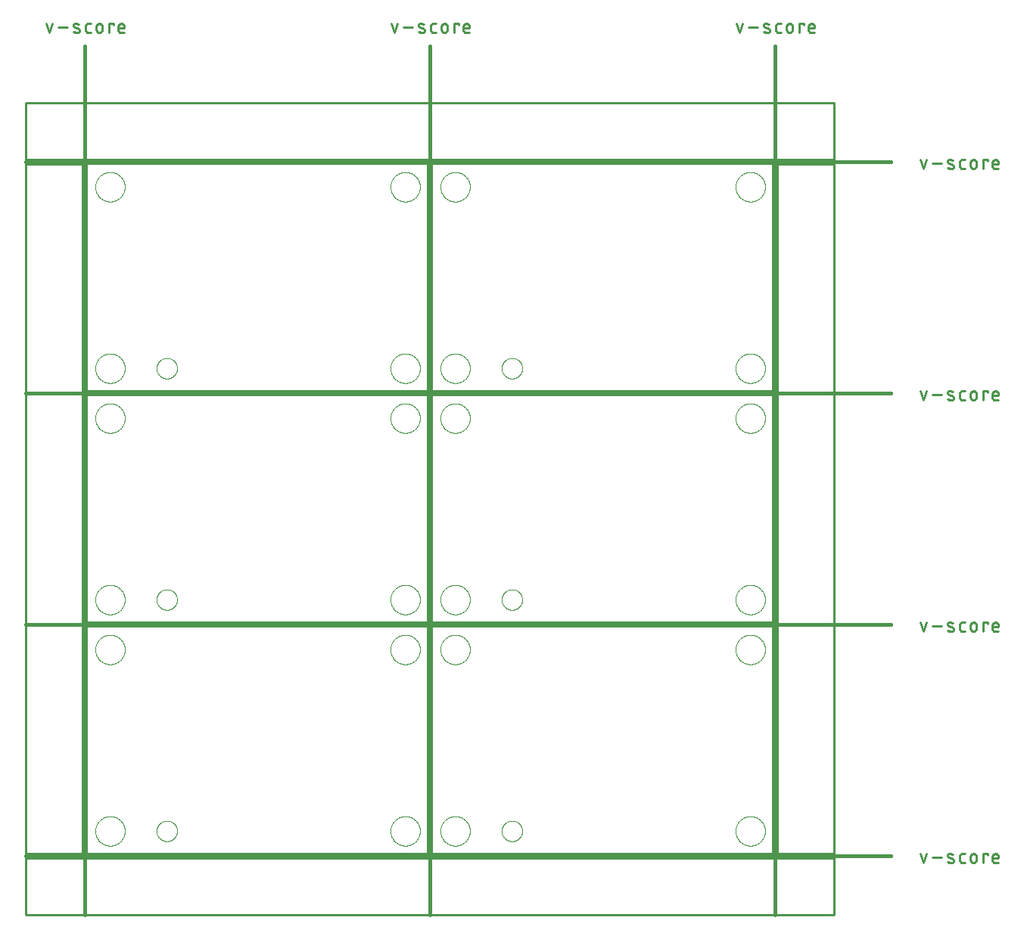
<source format=gko>
G75*
%MOIN*%
%OFA0B0*%
%FSLAX25Y25*%
%IPPOS*%
%LPD*%
%AMOC8*
5,1,8,0,0,1.08239X$1,22.5*
%
%ADD10C,0.00600*%
%ADD11C,0.01500*%
%ADD12C,0.01100*%
%ADD13C,0.01000*%
%ADD14C,0.00000*%
D10*
X0028750Y0028750D02*
X0178750Y0028750D01*
X0178750Y0128750D01*
X0028750Y0128750D01*
X0028750Y0028750D01*
X0028750Y0130750D02*
X0178750Y0130750D01*
X0178750Y0230750D01*
X0028750Y0230750D01*
X0028750Y0130750D01*
X0028750Y0232750D02*
X0178750Y0232750D01*
X0178750Y0332750D01*
X0028750Y0332750D01*
X0028750Y0232750D01*
X0180750Y0232750D02*
X0330750Y0232750D01*
X0330750Y0332750D01*
X0180750Y0332750D01*
X0180750Y0232750D01*
X0180750Y0230750D02*
X0180750Y0130750D01*
X0330750Y0130750D01*
X0330750Y0230750D01*
X0180750Y0230750D01*
X0180750Y0128750D02*
X0180750Y0028750D01*
X0330750Y0028750D01*
X0330750Y0128750D01*
X0180750Y0128750D01*
D11*
X0179750Y0001750D02*
X0179750Y0384750D01*
X0027750Y0384750D02*
X0027750Y0001750D01*
X0001750Y0027750D02*
X0382750Y0027750D01*
X0331750Y0001750D02*
X0331750Y0384750D01*
X0382750Y0333750D02*
X0001750Y0333750D01*
X0001750Y0231750D02*
X0382750Y0231750D01*
X0382750Y0129750D02*
X0001750Y0129750D01*
D12*
X0011852Y0390800D02*
X0013163Y0394733D01*
X0010541Y0394733D02*
X0011852Y0390800D01*
X0015834Y0393094D02*
X0019768Y0393094D01*
X0023136Y0393094D02*
X0024774Y0392439D01*
X0024775Y0392439D02*
X0024827Y0392416D01*
X0024878Y0392389D01*
X0024927Y0392359D01*
X0024974Y0392326D01*
X0025019Y0392290D01*
X0025061Y0392250D01*
X0025100Y0392208D01*
X0025136Y0392164D01*
X0025169Y0392117D01*
X0025199Y0392067D01*
X0025226Y0392016D01*
X0025249Y0391964D01*
X0025268Y0391910D01*
X0025284Y0391854D01*
X0025296Y0391798D01*
X0025304Y0391741D01*
X0025308Y0391684D01*
X0025309Y0391626D01*
X0025305Y0391569D01*
X0025298Y0391512D01*
X0025286Y0391455D01*
X0025271Y0391400D01*
X0025253Y0391345D01*
X0025230Y0391292D01*
X0025204Y0391241D01*
X0025175Y0391192D01*
X0025142Y0391144D01*
X0025106Y0391099D01*
X0025068Y0391057D01*
X0025026Y0391017D01*
X0024982Y0390980D01*
X0024935Y0390946D01*
X0024887Y0390915D01*
X0024836Y0390888D01*
X0024784Y0390864D01*
X0024730Y0390844D01*
X0024675Y0390828D01*
X0024619Y0390815D01*
X0024562Y0390806D01*
X0024504Y0390801D01*
X0024447Y0390800D01*
X0024938Y0394405D02*
X0024831Y0394451D01*
X0024722Y0394494D01*
X0024612Y0394534D01*
X0024500Y0394570D01*
X0024388Y0394602D01*
X0024274Y0394631D01*
X0024160Y0394657D01*
X0024045Y0394678D01*
X0023930Y0394697D01*
X0023813Y0394711D01*
X0023697Y0394722D01*
X0023580Y0394729D01*
X0023463Y0394733D01*
X0023463Y0394734D02*
X0023406Y0394733D01*
X0023348Y0394728D01*
X0023291Y0394719D01*
X0023235Y0394706D01*
X0023180Y0394690D01*
X0023126Y0394670D01*
X0023074Y0394646D01*
X0023023Y0394619D01*
X0022975Y0394588D01*
X0022928Y0394554D01*
X0022884Y0394517D01*
X0022842Y0394477D01*
X0022804Y0394435D01*
X0022768Y0394390D01*
X0022735Y0394342D01*
X0022706Y0394293D01*
X0022680Y0394242D01*
X0022657Y0394189D01*
X0022639Y0394134D01*
X0022624Y0394079D01*
X0022612Y0394022D01*
X0022605Y0393965D01*
X0022601Y0393908D01*
X0022602Y0393850D01*
X0022606Y0393793D01*
X0022614Y0393736D01*
X0022626Y0393680D01*
X0022642Y0393624D01*
X0022661Y0393570D01*
X0022684Y0393518D01*
X0022711Y0393467D01*
X0022741Y0393417D01*
X0022774Y0393370D01*
X0022810Y0393326D01*
X0022849Y0393284D01*
X0022891Y0393244D01*
X0022936Y0393208D01*
X0022983Y0393175D01*
X0023032Y0393145D01*
X0023083Y0393118D01*
X0023135Y0393095D01*
X0022644Y0391128D02*
X0022778Y0391082D01*
X0022913Y0391039D01*
X0023049Y0391000D01*
X0023186Y0390964D01*
X0023323Y0390932D01*
X0023462Y0390903D01*
X0023601Y0390877D01*
X0023741Y0390856D01*
X0023882Y0390837D01*
X0024022Y0390823D01*
X0024164Y0390812D01*
X0024305Y0390804D01*
X0024447Y0390801D01*
X0027988Y0391783D02*
X0027988Y0393750D01*
X0027990Y0393812D01*
X0027996Y0393873D01*
X0028005Y0393934D01*
X0028019Y0393994D01*
X0028036Y0394054D01*
X0028057Y0394112D01*
X0028082Y0394169D01*
X0028110Y0394224D01*
X0028141Y0394277D01*
X0028176Y0394328D01*
X0028214Y0394377D01*
X0028254Y0394423D01*
X0028298Y0394467D01*
X0028344Y0394507D01*
X0028393Y0394545D01*
X0028444Y0394580D01*
X0028497Y0394611D01*
X0028552Y0394639D01*
X0028609Y0394664D01*
X0028667Y0394685D01*
X0028727Y0394702D01*
X0028787Y0394716D01*
X0028848Y0394725D01*
X0028909Y0394731D01*
X0028971Y0394733D01*
X0030282Y0394733D01*
X0032695Y0393422D02*
X0032695Y0392111D01*
X0032696Y0392111D02*
X0032698Y0392040D01*
X0032704Y0391969D01*
X0032713Y0391899D01*
X0032727Y0391829D01*
X0032744Y0391760D01*
X0032765Y0391692D01*
X0032789Y0391626D01*
X0032817Y0391561D01*
X0032849Y0391497D01*
X0032884Y0391435D01*
X0032922Y0391375D01*
X0032963Y0391318D01*
X0033008Y0391262D01*
X0033055Y0391209D01*
X0033105Y0391159D01*
X0033158Y0391112D01*
X0033214Y0391067D01*
X0033271Y0391026D01*
X0033331Y0390988D01*
X0033393Y0390953D01*
X0033457Y0390921D01*
X0033522Y0390893D01*
X0033588Y0390869D01*
X0033656Y0390848D01*
X0033725Y0390831D01*
X0033795Y0390817D01*
X0033865Y0390808D01*
X0033936Y0390802D01*
X0034007Y0390800D01*
X0034078Y0390802D01*
X0034149Y0390808D01*
X0034219Y0390817D01*
X0034289Y0390831D01*
X0034358Y0390848D01*
X0034426Y0390869D01*
X0034492Y0390893D01*
X0034557Y0390921D01*
X0034621Y0390953D01*
X0034683Y0390988D01*
X0034743Y0391026D01*
X0034800Y0391067D01*
X0034856Y0391112D01*
X0034909Y0391159D01*
X0034959Y0391209D01*
X0035006Y0391262D01*
X0035051Y0391318D01*
X0035092Y0391375D01*
X0035130Y0391435D01*
X0035165Y0391497D01*
X0035197Y0391561D01*
X0035225Y0391626D01*
X0035249Y0391692D01*
X0035270Y0391760D01*
X0035287Y0391829D01*
X0035301Y0391899D01*
X0035310Y0391969D01*
X0035316Y0392040D01*
X0035318Y0392111D01*
X0035318Y0393422D01*
X0035316Y0393493D01*
X0035310Y0393564D01*
X0035301Y0393634D01*
X0035287Y0393704D01*
X0035270Y0393773D01*
X0035249Y0393841D01*
X0035225Y0393907D01*
X0035197Y0393972D01*
X0035165Y0394036D01*
X0035130Y0394098D01*
X0035092Y0394158D01*
X0035051Y0394215D01*
X0035006Y0394271D01*
X0034959Y0394324D01*
X0034909Y0394374D01*
X0034856Y0394421D01*
X0034800Y0394466D01*
X0034743Y0394507D01*
X0034683Y0394545D01*
X0034621Y0394580D01*
X0034557Y0394612D01*
X0034492Y0394640D01*
X0034426Y0394664D01*
X0034358Y0394685D01*
X0034289Y0394702D01*
X0034219Y0394716D01*
X0034149Y0394725D01*
X0034078Y0394731D01*
X0034007Y0394733D01*
X0033936Y0394731D01*
X0033865Y0394725D01*
X0033795Y0394716D01*
X0033725Y0394702D01*
X0033656Y0394685D01*
X0033588Y0394664D01*
X0033522Y0394640D01*
X0033457Y0394612D01*
X0033393Y0394580D01*
X0033331Y0394545D01*
X0033271Y0394507D01*
X0033214Y0394466D01*
X0033158Y0394421D01*
X0033105Y0394374D01*
X0033055Y0394324D01*
X0033008Y0394271D01*
X0032963Y0394215D01*
X0032922Y0394158D01*
X0032884Y0394098D01*
X0032849Y0394036D01*
X0032817Y0393972D01*
X0032789Y0393907D01*
X0032765Y0393841D01*
X0032744Y0393773D01*
X0032727Y0393704D01*
X0032713Y0393634D01*
X0032704Y0393564D01*
X0032698Y0393493D01*
X0032696Y0393422D01*
X0030282Y0390800D02*
X0028971Y0390800D01*
X0028909Y0390802D01*
X0028848Y0390808D01*
X0028787Y0390817D01*
X0028727Y0390831D01*
X0028667Y0390848D01*
X0028609Y0390869D01*
X0028552Y0390894D01*
X0028497Y0390922D01*
X0028444Y0390953D01*
X0028393Y0390988D01*
X0028344Y0391026D01*
X0028298Y0391066D01*
X0028254Y0391110D01*
X0028214Y0391156D01*
X0028176Y0391205D01*
X0028141Y0391256D01*
X0028110Y0391309D01*
X0028082Y0391364D01*
X0028057Y0391421D01*
X0028036Y0391479D01*
X0028019Y0391539D01*
X0028005Y0391599D01*
X0027996Y0391660D01*
X0027990Y0391721D01*
X0027988Y0391783D01*
X0038284Y0390800D02*
X0038284Y0394733D01*
X0040251Y0394733D01*
X0040251Y0394078D01*
X0042337Y0393422D02*
X0042337Y0391783D01*
X0042339Y0391721D01*
X0042345Y0391660D01*
X0042354Y0391599D01*
X0042368Y0391539D01*
X0042385Y0391479D01*
X0042406Y0391421D01*
X0042431Y0391364D01*
X0042459Y0391309D01*
X0042490Y0391256D01*
X0042525Y0391205D01*
X0042563Y0391156D01*
X0042603Y0391110D01*
X0042647Y0391066D01*
X0042693Y0391026D01*
X0042742Y0390988D01*
X0042793Y0390953D01*
X0042846Y0390922D01*
X0042901Y0390894D01*
X0042958Y0390869D01*
X0043016Y0390848D01*
X0043076Y0390831D01*
X0043136Y0390817D01*
X0043197Y0390808D01*
X0043258Y0390802D01*
X0043320Y0390800D01*
X0044959Y0390800D01*
X0044959Y0392767D02*
X0042337Y0392767D01*
X0042337Y0393422D02*
X0042339Y0393493D01*
X0042345Y0393564D01*
X0042354Y0393634D01*
X0042368Y0393704D01*
X0042385Y0393773D01*
X0042406Y0393841D01*
X0042430Y0393907D01*
X0042458Y0393972D01*
X0042490Y0394036D01*
X0042525Y0394098D01*
X0042563Y0394158D01*
X0042604Y0394215D01*
X0042649Y0394271D01*
X0042696Y0394324D01*
X0042746Y0394374D01*
X0042799Y0394421D01*
X0042855Y0394466D01*
X0042912Y0394507D01*
X0042972Y0394545D01*
X0043034Y0394580D01*
X0043098Y0394612D01*
X0043163Y0394640D01*
X0043229Y0394664D01*
X0043297Y0394685D01*
X0043366Y0394702D01*
X0043436Y0394716D01*
X0043506Y0394725D01*
X0043577Y0394731D01*
X0043648Y0394733D01*
X0043719Y0394731D01*
X0043790Y0394725D01*
X0043860Y0394716D01*
X0043930Y0394702D01*
X0043999Y0394685D01*
X0044067Y0394664D01*
X0044133Y0394640D01*
X0044198Y0394612D01*
X0044262Y0394580D01*
X0044324Y0394545D01*
X0044384Y0394507D01*
X0044441Y0394466D01*
X0044497Y0394421D01*
X0044550Y0394374D01*
X0044600Y0394324D01*
X0044647Y0394271D01*
X0044692Y0394215D01*
X0044733Y0394158D01*
X0044771Y0394098D01*
X0044806Y0394036D01*
X0044838Y0393972D01*
X0044866Y0393907D01*
X0044890Y0393841D01*
X0044911Y0393773D01*
X0044928Y0393704D01*
X0044942Y0393634D01*
X0044951Y0393564D01*
X0044957Y0393493D01*
X0044959Y0393422D01*
X0044959Y0392767D01*
X0162541Y0394733D02*
X0163852Y0390800D01*
X0165163Y0394733D01*
X0167834Y0393094D02*
X0171768Y0393094D01*
X0175136Y0393094D02*
X0176774Y0392439D01*
X0176775Y0392439D02*
X0176827Y0392416D01*
X0176878Y0392389D01*
X0176927Y0392359D01*
X0176974Y0392326D01*
X0177019Y0392290D01*
X0177061Y0392250D01*
X0177100Y0392208D01*
X0177136Y0392164D01*
X0177169Y0392117D01*
X0177199Y0392067D01*
X0177226Y0392016D01*
X0177249Y0391964D01*
X0177268Y0391910D01*
X0177284Y0391854D01*
X0177296Y0391798D01*
X0177304Y0391741D01*
X0177308Y0391684D01*
X0177309Y0391626D01*
X0177305Y0391569D01*
X0177298Y0391512D01*
X0177286Y0391455D01*
X0177271Y0391400D01*
X0177253Y0391345D01*
X0177230Y0391292D01*
X0177204Y0391241D01*
X0177175Y0391192D01*
X0177142Y0391144D01*
X0177106Y0391099D01*
X0177068Y0391057D01*
X0177026Y0391017D01*
X0176982Y0390980D01*
X0176935Y0390946D01*
X0176887Y0390915D01*
X0176836Y0390888D01*
X0176784Y0390864D01*
X0176730Y0390844D01*
X0176675Y0390828D01*
X0176619Y0390815D01*
X0176562Y0390806D01*
X0176504Y0390801D01*
X0176447Y0390800D01*
X0176938Y0394405D02*
X0176831Y0394451D01*
X0176722Y0394494D01*
X0176612Y0394534D01*
X0176500Y0394570D01*
X0176388Y0394602D01*
X0176274Y0394631D01*
X0176160Y0394657D01*
X0176045Y0394678D01*
X0175930Y0394697D01*
X0175813Y0394711D01*
X0175697Y0394722D01*
X0175580Y0394729D01*
X0175463Y0394733D01*
X0175463Y0394734D02*
X0175406Y0394733D01*
X0175348Y0394728D01*
X0175291Y0394719D01*
X0175235Y0394706D01*
X0175180Y0394690D01*
X0175126Y0394670D01*
X0175074Y0394646D01*
X0175023Y0394619D01*
X0174975Y0394588D01*
X0174928Y0394554D01*
X0174884Y0394517D01*
X0174842Y0394477D01*
X0174804Y0394435D01*
X0174768Y0394390D01*
X0174735Y0394342D01*
X0174706Y0394293D01*
X0174680Y0394242D01*
X0174657Y0394189D01*
X0174639Y0394134D01*
X0174624Y0394079D01*
X0174612Y0394022D01*
X0174605Y0393965D01*
X0174601Y0393908D01*
X0174602Y0393850D01*
X0174606Y0393793D01*
X0174614Y0393736D01*
X0174626Y0393680D01*
X0174642Y0393624D01*
X0174661Y0393570D01*
X0174684Y0393518D01*
X0174711Y0393467D01*
X0174741Y0393417D01*
X0174774Y0393370D01*
X0174810Y0393326D01*
X0174849Y0393284D01*
X0174891Y0393244D01*
X0174936Y0393208D01*
X0174983Y0393175D01*
X0175032Y0393145D01*
X0175083Y0393118D01*
X0175135Y0393095D01*
X0174644Y0391128D02*
X0174778Y0391082D01*
X0174913Y0391039D01*
X0175049Y0391000D01*
X0175186Y0390964D01*
X0175323Y0390932D01*
X0175462Y0390903D01*
X0175601Y0390877D01*
X0175741Y0390856D01*
X0175882Y0390837D01*
X0176022Y0390823D01*
X0176164Y0390812D01*
X0176305Y0390804D01*
X0176447Y0390801D01*
X0179988Y0391783D02*
X0179988Y0393750D01*
X0179990Y0393812D01*
X0179996Y0393873D01*
X0180005Y0393934D01*
X0180019Y0393994D01*
X0180036Y0394054D01*
X0180057Y0394112D01*
X0180082Y0394169D01*
X0180110Y0394224D01*
X0180141Y0394277D01*
X0180176Y0394328D01*
X0180214Y0394377D01*
X0180254Y0394423D01*
X0180298Y0394467D01*
X0180344Y0394507D01*
X0180393Y0394545D01*
X0180444Y0394580D01*
X0180497Y0394611D01*
X0180552Y0394639D01*
X0180609Y0394664D01*
X0180667Y0394685D01*
X0180727Y0394702D01*
X0180787Y0394716D01*
X0180848Y0394725D01*
X0180909Y0394731D01*
X0180971Y0394733D01*
X0182282Y0394733D01*
X0184695Y0393422D02*
X0184695Y0392111D01*
X0184696Y0392111D02*
X0184698Y0392040D01*
X0184704Y0391969D01*
X0184713Y0391899D01*
X0184727Y0391829D01*
X0184744Y0391760D01*
X0184765Y0391692D01*
X0184789Y0391626D01*
X0184817Y0391561D01*
X0184849Y0391497D01*
X0184884Y0391435D01*
X0184922Y0391375D01*
X0184963Y0391318D01*
X0185008Y0391262D01*
X0185055Y0391209D01*
X0185105Y0391159D01*
X0185158Y0391112D01*
X0185214Y0391067D01*
X0185271Y0391026D01*
X0185331Y0390988D01*
X0185393Y0390953D01*
X0185457Y0390921D01*
X0185522Y0390893D01*
X0185588Y0390869D01*
X0185656Y0390848D01*
X0185725Y0390831D01*
X0185795Y0390817D01*
X0185865Y0390808D01*
X0185936Y0390802D01*
X0186007Y0390800D01*
X0186078Y0390802D01*
X0186149Y0390808D01*
X0186219Y0390817D01*
X0186289Y0390831D01*
X0186358Y0390848D01*
X0186426Y0390869D01*
X0186492Y0390893D01*
X0186557Y0390921D01*
X0186621Y0390953D01*
X0186683Y0390988D01*
X0186743Y0391026D01*
X0186800Y0391067D01*
X0186856Y0391112D01*
X0186909Y0391159D01*
X0186959Y0391209D01*
X0187006Y0391262D01*
X0187051Y0391318D01*
X0187092Y0391375D01*
X0187130Y0391435D01*
X0187165Y0391497D01*
X0187197Y0391561D01*
X0187225Y0391626D01*
X0187249Y0391692D01*
X0187270Y0391760D01*
X0187287Y0391829D01*
X0187301Y0391899D01*
X0187310Y0391969D01*
X0187316Y0392040D01*
X0187318Y0392111D01*
X0187318Y0393422D01*
X0187316Y0393493D01*
X0187310Y0393564D01*
X0187301Y0393634D01*
X0187287Y0393704D01*
X0187270Y0393773D01*
X0187249Y0393841D01*
X0187225Y0393907D01*
X0187197Y0393972D01*
X0187165Y0394036D01*
X0187130Y0394098D01*
X0187092Y0394158D01*
X0187051Y0394215D01*
X0187006Y0394271D01*
X0186959Y0394324D01*
X0186909Y0394374D01*
X0186856Y0394421D01*
X0186800Y0394466D01*
X0186743Y0394507D01*
X0186683Y0394545D01*
X0186621Y0394580D01*
X0186557Y0394612D01*
X0186492Y0394640D01*
X0186426Y0394664D01*
X0186358Y0394685D01*
X0186289Y0394702D01*
X0186219Y0394716D01*
X0186149Y0394725D01*
X0186078Y0394731D01*
X0186007Y0394733D01*
X0185936Y0394731D01*
X0185865Y0394725D01*
X0185795Y0394716D01*
X0185725Y0394702D01*
X0185656Y0394685D01*
X0185588Y0394664D01*
X0185522Y0394640D01*
X0185457Y0394612D01*
X0185393Y0394580D01*
X0185331Y0394545D01*
X0185271Y0394507D01*
X0185214Y0394466D01*
X0185158Y0394421D01*
X0185105Y0394374D01*
X0185055Y0394324D01*
X0185008Y0394271D01*
X0184963Y0394215D01*
X0184922Y0394158D01*
X0184884Y0394098D01*
X0184849Y0394036D01*
X0184817Y0393972D01*
X0184789Y0393907D01*
X0184765Y0393841D01*
X0184744Y0393773D01*
X0184727Y0393704D01*
X0184713Y0393634D01*
X0184704Y0393564D01*
X0184698Y0393493D01*
X0184696Y0393422D01*
X0182282Y0390800D02*
X0180971Y0390800D01*
X0180909Y0390802D01*
X0180848Y0390808D01*
X0180787Y0390817D01*
X0180727Y0390831D01*
X0180667Y0390848D01*
X0180609Y0390869D01*
X0180552Y0390894D01*
X0180497Y0390922D01*
X0180444Y0390953D01*
X0180393Y0390988D01*
X0180344Y0391026D01*
X0180298Y0391066D01*
X0180254Y0391110D01*
X0180214Y0391156D01*
X0180176Y0391205D01*
X0180141Y0391256D01*
X0180110Y0391309D01*
X0180082Y0391364D01*
X0180057Y0391421D01*
X0180036Y0391479D01*
X0180019Y0391539D01*
X0180005Y0391599D01*
X0179996Y0391660D01*
X0179990Y0391721D01*
X0179988Y0391783D01*
X0190284Y0390800D02*
X0190284Y0394733D01*
X0192251Y0394733D01*
X0192251Y0394078D01*
X0194337Y0393422D02*
X0194337Y0391783D01*
X0194339Y0391721D01*
X0194345Y0391660D01*
X0194354Y0391599D01*
X0194368Y0391539D01*
X0194385Y0391479D01*
X0194406Y0391421D01*
X0194431Y0391364D01*
X0194459Y0391309D01*
X0194490Y0391256D01*
X0194525Y0391205D01*
X0194563Y0391156D01*
X0194603Y0391110D01*
X0194647Y0391066D01*
X0194693Y0391026D01*
X0194742Y0390988D01*
X0194793Y0390953D01*
X0194846Y0390922D01*
X0194901Y0390894D01*
X0194958Y0390869D01*
X0195016Y0390848D01*
X0195076Y0390831D01*
X0195136Y0390817D01*
X0195197Y0390808D01*
X0195258Y0390802D01*
X0195320Y0390800D01*
X0196959Y0390800D01*
X0196959Y0392767D02*
X0194337Y0392767D01*
X0194337Y0393422D02*
X0194339Y0393493D01*
X0194345Y0393564D01*
X0194354Y0393634D01*
X0194368Y0393704D01*
X0194385Y0393773D01*
X0194406Y0393841D01*
X0194430Y0393907D01*
X0194458Y0393972D01*
X0194490Y0394036D01*
X0194525Y0394098D01*
X0194563Y0394158D01*
X0194604Y0394215D01*
X0194649Y0394271D01*
X0194696Y0394324D01*
X0194746Y0394374D01*
X0194799Y0394421D01*
X0194855Y0394466D01*
X0194912Y0394507D01*
X0194972Y0394545D01*
X0195034Y0394580D01*
X0195098Y0394612D01*
X0195163Y0394640D01*
X0195229Y0394664D01*
X0195297Y0394685D01*
X0195366Y0394702D01*
X0195436Y0394716D01*
X0195506Y0394725D01*
X0195577Y0394731D01*
X0195648Y0394733D01*
X0195719Y0394731D01*
X0195790Y0394725D01*
X0195860Y0394716D01*
X0195930Y0394702D01*
X0195999Y0394685D01*
X0196067Y0394664D01*
X0196133Y0394640D01*
X0196198Y0394612D01*
X0196262Y0394580D01*
X0196324Y0394545D01*
X0196384Y0394507D01*
X0196441Y0394466D01*
X0196497Y0394421D01*
X0196550Y0394374D01*
X0196600Y0394324D01*
X0196647Y0394271D01*
X0196692Y0394215D01*
X0196733Y0394158D01*
X0196771Y0394098D01*
X0196806Y0394036D01*
X0196838Y0393972D01*
X0196866Y0393907D01*
X0196890Y0393841D01*
X0196911Y0393773D01*
X0196928Y0393704D01*
X0196942Y0393634D01*
X0196951Y0393564D01*
X0196957Y0393493D01*
X0196959Y0393422D01*
X0196959Y0392767D01*
X0314541Y0394733D02*
X0315852Y0390800D01*
X0317163Y0394733D01*
X0319834Y0393094D02*
X0323768Y0393094D01*
X0327136Y0393094D02*
X0328774Y0392439D01*
X0328775Y0392439D02*
X0328827Y0392416D01*
X0328878Y0392389D01*
X0328927Y0392359D01*
X0328974Y0392326D01*
X0329019Y0392290D01*
X0329061Y0392250D01*
X0329100Y0392208D01*
X0329136Y0392164D01*
X0329169Y0392117D01*
X0329199Y0392067D01*
X0329226Y0392016D01*
X0329249Y0391964D01*
X0329268Y0391910D01*
X0329284Y0391854D01*
X0329296Y0391798D01*
X0329304Y0391741D01*
X0329308Y0391684D01*
X0329309Y0391626D01*
X0329305Y0391569D01*
X0329298Y0391512D01*
X0329286Y0391455D01*
X0329271Y0391400D01*
X0329253Y0391345D01*
X0329230Y0391292D01*
X0329204Y0391241D01*
X0329175Y0391192D01*
X0329142Y0391144D01*
X0329106Y0391099D01*
X0329068Y0391057D01*
X0329026Y0391017D01*
X0328982Y0390980D01*
X0328935Y0390946D01*
X0328887Y0390915D01*
X0328836Y0390888D01*
X0328784Y0390864D01*
X0328730Y0390844D01*
X0328675Y0390828D01*
X0328619Y0390815D01*
X0328562Y0390806D01*
X0328504Y0390801D01*
X0328447Y0390800D01*
X0328938Y0394405D02*
X0328831Y0394451D01*
X0328722Y0394494D01*
X0328612Y0394534D01*
X0328500Y0394570D01*
X0328388Y0394602D01*
X0328274Y0394631D01*
X0328160Y0394657D01*
X0328045Y0394678D01*
X0327930Y0394697D01*
X0327813Y0394711D01*
X0327697Y0394722D01*
X0327580Y0394729D01*
X0327463Y0394733D01*
X0327463Y0394734D02*
X0327406Y0394733D01*
X0327348Y0394728D01*
X0327291Y0394719D01*
X0327235Y0394706D01*
X0327180Y0394690D01*
X0327126Y0394670D01*
X0327074Y0394646D01*
X0327023Y0394619D01*
X0326975Y0394588D01*
X0326928Y0394554D01*
X0326884Y0394517D01*
X0326842Y0394477D01*
X0326804Y0394435D01*
X0326768Y0394390D01*
X0326735Y0394342D01*
X0326706Y0394293D01*
X0326680Y0394242D01*
X0326657Y0394189D01*
X0326639Y0394134D01*
X0326624Y0394079D01*
X0326612Y0394022D01*
X0326605Y0393965D01*
X0326601Y0393908D01*
X0326602Y0393850D01*
X0326606Y0393793D01*
X0326614Y0393736D01*
X0326626Y0393680D01*
X0326642Y0393624D01*
X0326661Y0393570D01*
X0326684Y0393518D01*
X0326711Y0393467D01*
X0326741Y0393417D01*
X0326774Y0393370D01*
X0326810Y0393326D01*
X0326849Y0393284D01*
X0326891Y0393244D01*
X0326936Y0393208D01*
X0326983Y0393175D01*
X0327032Y0393145D01*
X0327083Y0393118D01*
X0327135Y0393095D01*
X0326644Y0391128D02*
X0326778Y0391082D01*
X0326913Y0391039D01*
X0327049Y0391000D01*
X0327186Y0390964D01*
X0327323Y0390932D01*
X0327462Y0390903D01*
X0327601Y0390877D01*
X0327741Y0390856D01*
X0327882Y0390837D01*
X0328022Y0390823D01*
X0328164Y0390812D01*
X0328305Y0390804D01*
X0328447Y0390801D01*
X0331988Y0391783D02*
X0331988Y0393750D01*
X0331990Y0393812D01*
X0331996Y0393873D01*
X0332005Y0393934D01*
X0332019Y0393994D01*
X0332036Y0394054D01*
X0332057Y0394112D01*
X0332082Y0394169D01*
X0332110Y0394224D01*
X0332141Y0394277D01*
X0332176Y0394328D01*
X0332214Y0394377D01*
X0332254Y0394423D01*
X0332298Y0394467D01*
X0332344Y0394507D01*
X0332393Y0394545D01*
X0332444Y0394580D01*
X0332497Y0394611D01*
X0332552Y0394639D01*
X0332609Y0394664D01*
X0332667Y0394685D01*
X0332727Y0394702D01*
X0332787Y0394716D01*
X0332848Y0394725D01*
X0332909Y0394731D01*
X0332971Y0394733D01*
X0334282Y0394733D01*
X0336695Y0393422D02*
X0336695Y0392111D01*
X0336696Y0392111D02*
X0336698Y0392040D01*
X0336704Y0391969D01*
X0336713Y0391899D01*
X0336727Y0391829D01*
X0336744Y0391760D01*
X0336765Y0391692D01*
X0336789Y0391626D01*
X0336817Y0391561D01*
X0336849Y0391497D01*
X0336884Y0391435D01*
X0336922Y0391375D01*
X0336963Y0391318D01*
X0337008Y0391262D01*
X0337055Y0391209D01*
X0337105Y0391159D01*
X0337158Y0391112D01*
X0337214Y0391067D01*
X0337271Y0391026D01*
X0337331Y0390988D01*
X0337393Y0390953D01*
X0337457Y0390921D01*
X0337522Y0390893D01*
X0337588Y0390869D01*
X0337656Y0390848D01*
X0337725Y0390831D01*
X0337795Y0390817D01*
X0337865Y0390808D01*
X0337936Y0390802D01*
X0338007Y0390800D01*
X0338078Y0390802D01*
X0338149Y0390808D01*
X0338219Y0390817D01*
X0338289Y0390831D01*
X0338358Y0390848D01*
X0338426Y0390869D01*
X0338492Y0390893D01*
X0338557Y0390921D01*
X0338621Y0390953D01*
X0338683Y0390988D01*
X0338743Y0391026D01*
X0338800Y0391067D01*
X0338856Y0391112D01*
X0338909Y0391159D01*
X0338959Y0391209D01*
X0339006Y0391262D01*
X0339051Y0391318D01*
X0339092Y0391375D01*
X0339130Y0391435D01*
X0339165Y0391497D01*
X0339197Y0391561D01*
X0339225Y0391626D01*
X0339249Y0391692D01*
X0339270Y0391760D01*
X0339287Y0391829D01*
X0339301Y0391899D01*
X0339310Y0391969D01*
X0339316Y0392040D01*
X0339318Y0392111D01*
X0339318Y0393422D01*
X0339316Y0393493D01*
X0339310Y0393564D01*
X0339301Y0393634D01*
X0339287Y0393704D01*
X0339270Y0393773D01*
X0339249Y0393841D01*
X0339225Y0393907D01*
X0339197Y0393972D01*
X0339165Y0394036D01*
X0339130Y0394098D01*
X0339092Y0394158D01*
X0339051Y0394215D01*
X0339006Y0394271D01*
X0338959Y0394324D01*
X0338909Y0394374D01*
X0338856Y0394421D01*
X0338800Y0394466D01*
X0338743Y0394507D01*
X0338683Y0394545D01*
X0338621Y0394580D01*
X0338557Y0394612D01*
X0338492Y0394640D01*
X0338426Y0394664D01*
X0338358Y0394685D01*
X0338289Y0394702D01*
X0338219Y0394716D01*
X0338149Y0394725D01*
X0338078Y0394731D01*
X0338007Y0394733D01*
X0337936Y0394731D01*
X0337865Y0394725D01*
X0337795Y0394716D01*
X0337725Y0394702D01*
X0337656Y0394685D01*
X0337588Y0394664D01*
X0337522Y0394640D01*
X0337457Y0394612D01*
X0337393Y0394580D01*
X0337331Y0394545D01*
X0337271Y0394507D01*
X0337214Y0394466D01*
X0337158Y0394421D01*
X0337105Y0394374D01*
X0337055Y0394324D01*
X0337008Y0394271D01*
X0336963Y0394215D01*
X0336922Y0394158D01*
X0336884Y0394098D01*
X0336849Y0394036D01*
X0336817Y0393972D01*
X0336789Y0393907D01*
X0336765Y0393841D01*
X0336744Y0393773D01*
X0336727Y0393704D01*
X0336713Y0393634D01*
X0336704Y0393564D01*
X0336698Y0393493D01*
X0336696Y0393422D01*
X0334282Y0390800D02*
X0332971Y0390800D01*
X0332909Y0390802D01*
X0332848Y0390808D01*
X0332787Y0390817D01*
X0332727Y0390831D01*
X0332667Y0390848D01*
X0332609Y0390869D01*
X0332552Y0390894D01*
X0332497Y0390922D01*
X0332444Y0390953D01*
X0332393Y0390988D01*
X0332344Y0391026D01*
X0332298Y0391066D01*
X0332254Y0391110D01*
X0332214Y0391156D01*
X0332176Y0391205D01*
X0332141Y0391256D01*
X0332110Y0391309D01*
X0332082Y0391364D01*
X0332057Y0391421D01*
X0332036Y0391479D01*
X0332019Y0391539D01*
X0332005Y0391599D01*
X0331996Y0391660D01*
X0331990Y0391721D01*
X0331988Y0391783D01*
X0342284Y0390800D02*
X0342284Y0394733D01*
X0344251Y0394733D01*
X0344251Y0394078D01*
X0346337Y0393422D02*
X0346337Y0391783D01*
X0346339Y0391721D01*
X0346345Y0391660D01*
X0346354Y0391599D01*
X0346368Y0391539D01*
X0346385Y0391479D01*
X0346406Y0391421D01*
X0346431Y0391364D01*
X0346459Y0391309D01*
X0346490Y0391256D01*
X0346525Y0391205D01*
X0346563Y0391156D01*
X0346603Y0391110D01*
X0346647Y0391066D01*
X0346693Y0391026D01*
X0346742Y0390988D01*
X0346793Y0390953D01*
X0346846Y0390922D01*
X0346901Y0390894D01*
X0346958Y0390869D01*
X0347016Y0390848D01*
X0347076Y0390831D01*
X0347136Y0390817D01*
X0347197Y0390808D01*
X0347258Y0390802D01*
X0347320Y0390800D01*
X0348959Y0390800D01*
X0348959Y0392767D02*
X0346337Y0392767D01*
X0346337Y0393422D02*
X0346339Y0393493D01*
X0346345Y0393564D01*
X0346354Y0393634D01*
X0346368Y0393704D01*
X0346385Y0393773D01*
X0346406Y0393841D01*
X0346430Y0393907D01*
X0346458Y0393972D01*
X0346490Y0394036D01*
X0346525Y0394098D01*
X0346563Y0394158D01*
X0346604Y0394215D01*
X0346649Y0394271D01*
X0346696Y0394324D01*
X0346746Y0394374D01*
X0346799Y0394421D01*
X0346855Y0394466D01*
X0346912Y0394507D01*
X0346972Y0394545D01*
X0347034Y0394580D01*
X0347098Y0394612D01*
X0347163Y0394640D01*
X0347229Y0394664D01*
X0347297Y0394685D01*
X0347366Y0394702D01*
X0347436Y0394716D01*
X0347506Y0394725D01*
X0347577Y0394731D01*
X0347648Y0394733D01*
X0347719Y0394731D01*
X0347790Y0394725D01*
X0347860Y0394716D01*
X0347930Y0394702D01*
X0347999Y0394685D01*
X0348067Y0394664D01*
X0348133Y0394640D01*
X0348198Y0394612D01*
X0348262Y0394580D01*
X0348324Y0394545D01*
X0348384Y0394507D01*
X0348441Y0394466D01*
X0348497Y0394421D01*
X0348550Y0394374D01*
X0348600Y0394324D01*
X0348647Y0394271D01*
X0348692Y0394215D01*
X0348733Y0394158D01*
X0348771Y0394098D01*
X0348806Y0394036D01*
X0348838Y0393972D01*
X0348866Y0393907D01*
X0348890Y0393841D01*
X0348911Y0393773D01*
X0348928Y0393704D01*
X0348942Y0393634D01*
X0348951Y0393564D01*
X0348957Y0393493D01*
X0348959Y0393422D01*
X0348959Y0392767D01*
X0395541Y0334733D02*
X0396852Y0330800D01*
X0398163Y0334733D01*
X0400834Y0333094D02*
X0404768Y0333094D01*
X0408136Y0333094D02*
X0409774Y0332439D01*
X0409775Y0332439D02*
X0409827Y0332416D01*
X0409878Y0332389D01*
X0409927Y0332359D01*
X0409974Y0332326D01*
X0410019Y0332290D01*
X0410061Y0332250D01*
X0410100Y0332208D01*
X0410136Y0332164D01*
X0410169Y0332117D01*
X0410199Y0332067D01*
X0410226Y0332016D01*
X0410249Y0331964D01*
X0410268Y0331910D01*
X0410284Y0331854D01*
X0410296Y0331798D01*
X0410304Y0331741D01*
X0410308Y0331684D01*
X0410309Y0331626D01*
X0410305Y0331569D01*
X0410298Y0331512D01*
X0410286Y0331455D01*
X0410271Y0331400D01*
X0410253Y0331345D01*
X0410230Y0331292D01*
X0410204Y0331241D01*
X0410175Y0331192D01*
X0410142Y0331144D01*
X0410106Y0331099D01*
X0410068Y0331057D01*
X0410026Y0331017D01*
X0409982Y0330980D01*
X0409935Y0330946D01*
X0409887Y0330915D01*
X0409836Y0330888D01*
X0409784Y0330864D01*
X0409730Y0330844D01*
X0409675Y0330828D01*
X0409619Y0330815D01*
X0409562Y0330806D01*
X0409504Y0330801D01*
X0409447Y0330800D01*
X0409938Y0334405D02*
X0409831Y0334451D01*
X0409722Y0334494D01*
X0409612Y0334534D01*
X0409500Y0334570D01*
X0409388Y0334602D01*
X0409274Y0334631D01*
X0409160Y0334657D01*
X0409045Y0334678D01*
X0408930Y0334697D01*
X0408813Y0334711D01*
X0408697Y0334722D01*
X0408580Y0334729D01*
X0408463Y0334733D01*
X0408463Y0334734D02*
X0408406Y0334733D01*
X0408348Y0334728D01*
X0408291Y0334719D01*
X0408235Y0334706D01*
X0408180Y0334690D01*
X0408126Y0334670D01*
X0408074Y0334646D01*
X0408023Y0334619D01*
X0407975Y0334588D01*
X0407928Y0334554D01*
X0407884Y0334517D01*
X0407842Y0334477D01*
X0407804Y0334435D01*
X0407768Y0334390D01*
X0407735Y0334342D01*
X0407706Y0334293D01*
X0407680Y0334242D01*
X0407657Y0334189D01*
X0407639Y0334134D01*
X0407624Y0334079D01*
X0407612Y0334022D01*
X0407605Y0333965D01*
X0407601Y0333908D01*
X0407602Y0333850D01*
X0407606Y0333793D01*
X0407614Y0333736D01*
X0407626Y0333680D01*
X0407642Y0333624D01*
X0407661Y0333570D01*
X0407684Y0333518D01*
X0407711Y0333467D01*
X0407741Y0333417D01*
X0407774Y0333370D01*
X0407810Y0333326D01*
X0407849Y0333284D01*
X0407891Y0333244D01*
X0407936Y0333208D01*
X0407983Y0333175D01*
X0408032Y0333145D01*
X0408083Y0333118D01*
X0408135Y0333095D01*
X0407644Y0331128D02*
X0407778Y0331082D01*
X0407913Y0331039D01*
X0408049Y0331000D01*
X0408186Y0330964D01*
X0408323Y0330932D01*
X0408462Y0330903D01*
X0408601Y0330877D01*
X0408741Y0330856D01*
X0408882Y0330837D01*
X0409022Y0330823D01*
X0409164Y0330812D01*
X0409305Y0330804D01*
X0409447Y0330801D01*
X0412988Y0331783D02*
X0412988Y0333750D01*
X0412990Y0333812D01*
X0412996Y0333873D01*
X0413005Y0333934D01*
X0413019Y0333994D01*
X0413036Y0334054D01*
X0413057Y0334112D01*
X0413082Y0334169D01*
X0413110Y0334224D01*
X0413141Y0334277D01*
X0413176Y0334328D01*
X0413214Y0334377D01*
X0413254Y0334423D01*
X0413298Y0334467D01*
X0413344Y0334507D01*
X0413393Y0334545D01*
X0413444Y0334580D01*
X0413497Y0334611D01*
X0413552Y0334639D01*
X0413609Y0334664D01*
X0413667Y0334685D01*
X0413727Y0334702D01*
X0413787Y0334716D01*
X0413848Y0334725D01*
X0413909Y0334731D01*
X0413971Y0334733D01*
X0415282Y0334733D01*
X0417695Y0333422D02*
X0417695Y0332111D01*
X0417696Y0332111D02*
X0417698Y0332040D01*
X0417704Y0331969D01*
X0417713Y0331899D01*
X0417727Y0331829D01*
X0417744Y0331760D01*
X0417765Y0331692D01*
X0417789Y0331626D01*
X0417817Y0331561D01*
X0417849Y0331497D01*
X0417884Y0331435D01*
X0417922Y0331375D01*
X0417963Y0331318D01*
X0418008Y0331262D01*
X0418055Y0331209D01*
X0418105Y0331159D01*
X0418158Y0331112D01*
X0418214Y0331067D01*
X0418271Y0331026D01*
X0418331Y0330988D01*
X0418393Y0330953D01*
X0418457Y0330921D01*
X0418522Y0330893D01*
X0418588Y0330869D01*
X0418656Y0330848D01*
X0418725Y0330831D01*
X0418795Y0330817D01*
X0418865Y0330808D01*
X0418936Y0330802D01*
X0419007Y0330800D01*
X0419078Y0330802D01*
X0419149Y0330808D01*
X0419219Y0330817D01*
X0419289Y0330831D01*
X0419358Y0330848D01*
X0419426Y0330869D01*
X0419492Y0330893D01*
X0419557Y0330921D01*
X0419621Y0330953D01*
X0419683Y0330988D01*
X0419743Y0331026D01*
X0419800Y0331067D01*
X0419856Y0331112D01*
X0419909Y0331159D01*
X0419959Y0331209D01*
X0420006Y0331262D01*
X0420051Y0331318D01*
X0420092Y0331375D01*
X0420130Y0331435D01*
X0420165Y0331497D01*
X0420197Y0331561D01*
X0420225Y0331626D01*
X0420249Y0331692D01*
X0420270Y0331760D01*
X0420287Y0331829D01*
X0420301Y0331899D01*
X0420310Y0331969D01*
X0420316Y0332040D01*
X0420318Y0332111D01*
X0420318Y0333422D01*
X0420316Y0333493D01*
X0420310Y0333564D01*
X0420301Y0333634D01*
X0420287Y0333704D01*
X0420270Y0333773D01*
X0420249Y0333841D01*
X0420225Y0333907D01*
X0420197Y0333972D01*
X0420165Y0334036D01*
X0420130Y0334098D01*
X0420092Y0334158D01*
X0420051Y0334215D01*
X0420006Y0334271D01*
X0419959Y0334324D01*
X0419909Y0334374D01*
X0419856Y0334421D01*
X0419800Y0334466D01*
X0419743Y0334507D01*
X0419683Y0334545D01*
X0419621Y0334580D01*
X0419557Y0334612D01*
X0419492Y0334640D01*
X0419426Y0334664D01*
X0419358Y0334685D01*
X0419289Y0334702D01*
X0419219Y0334716D01*
X0419149Y0334725D01*
X0419078Y0334731D01*
X0419007Y0334733D01*
X0418936Y0334731D01*
X0418865Y0334725D01*
X0418795Y0334716D01*
X0418725Y0334702D01*
X0418656Y0334685D01*
X0418588Y0334664D01*
X0418522Y0334640D01*
X0418457Y0334612D01*
X0418393Y0334580D01*
X0418331Y0334545D01*
X0418271Y0334507D01*
X0418214Y0334466D01*
X0418158Y0334421D01*
X0418105Y0334374D01*
X0418055Y0334324D01*
X0418008Y0334271D01*
X0417963Y0334215D01*
X0417922Y0334158D01*
X0417884Y0334098D01*
X0417849Y0334036D01*
X0417817Y0333972D01*
X0417789Y0333907D01*
X0417765Y0333841D01*
X0417744Y0333773D01*
X0417727Y0333704D01*
X0417713Y0333634D01*
X0417704Y0333564D01*
X0417698Y0333493D01*
X0417696Y0333422D01*
X0415282Y0330800D02*
X0413971Y0330800D01*
X0413909Y0330802D01*
X0413848Y0330808D01*
X0413787Y0330817D01*
X0413727Y0330831D01*
X0413667Y0330848D01*
X0413609Y0330869D01*
X0413552Y0330894D01*
X0413497Y0330922D01*
X0413444Y0330953D01*
X0413393Y0330988D01*
X0413344Y0331026D01*
X0413298Y0331066D01*
X0413254Y0331110D01*
X0413214Y0331156D01*
X0413176Y0331205D01*
X0413141Y0331256D01*
X0413110Y0331309D01*
X0413082Y0331364D01*
X0413057Y0331421D01*
X0413036Y0331479D01*
X0413019Y0331539D01*
X0413005Y0331599D01*
X0412996Y0331660D01*
X0412990Y0331721D01*
X0412988Y0331783D01*
X0423284Y0330800D02*
X0423284Y0334733D01*
X0425251Y0334733D01*
X0425251Y0334078D01*
X0427337Y0333422D02*
X0427337Y0331783D01*
X0427339Y0331721D01*
X0427345Y0331660D01*
X0427354Y0331599D01*
X0427368Y0331539D01*
X0427385Y0331479D01*
X0427406Y0331421D01*
X0427431Y0331364D01*
X0427459Y0331309D01*
X0427490Y0331256D01*
X0427525Y0331205D01*
X0427563Y0331156D01*
X0427603Y0331110D01*
X0427647Y0331066D01*
X0427693Y0331026D01*
X0427742Y0330988D01*
X0427793Y0330953D01*
X0427846Y0330922D01*
X0427901Y0330894D01*
X0427958Y0330869D01*
X0428016Y0330848D01*
X0428076Y0330831D01*
X0428136Y0330817D01*
X0428197Y0330808D01*
X0428258Y0330802D01*
X0428320Y0330800D01*
X0429959Y0330800D01*
X0429959Y0332767D02*
X0427337Y0332767D01*
X0427337Y0333422D02*
X0427339Y0333493D01*
X0427345Y0333564D01*
X0427354Y0333634D01*
X0427368Y0333704D01*
X0427385Y0333773D01*
X0427406Y0333841D01*
X0427430Y0333907D01*
X0427458Y0333972D01*
X0427490Y0334036D01*
X0427525Y0334098D01*
X0427563Y0334158D01*
X0427604Y0334215D01*
X0427649Y0334271D01*
X0427696Y0334324D01*
X0427746Y0334374D01*
X0427799Y0334421D01*
X0427855Y0334466D01*
X0427912Y0334507D01*
X0427972Y0334545D01*
X0428034Y0334580D01*
X0428098Y0334612D01*
X0428163Y0334640D01*
X0428229Y0334664D01*
X0428297Y0334685D01*
X0428366Y0334702D01*
X0428436Y0334716D01*
X0428506Y0334725D01*
X0428577Y0334731D01*
X0428648Y0334733D01*
X0428719Y0334731D01*
X0428790Y0334725D01*
X0428860Y0334716D01*
X0428930Y0334702D01*
X0428999Y0334685D01*
X0429067Y0334664D01*
X0429133Y0334640D01*
X0429198Y0334612D01*
X0429262Y0334580D01*
X0429324Y0334545D01*
X0429384Y0334507D01*
X0429441Y0334466D01*
X0429497Y0334421D01*
X0429550Y0334374D01*
X0429600Y0334324D01*
X0429647Y0334271D01*
X0429692Y0334215D01*
X0429733Y0334158D01*
X0429771Y0334098D01*
X0429806Y0334036D01*
X0429838Y0333972D01*
X0429866Y0333907D01*
X0429890Y0333841D01*
X0429911Y0333773D01*
X0429928Y0333704D01*
X0429942Y0333634D01*
X0429951Y0333564D01*
X0429957Y0333493D01*
X0429959Y0333422D01*
X0429959Y0332767D01*
X0409447Y0228801D02*
X0409305Y0228804D01*
X0409164Y0228812D01*
X0409022Y0228823D01*
X0408882Y0228837D01*
X0408741Y0228856D01*
X0408601Y0228877D01*
X0408462Y0228903D01*
X0408323Y0228932D01*
X0408186Y0228964D01*
X0408049Y0229000D01*
X0407913Y0229039D01*
X0407778Y0229082D01*
X0407644Y0229128D01*
X0408463Y0232733D02*
X0408580Y0232729D01*
X0408697Y0232722D01*
X0408813Y0232711D01*
X0408930Y0232697D01*
X0409045Y0232678D01*
X0409160Y0232657D01*
X0409274Y0232631D01*
X0409388Y0232602D01*
X0409500Y0232570D01*
X0409612Y0232534D01*
X0409722Y0232494D01*
X0409831Y0232451D01*
X0409938Y0232405D01*
X0408463Y0232734D02*
X0408406Y0232733D01*
X0408348Y0232728D01*
X0408291Y0232719D01*
X0408235Y0232706D01*
X0408180Y0232690D01*
X0408126Y0232670D01*
X0408074Y0232646D01*
X0408023Y0232619D01*
X0407975Y0232588D01*
X0407928Y0232554D01*
X0407884Y0232517D01*
X0407842Y0232477D01*
X0407804Y0232435D01*
X0407768Y0232390D01*
X0407735Y0232342D01*
X0407706Y0232293D01*
X0407680Y0232242D01*
X0407657Y0232189D01*
X0407639Y0232134D01*
X0407624Y0232079D01*
X0407612Y0232022D01*
X0407605Y0231965D01*
X0407601Y0231908D01*
X0407602Y0231850D01*
X0407606Y0231793D01*
X0407614Y0231736D01*
X0407626Y0231680D01*
X0407642Y0231624D01*
X0407661Y0231570D01*
X0407684Y0231518D01*
X0407711Y0231467D01*
X0407741Y0231417D01*
X0407774Y0231370D01*
X0407810Y0231326D01*
X0407849Y0231284D01*
X0407891Y0231244D01*
X0407936Y0231208D01*
X0407983Y0231175D01*
X0408032Y0231145D01*
X0408083Y0231118D01*
X0408135Y0231095D01*
X0408136Y0231094D02*
X0409774Y0230439D01*
X0409775Y0230439D02*
X0409827Y0230416D01*
X0409878Y0230389D01*
X0409927Y0230359D01*
X0409974Y0230326D01*
X0410019Y0230290D01*
X0410061Y0230250D01*
X0410100Y0230208D01*
X0410136Y0230164D01*
X0410169Y0230117D01*
X0410199Y0230067D01*
X0410226Y0230016D01*
X0410249Y0229964D01*
X0410268Y0229910D01*
X0410284Y0229854D01*
X0410296Y0229798D01*
X0410304Y0229741D01*
X0410308Y0229684D01*
X0410309Y0229626D01*
X0410305Y0229569D01*
X0410298Y0229512D01*
X0410286Y0229455D01*
X0410271Y0229400D01*
X0410253Y0229345D01*
X0410230Y0229292D01*
X0410204Y0229241D01*
X0410175Y0229192D01*
X0410142Y0229144D01*
X0410106Y0229099D01*
X0410068Y0229057D01*
X0410026Y0229017D01*
X0409982Y0228980D01*
X0409935Y0228946D01*
X0409887Y0228915D01*
X0409836Y0228888D01*
X0409784Y0228864D01*
X0409730Y0228844D01*
X0409675Y0228828D01*
X0409619Y0228815D01*
X0409562Y0228806D01*
X0409504Y0228801D01*
X0409447Y0228800D01*
X0412988Y0229783D02*
X0412988Y0231750D01*
X0412990Y0231812D01*
X0412996Y0231873D01*
X0413005Y0231934D01*
X0413019Y0231994D01*
X0413036Y0232054D01*
X0413057Y0232112D01*
X0413082Y0232169D01*
X0413110Y0232224D01*
X0413141Y0232277D01*
X0413176Y0232328D01*
X0413214Y0232377D01*
X0413254Y0232423D01*
X0413298Y0232467D01*
X0413344Y0232507D01*
X0413393Y0232545D01*
X0413444Y0232580D01*
X0413497Y0232611D01*
X0413552Y0232639D01*
X0413609Y0232664D01*
X0413667Y0232685D01*
X0413727Y0232702D01*
X0413787Y0232716D01*
X0413848Y0232725D01*
X0413909Y0232731D01*
X0413971Y0232733D01*
X0415282Y0232733D01*
X0417695Y0231422D02*
X0417695Y0230111D01*
X0417696Y0230111D02*
X0417698Y0230040D01*
X0417704Y0229969D01*
X0417713Y0229899D01*
X0417727Y0229829D01*
X0417744Y0229760D01*
X0417765Y0229692D01*
X0417789Y0229626D01*
X0417817Y0229561D01*
X0417849Y0229497D01*
X0417884Y0229435D01*
X0417922Y0229375D01*
X0417963Y0229318D01*
X0418008Y0229262D01*
X0418055Y0229209D01*
X0418105Y0229159D01*
X0418158Y0229112D01*
X0418214Y0229067D01*
X0418271Y0229026D01*
X0418331Y0228988D01*
X0418393Y0228953D01*
X0418457Y0228921D01*
X0418522Y0228893D01*
X0418588Y0228869D01*
X0418656Y0228848D01*
X0418725Y0228831D01*
X0418795Y0228817D01*
X0418865Y0228808D01*
X0418936Y0228802D01*
X0419007Y0228800D01*
X0419078Y0228802D01*
X0419149Y0228808D01*
X0419219Y0228817D01*
X0419289Y0228831D01*
X0419358Y0228848D01*
X0419426Y0228869D01*
X0419492Y0228893D01*
X0419557Y0228921D01*
X0419621Y0228953D01*
X0419683Y0228988D01*
X0419743Y0229026D01*
X0419800Y0229067D01*
X0419856Y0229112D01*
X0419909Y0229159D01*
X0419959Y0229209D01*
X0420006Y0229262D01*
X0420051Y0229318D01*
X0420092Y0229375D01*
X0420130Y0229435D01*
X0420165Y0229497D01*
X0420197Y0229561D01*
X0420225Y0229626D01*
X0420249Y0229692D01*
X0420270Y0229760D01*
X0420287Y0229829D01*
X0420301Y0229899D01*
X0420310Y0229969D01*
X0420316Y0230040D01*
X0420318Y0230111D01*
X0420318Y0231422D01*
X0420316Y0231493D01*
X0420310Y0231564D01*
X0420301Y0231634D01*
X0420287Y0231704D01*
X0420270Y0231773D01*
X0420249Y0231841D01*
X0420225Y0231907D01*
X0420197Y0231972D01*
X0420165Y0232036D01*
X0420130Y0232098D01*
X0420092Y0232158D01*
X0420051Y0232215D01*
X0420006Y0232271D01*
X0419959Y0232324D01*
X0419909Y0232374D01*
X0419856Y0232421D01*
X0419800Y0232466D01*
X0419743Y0232507D01*
X0419683Y0232545D01*
X0419621Y0232580D01*
X0419557Y0232612D01*
X0419492Y0232640D01*
X0419426Y0232664D01*
X0419358Y0232685D01*
X0419289Y0232702D01*
X0419219Y0232716D01*
X0419149Y0232725D01*
X0419078Y0232731D01*
X0419007Y0232733D01*
X0418936Y0232731D01*
X0418865Y0232725D01*
X0418795Y0232716D01*
X0418725Y0232702D01*
X0418656Y0232685D01*
X0418588Y0232664D01*
X0418522Y0232640D01*
X0418457Y0232612D01*
X0418393Y0232580D01*
X0418331Y0232545D01*
X0418271Y0232507D01*
X0418214Y0232466D01*
X0418158Y0232421D01*
X0418105Y0232374D01*
X0418055Y0232324D01*
X0418008Y0232271D01*
X0417963Y0232215D01*
X0417922Y0232158D01*
X0417884Y0232098D01*
X0417849Y0232036D01*
X0417817Y0231972D01*
X0417789Y0231907D01*
X0417765Y0231841D01*
X0417744Y0231773D01*
X0417727Y0231704D01*
X0417713Y0231634D01*
X0417704Y0231564D01*
X0417698Y0231493D01*
X0417696Y0231422D01*
X0415282Y0228800D02*
X0413971Y0228800D01*
X0413909Y0228802D01*
X0413848Y0228808D01*
X0413787Y0228817D01*
X0413727Y0228831D01*
X0413667Y0228848D01*
X0413609Y0228869D01*
X0413552Y0228894D01*
X0413497Y0228922D01*
X0413444Y0228953D01*
X0413393Y0228988D01*
X0413344Y0229026D01*
X0413298Y0229066D01*
X0413254Y0229110D01*
X0413214Y0229156D01*
X0413176Y0229205D01*
X0413141Y0229256D01*
X0413110Y0229309D01*
X0413082Y0229364D01*
X0413057Y0229421D01*
X0413036Y0229479D01*
X0413019Y0229539D01*
X0413005Y0229599D01*
X0412996Y0229660D01*
X0412990Y0229721D01*
X0412988Y0229783D01*
X0404768Y0231094D02*
X0400834Y0231094D01*
X0398163Y0232733D02*
X0396852Y0228800D01*
X0395541Y0232733D01*
X0423284Y0232733D02*
X0425251Y0232733D01*
X0425251Y0232078D01*
X0423284Y0232733D02*
X0423284Y0228800D01*
X0427337Y0229783D02*
X0427337Y0231422D01*
X0427337Y0230767D02*
X0429959Y0230767D01*
X0429959Y0231422D01*
X0429957Y0231493D01*
X0429951Y0231564D01*
X0429942Y0231634D01*
X0429928Y0231704D01*
X0429911Y0231773D01*
X0429890Y0231841D01*
X0429866Y0231907D01*
X0429838Y0231972D01*
X0429806Y0232036D01*
X0429771Y0232098D01*
X0429733Y0232158D01*
X0429692Y0232215D01*
X0429647Y0232271D01*
X0429600Y0232324D01*
X0429550Y0232374D01*
X0429497Y0232421D01*
X0429441Y0232466D01*
X0429384Y0232507D01*
X0429324Y0232545D01*
X0429262Y0232580D01*
X0429198Y0232612D01*
X0429133Y0232640D01*
X0429067Y0232664D01*
X0428999Y0232685D01*
X0428930Y0232702D01*
X0428860Y0232716D01*
X0428790Y0232725D01*
X0428719Y0232731D01*
X0428648Y0232733D01*
X0428577Y0232731D01*
X0428506Y0232725D01*
X0428436Y0232716D01*
X0428366Y0232702D01*
X0428297Y0232685D01*
X0428229Y0232664D01*
X0428163Y0232640D01*
X0428098Y0232612D01*
X0428034Y0232580D01*
X0427972Y0232545D01*
X0427912Y0232507D01*
X0427855Y0232466D01*
X0427799Y0232421D01*
X0427746Y0232374D01*
X0427696Y0232324D01*
X0427649Y0232271D01*
X0427604Y0232215D01*
X0427563Y0232158D01*
X0427525Y0232098D01*
X0427490Y0232036D01*
X0427458Y0231972D01*
X0427430Y0231907D01*
X0427406Y0231841D01*
X0427385Y0231773D01*
X0427368Y0231704D01*
X0427354Y0231634D01*
X0427345Y0231564D01*
X0427339Y0231493D01*
X0427337Y0231422D01*
X0427337Y0229783D02*
X0427339Y0229721D01*
X0427345Y0229660D01*
X0427354Y0229599D01*
X0427368Y0229539D01*
X0427385Y0229479D01*
X0427406Y0229421D01*
X0427431Y0229364D01*
X0427459Y0229309D01*
X0427490Y0229256D01*
X0427525Y0229205D01*
X0427563Y0229156D01*
X0427603Y0229110D01*
X0427647Y0229066D01*
X0427693Y0229026D01*
X0427742Y0228988D01*
X0427793Y0228953D01*
X0427846Y0228922D01*
X0427901Y0228894D01*
X0427958Y0228869D01*
X0428016Y0228848D01*
X0428076Y0228831D01*
X0428136Y0228817D01*
X0428197Y0228808D01*
X0428258Y0228802D01*
X0428320Y0228800D01*
X0429959Y0228800D01*
X0425251Y0130733D02*
X0423284Y0130733D01*
X0423284Y0126800D01*
X0420318Y0128111D02*
X0420318Y0129422D01*
X0420316Y0129493D01*
X0420310Y0129564D01*
X0420301Y0129634D01*
X0420287Y0129704D01*
X0420270Y0129773D01*
X0420249Y0129841D01*
X0420225Y0129907D01*
X0420197Y0129972D01*
X0420165Y0130036D01*
X0420130Y0130098D01*
X0420092Y0130158D01*
X0420051Y0130215D01*
X0420006Y0130271D01*
X0419959Y0130324D01*
X0419909Y0130374D01*
X0419856Y0130421D01*
X0419800Y0130466D01*
X0419743Y0130507D01*
X0419683Y0130545D01*
X0419621Y0130580D01*
X0419557Y0130612D01*
X0419492Y0130640D01*
X0419426Y0130664D01*
X0419358Y0130685D01*
X0419289Y0130702D01*
X0419219Y0130716D01*
X0419149Y0130725D01*
X0419078Y0130731D01*
X0419007Y0130733D01*
X0418936Y0130731D01*
X0418865Y0130725D01*
X0418795Y0130716D01*
X0418725Y0130702D01*
X0418656Y0130685D01*
X0418588Y0130664D01*
X0418522Y0130640D01*
X0418457Y0130612D01*
X0418393Y0130580D01*
X0418331Y0130545D01*
X0418271Y0130507D01*
X0418214Y0130466D01*
X0418158Y0130421D01*
X0418105Y0130374D01*
X0418055Y0130324D01*
X0418008Y0130271D01*
X0417963Y0130215D01*
X0417922Y0130158D01*
X0417884Y0130098D01*
X0417849Y0130036D01*
X0417817Y0129972D01*
X0417789Y0129907D01*
X0417765Y0129841D01*
X0417744Y0129773D01*
X0417727Y0129704D01*
X0417713Y0129634D01*
X0417704Y0129564D01*
X0417698Y0129493D01*
X0417696Y0129422D01*
X0417695Y0129422D02*
X0417695Y0128111D01*
X0417696Y0128111D02*
X0417698Y0128040D01*
X0417704Y0127969D01*
X0417713Y0127899D01*
X0417727Y0127829D01*
X0417744Y0127760D01*
X0417765Y0127692D01*
X0417789Y0127626D01*
X0417817Y0127561D01*
X0417849Y0127497D01*
X0417884Y0127435D01*
X0417922Y0127375D01*
X0417963Y0127318D01*
X0418008Y0127262D01*
X0418055Y0127209D01*
X0418105Y0127159D01*
X0418158Y0127112D01*
X0418214Y0127067D01*
X0418271Y0127026D01*
X0418331Y0126988D01*
X0418393Y0126953D01*
X0418457Y0126921D01*
X0418522Y0126893D01*
X0418588Y0126869D01*
X0418656Y0126848D01*
X0418725Y0126831D01*
X0418795Y0126817D01*
X0418865Y0126808D01*
X0418936Y0126802D01*
X0419007Y0126800D01*
X0419078Y0126802D01*
X0419149Y0126808D01*
X0419219Y0126817D01*
X0419289Y0126831D01*
X0419358Y0126848D01*
X0419426Y0126869D01*
X0419492Y0126893D01*
X0419557Y0126921D01*
X0419621Y0126953D01*
X0419683Y0126988D01*
X0419743Y0127026D01*
X0419800Y0127067D01*
X0419856Y0127112D01*
X0419909Y0127159D01*
X0419959Y0127209D01*
X0420006Y0127262D01*
X0420051Y0127318D01*
X0420092Y0127375D01*
X0420130Y0127435D01*
X0420165Y0127497D01*
X0420197Y0127561D01*
X0420225Y0127626D01*
X0420249Y0127692D01*
X0420270Y0127760D01*
X0420287Y0127829D01*
X0420301Y0127899D01*
X0420310Y0127969D01*
X0420316Y0128040D01*
X0420318Y0128111D01*
X0415282Y0126800D02*
X0413971Y0126800D01*
X0413909Y0126802D01*
X0413848Y0126808D01*
X0413787Y0126817D01*
X0413727Y0126831D01*
X0413667Y0126848D01*
X0413609Y0126869D01*
X0413552Y0126894D01*
X0413497Y0126922D01*
X0413444Y0126953D01*
X0413393Y0126988D01*
X0413344Y0127026D01*
X0413298Y0127066D01*
X0413254Y0127110D01*
X0413214Y0127156D01*
X0413176Y0127205D01*
X0413141Y0127256D01*
X0413110Y0127309D01*
X0413082Y0127364D01*
X0413057Y0127421D01*
X0413036Y0127479D01*
X0413019Y0127539D01*
X0413005Y0127599D01*
X0412996Y0127660D01*
X0412990Y0127721D01*
X0412988Y0127783D01*
X0412988Y0129750D01*
X0412990Y0129812D01*
X0412996Y0129873D01*
X0413005Y0129934D01*
X0413019Y0129994D01*
X0413036Y0130054D01*
X0413057Y0130112D01*
X0413082Y0130169D01*
X0413110Y0130224D01*
X0413141Y0130277D01*
X0413176Y0130328D01*
X0413214Y0130377D01*
X0413254Y0130423D01*
X0413298Y0130467D01*
X0413344Y0130507D01*
X0413393Y0130545D01*
X0413444Y0130580D01*
X0413497Y0130611D01*
X0413552Y0130639D01*
X0413609Y0130664D01*
X0413667Y0130685D01*
X0413727Y0130702D01*
X0413787Y0130716D01*
X0413848Y0130725D01*
X0413909Y0130731D01*
X0413971Y0130733D01*
X0415282Y0130733D01*
X0409774Y0128439D02*
X0408136Y0129094D01*
X0408135Y0129095D02*
X0408083Y0129118D01*
X0408032Y0129145D01*
X0407983Y0129175D01*
X0407936Y0129208D01*
X0407891Y0129244D01*
X0407849Y0129284D01*
X0407810Y0129326D01*
X0407774Y0129370D01*
X0407741Y0129417D01*
X0407711Y0129467D01*
X0407684Y0129518D01*
X0407661Y0129570D01*
X0407642Y0129624D01*
X0407626Y0129680D01*
X0407614Y0129736D01*
X0407606Y0129793D01*
X0407602Y0129850D01*
X0407601Y0129908D01*
X0407605Y0129965D01*
X0407612Y0130022D01*
X0407624Y0130079D01*
X0407639Y0130134D01*
X0407657Y0130189D01*
X0407680Y0130242D01*
X0407706Y0130293D01*
X0407735Y0130342D01*
X0407768Y0130390D01*
X0407804Y0130435D01*
X0407842Y0130477D01*
X0407884Y0130517D01*
X0407928Y0130554D01*
X0407975Y0130588D01*
X0408023Y0130619D01*
X0408074Y0130646D01*
X0408126Y0130670D01*
X0408180Y0130690D01*
X0408235Y0130706D01*
X0408291Y0130719D01*
X0408348Y0130728D01*
X0408406Y0130733D01*
X0408463Y0130734D01*
X0407644Y0127128D02*
X0407778Y0127082D01*
X0407913Y0127039D01*
X0408049Y0127000D01*
X0408186Y0126964D01*
X0408323Y0126932D01*
X0408462Y0126903D01*
X0408601Y0126877D01*
X0408741Y0126856D01*
X0408882Y0126837D01*
X0409022Y0126823D01*
X0409164Y0126812D01*
X0409305Y0126804D01*
X0409447Y0126801D01*
X0409447Y0126800D02*
X0409504Y0126801D01*
X0409562Y0126806D01*
X0409619Y0126815D01*
X0409675Y0126828D01*
X0409730Y0126844D01*
X0409784Y0126864D01*
X0409836Y0126888D01*
X0409887Y0126915D01*
X0409935Y0126946D01*
X0409982Y0126980D01*
X0410026Y0127017D01*
X0410068Y0127057D01*
X0410106Y0127099D01*
X0410142Y0127144D01*
X0410175Y0127192D01*
X0410204Y0127241D01*
X0410230Y0127292D01*
X0410253Y0127345D01*
X0410271Y0127400D01*
X0410286Y0127455D01*
X0410298Y0127512D01*
X0410305Y0127569D01*
X0410309Y0127626D01*
X0410308Y0127684D01*
X0410304Y0127741D01*
X0410296Y0127798D01*
X0410284Y0127854D01*
X0410268Y0127910D01*
X0410249Y0127964D01*
X0410226Y0128016D01*
X0410199Y0128067D01*
X0410169Y0128117D01*
X0410136Y0128164D01*
X0410100Y0128208D01*
X0410061Y0128250D01*
X0410019Y0128290D01*
X0409974Y0128326D01*
X0409927Y0128359D01*
X0409878Y0128389D01*
X0409827Y0128416D01*
X0409775Y0128439D01*
X0409938Y0130405D02*
X0409831Y0130451D01*
X0409722Y0130494D01*
X0409612Y0130534D01*
X0409500Y0130570D01*
X0409388Y0130602D01*
X0409274Y0130631D01*
X0409160Y0130657D01*
X0409045Y0130678D01*
X0408930Y0130697D01*
X0408813Y0130711D01*
X0408697Y0130722D01*
X0408580Y0130729D01*
X0408463Y0130733D01*
X0404768Y0129094D02*
X0400834Y0129094D01*
X0398163Y0130733D02*
X0396852Y0126800D01*
X0395541Y0130733D01*
X0425251Y0130733D02*
X0425251Y0130078D01*
X0427337Y0129422D02*
X0427337Y0127783D01*
X0427339Y0127721D01*
X0427345Y0127660D01*
X0427354Y0127599D01*
X0427368Y0127539D01*
X0427385Y0127479D01*
X0427406Y0127421D01*
X0427431Y0127364D01*
X0427459Y0127309D01*
X0427490Y0127256D01*
X0427525Y0127205D01*
X0427563Y0127156D01*
X0427603Y0127110D01*
X0427647Y0127066D01*
X0427693Y0127026D01*
X0427742Y0126988D01*
X0427793Y0126953D01*
X0427846Y0126922D01*
X0427901Y0126894D01*
X0427958Y0126869D01*
X0428016Y0126848D01*
X0428076Y0126831D01*
X0428136Y0126817D01*
X0428197Y0126808D01*
X0428258Y0126802D01*
X0428320Y0126800D01*
X0429959Y0126800D01*
X0429959Y0128767D02*
X0427337Y0128767D01*
X0427337Y0129422D02*
X0427339Y0129493D01*
X0427345Y0129564D01*
X0427354Y0129634D01*
X0427368Y0129704D01*
X0427385Y0129773D01*
X0427406Y0129841D01*
X0427430Y0129907D01*
X0427458Y0129972D01*
X0427490Y0130036D01*
X0427525Y0130098D01*
X0427563Y0130158D01*
X0427604Y0130215D01*
X0427649Y0130271D01*
X0427696Y0130324D01*
X0427746Y0130374D01*
X0427799Y0130421D01*
X0427855Y0130466D01*
X0427912Y0130507D01*
X0427972Y0130545D01*
X0428034Y0130580D01*
X0428098Y0130612D01*
X0428163Y0130640D01*
X0428229Y0130664D01*
X0428297Y0130685D01*
X0428366Y0130702D01*
X0428436Y0130716D01*
X0428506Y0130725D01*
X0428577Y0130731D01*
X0428648Y0130733D01*
X0428719Y0130731D01*
X0428790Y0130725D01*
X0428860Y0130716D01*
X0428930Y0130702D01*
X0428999Y0130685D01*
X0429067Y0130664D01*
X0429133Y0130640D01*
X0429198Y0130612D01*
X0429262Y0130580D01*
X0429324Y0130545D01*
X0429384Y0130507D01*
X0429441Y0130466D01*
X0429497Y0130421D01*
X0429550Y0130374D01*
X0429600Y0130324D01*
X0429647Y0130271D01*
X0429692Y0130215D01*
X0429733Y0130158D01*
X0429771Y0130098D01*
X0429806Y0130036D01*
X0429838Y0129972D01*
X0429866Y0129907D01*
X0429890Y0129841D01*
X0429911Y0129773D01*
X0429928Y0129704D01*
X0429942Y0129634D01*
X0429951Y0129564D01*
X0429957Y0129493D01*
X0429959Y0129422D01*
X0429959Y0128767D01*
X0425251Y0028733D02*
X0423284Y0028733D01*
X0423284Y0024800D01*
X0420318Y0026111D02*
X0420318Y0027422D01*
X0420316Y0027493D01*
X0420310Y0027564D01*
X0420301Y0027634D01*
X0420287Y0027704D01*
X0420270Y0027773D01*
X0420249Y0027841D01*
X0420225Y0027907D01*
X0420197Y0027972D01*
X0420165Y0028036D01*
X0420130Y0028098D01*
X0420092Y0028158D01*
X0420051Y0028215D01*
X0420006Y0028271D01*
X0419959Y0028324D01*
X0419909Y0028374D01*
X0419856Y0028421D01*
X0419800Y0028466D01*
X0419743Y0028507D01*
X0419683Y0028545D01*
X0419621Y0028580D01*
X0419557Y0028612D01*
X0419492Y0028640D01*
X0419426Y0028664D01*
X0419358Y0028685D01*
X0419289Y0028702D01*
X0419219Y0028716D01*
X0419149Y0028725D01*
X0419078Y0028731D01*
X0419007Y0028733D01*
X0418936Y0028731D01*
X0418865Y0028725D01*
X0418795Y0028716D01*
X0418725Y0028702D01*
X0418656Y0028685D01*
X0418588Y0028664D01*
X0418522Y0028640D01*
X0418457Y0028612D01*
X0418393Y0028580D01*
X0418331Y0028545D01*
X0418271Y0028507D01*
X0418214Y0028466D01*
X0418158Y0028421D01*
X0418105Y0028374D01*
X0418055Y0028324D01*
X0418008Y0028271D01*
X0417963Y0028215D01*
X0417922Y0028158D01*
X0417884Y0028098D01*
X0417849Y0028036D01*
X0417817Y0027972D01*
X0417789Y0027907D01*
X0417765Y0027841D01*
X0417744Y0027773D01*
X0417727Y0027704D01*
X0417713Y0027634D01*
X0417704Y0027564D01*
X0417698Y0027493D01*
X0417696Y0027422D01*
X0417695Y0027422D02*
X0417695Y0026111D01*
X0417696Y0026111D02*
X0417698Y0026040D01*
X0417704Y0025969D01*
X0417713Y0025899D01*
X0417727Y0025829D01*
X0417744Y0025760D01*
X0417765Y0025692D01*
X0417789Y0025626D01*
X0417817Y0025561D01*
X0417849Y0025497D01*
X0417884Y0025435D01*
X0417922Y0025375D01*
X0417963Y0025318D01*
X0418008Y0025262D01*
X0418055Y0025209D01*
X0418105Y0025159D01*
X0418158Y0025112D01*
X0418214Y0025067D01*
X0418271Y0025026D01*
X0418331Y0024988D01*
X0418393Y0024953D01*
X0418457Y0024921D01*
X0418522Y0024893D01*
X0418588Y0024869D01*
X0418656Y0024848D01*
X0418725Y0024831D01*
X0418795Y0024817D01*
X0418865Y0024808D01*
X0418936Y0024802D01*
X0419007Y0024800D01*
X0419078Y0024802D01*
X0419149Y0024808D01*
X0419219Y0024817D01*
X0419289Y0024831D01*
X0419358Y0024848D01*
X0419426Y0024869D01*
X0419492Y0024893D01*
X0419557Y0024921D01*
X0419621Y0024953D01*
X0419683Y0024988D01*
X0419743Y0025026D01*
X0419800Y0025067D01*
X0419856Y0025112D01*
X0419909Y0025159D01*
X0419959Y0025209D01*
X0420006Y0025262D01*
X0420051Y0025318D01*
X0420092Y0025375D01*
X0420130Y0025435D01*
X0420165Y0025497D01*
X0420197Y0025561D01*
X0420225Y0025626D01*
X0420249Y0025692D01*
X0420270Y0025760D01*
X0420287Y0025829D01*
X0420301Y0025899D01*
X0420310Y0025969D01*
X0420316Y0026040D01*
X0420318Y0026111D01*
X0415282Y0024800D02*
X0413971Y0024800D01*
X0413909Y0024802D01*
X0413848Y0024808D01*
X0413787Y0024817D01*
X0413727Y0024831D01*
X0413667Y0024848D01*
X0413609Y0024869D01*
X0413552Y0024894D01*
X0413497Y0024922D01*
X0413444Y0024953D01*
X0413393Y0024988D01*
X0413344Y0025026D01*
X0413298Y0025066D01*
X0413254Y0025110D01*
X0413214Y0025156D01*
X0413176Y0025205D01*
X0413141Y0025256D01*
X0413110Y0025309D01*
X0413082Y0025364D01*
X0413057Y0025421D01*
X0413036Y0025479D01*
X0413019Y0025539D01*
X0413005Y0025599D01*
X0412996Y0025660D01*
X0412990Y0025721D01*
X0412988Y0025783D01*
X0412988Y0027750D01*
X0412990Y0027812D01*
X0412996Y0027873D01*
X0413005Y0027934D01*
X0413019Y0027994D01*
X0413036Y0028054D01*
X0413057Y0028112D01*
X0413082Y0028169D01*
X0413110Y0028224D01*
X0413141Y0028277D01*
X0413176Y0028328D01*
X0413214Y0028377D01*
X0413254Y0028423D01*
X0413298Y0028467D01*
X0413344Y0028507D01*
X0413393Y0028545D01*
X0413444Y0028580D01*
X0413497Y0028611D01*
X0413552Y0028639D01*
X0413609Y0028664D01*
X0413667Y0028685D01*
X0413727Y0028702D01*
X0413787Y0028716D01*
X0413848Y0028725D01*
X0413909Y0028731D01*
X0413971Y0028733D01*
X0415282Y0028733D01*
X0409774Y0026439D02*
X0408136Y0027094D01*
X0408135Y0027095D02*
X0408083Y0027118D01*
X0408032Y0027145D01*
X0407983Y0027175D01*
X0407936Y0027208D01*
X0407891Y0027244D01*
X0407849Y0027284D01*
X0407810Y0027326D01*
X0407774Y0027370D01*
X0407741Y0027417D01*
X0407711Y0027467D01*
X0407684Y0027518D01*
X0407661Y0027570D01*
X0407642Y0027624D01*
X0407626Y0027680D01*
X0407614Y0027736D01*
X0407606Y0027793D01*
X0407602Y0027850D01*
X0407601Y0027908D01*
X0407605Y0027965D01*
X0407612Y0028022D01*
X0407624Y0028079D01*
X0407639Y0028134D01*
X0407657Y0028189D01*
X0407680Y0028242D01*
X0407706Y0028293D01*
X0407735Y0028342D01*
X0407768Y0028390D01*
X0407804Y0028435D01*
X0407842Y0028477D01*
X0407884Y0028517D01*
X0407928Y0028554D01*
X0407975Y0028588D01*
X0408023Y0028619D01*
X0408074Y0028646D01*
X0408126Y0028670D01*
X0408180Y0028690D01*
X0408235Y0028706D01*
X0408291Y0028719D01*
X0408348Y0028728D01*
X0408406Y0028733D01*
X0408463Y0028734D01*
X0407644Y0025128D02*
X0407778Y0025082D01*
X0407913Y0025039D01*
X0408049Y0025000D01*
X0408186Y0024964D01*
X0408323Y0024932D01*
X0408462Y0024903D01*
X0408601Y0024877D01*
X0408741Y0024856D01*
X0408882Y0024837D01*
X0409022Y0024823D01*
X0409164Y0024812D01*
X0409305Y0024804D01*
X0409447Y0024801D01*
X0409447Y0024800D02*
X0409504Y0024801D01*
X0409562Y0024806D01*
X0409619Y0024815D01*
X0409675Y0024828D01*
X0409730Y0024844D01*
X0409784Y0024864D01*
X0409836Y0024888D01*
X0409887Y0024915D01*
X0409935Y0024946D01*
X0409982Y0024980D01*
X0410026Y0025017D01*
X0410068Y0025057D01*
X0410106Y0025099D01*
X0410142Y0025144D01*
X0410175Y0025192D01*
X0410204Y0025241D01*
X0410230Y0025292D01*
X0410253Y0025345D01*
X0410271Y0025400D01*
X0410286Y0025455D01*
X0410298Y0025512D01*
X0410305Y0025569D01*
X0410309Y0025626D01*
X0410308Y0025684D01*
X0410304Y0025741D01*
X0410296Y0025798D01*
X0410284Y0025854D01*
X0410268Y0025910D01*
X0410249Y0025964D01*
X0410226Y0026016D01*
X0410199Y0026067D01*
X0410169Y0026117D01*
X0410136Y0026164D01*
X0410100Y0026208D01*
X0410061Y0026250D01*
X0410019Y0026290D01*
X0409974Y0026326D01*
X0409927Y0026359D01*
X0409878Y0026389D01*
X0409827Y0026416D01*
X0409775Y0026439D01*
X0409938Y0028405D02*
X0409831Y0028451D01*
X0409722Y0028494D01*
X0409612Y0028534D01*
X0409500Y0028570D01*
X0409388Y0028602D01*
X0409274Y0028631D01*
X0409160Y0028657D01*
X0409045Y0028678D01*
X0408930Y0028697D01*
X0408813Y0028711D01*
X0408697Y0028722D01*
X0408580Y0028729D01*
X0408463Y0028733D01*
X0404768Y0027094D02*
X0400834Y0027094D01*
X0398163Y0028733D02*
X0396852Y0024800D01*
X0395541Y0028733D01*
X0425251Y0028733D02*
X0425251Y0028078D01*
X0427337Y0027422D02*
X0427337Y0025783D01*
X0427339Y0025721D01*
X0427345Y0025660D01*
X0427354Y0025599D01*
X0427368Y0025539D01*
X0427385Y0025479D01*
X0427406Y0025421D01*
X0427431Y0025364D01*
X0427459Y0025309D01*
X0427490Y0025256D01*
X0427525Y0025205D01*
X0427563Y0025156D01*
X0427603Y0025110D01*
X0427647Y0025066D01*
X0427693Y0025026D01*
X0427742Y0024988D01*
X0427793Y0024953D01*
X0427846Y0024922D01*
X0427901Y0024894D01*
X0427958Y0024869D01*
X0428016Y0024848D01*
X0428076Y0024831D01*
X0428136Y0024817D01*
X0428197Y0024808D01*
X0428258Y0024802D01*
X0428320Y0024800D01*
X0429959Y0024800D01*
X0429959Y0026767D02*
X0427337Y0026767D01*
X0427337Y0027422D02*
X0427339Y0027493D01*
X0427345Y0027564D01*
X0427354Y0027634D01*
X0427368Y0027704D01*
X0427385Y0027773D01*
X0427406Y0027841D01*
X0427430Y0027907D01*
X0427458Y0027972D01*
X0427490Y0028036D01*
X0427525Y0028098D01*
X0427563Y0028158D01*
X0427604Y0028215D01*
X0427649Y0028271D01*
X0427696Y0028324D01*
X0427746Y0028374D01*
X0427799Y0028421D01*
X0427855Y0028466D01*
X0427912Y0028507D01*
X0427972Y0028545D01*
X0428034Y0028580D01*
X0428098Y0028612D01*
X0428163Y0028640D01*
X0428229Y0028664D01*
X0428297Y0028685D01*
X0428366Y0028702D01*
X0428436Y0028716D01*
X0428506Y0028725D01*
X0428577Y0028731D01*
X0428648Y0028733D01*
X0428719Y0028731D01*
X0428790Y0028725D01*
X0428860Y0028716D01*
X0428930Y0028702D01*
X0428999Y0028685D01*
X0429067Y0028664D01*
X0429133Y0028640D01*
X0429198Y0028612D01*
X0429262Y0028580D01*
X0429324Y0028545D01*
X0429384Y0028507D01*
X0429441Y0028466D01*
X0429497Y0028421D01*
X0429550Y0028374D01*
X0429600Y0028324D01*
X0429647Y0028271D01*
X0429692Y0028215D01*
X0429733Y0028158D01*
X0429771Y0028098D01*
X0429806Y0028036D01*
X0429838Y0027972D01*
X0429866Y0027907D01*
X0429890Y0027841D01*
X0429911Y0027773D01*
X0429928Y0027704D01*
X0429942Y0027634D01*
X0429951Y0027564D01*
X0429957Y0027493D01*
X0429959Y0027422D01*
X0429959Y0026767D01*
D13*
X0001750Y0026750D02*
X0001750Y0001750D01*
X0357750Y0001750D01*
X0357750Y0026750D01*
X0001750Y0026750D01*
X0001750Y0028750D02*
X0001750Y0332750D01*
X0026750Y0332750D01*
X0026750Y0028750D01*
X0001750Y0028750D01*
X0001750Y0334750D02*
X0001750Y0359750D01*
X0357750Y0359750D01*
X0357750Y0334750D01*
X0001750Y0334750D01*
X0332750Y0332750D02*
X0332750Y0028750D01*
X0357750Y0028750D01*
X0357750Y0332750D01*
X0332750Y0332750D01*
D14*
X0314250Y0322750D02*
X0314252Y0322911D01*
X0314258Y0323071D01*
X0314268Y0323232D01*
X0314282Y0323392D01*
X0314300Y0323552D01*
X0314321Y0323711D01*
X0314347Y0323870D01*
X0314377Y0324028D01*
X0314410Y0324185D01*
X0314448Y0324342D01*
X0314489Y0324497D01*
X0314534Y0324651D01*
X0314583Y0324804D01*
X0314636Y0324956D01*
X0314692Y0325107D01*
X0314753Y0325256D01*
X0314816Y0325404D01*
X0314884Y0325550D01*
X0314955Y0325694D01*
X0315029Y0325836D01*
X0315107Y0325977D01*
X0315189Y0326115D01*
X0315274Y0326252D01*
X0315362Y0326386D01*
X0315454Y0326518D01*
X0315549Y0326648D01*
X0315647Y0326776D01*
X0315748Y0326901D01*
X0315852Y0327023D01*
X0315959Y0327143D01*
X0316069Y0327260D01*
X0316182Y0327375D01*
X0316298Y0327486D01*
X0316417Y0327595D01*
X0316538Y0327700D01*
X0316662Y0327803D01*
X0316788Y0327903D01*
X0316916Y0327999D01*
X0317047Y0328092D01*
X0317181Y0328182D01*
X0317316Y0328269D01*
X0317454Y0328352D01*
X0317593Y0328432D01*
X0317735Y0328508D01*
X0317878Y0328581D01*
X0318023Y0328650D01*
X0318170Y0328716D01*
X0318318Y0328778D01*
X0318468Y0328836D01*
X0318619Y0328891D01*
X0318772Y0328942D01*
X0318926Y0328989D01*
X0319081Y0329032D01*
X0319237Y0329071D01*
X0319393Y0329107D01*
X0319551Y0329138D01*
X0319709Y0329166D01*
X0319868Y0329190D01*
X0320028Y0329210D01*
X0320188Y0329226D01*
X0320348Y0329238D01*
X0320509Y0329246D01*
X0320670Y0329250D01*
X0320830Y0329250D01*
X0320991Y0329246D01*
X0321152Y0329238D01*
X0321312Y0329226D01*
X0321472Y0329210D01*
X0321632Y0329190D01*
X0321791Y0329166D01*
X0321949Y0329138D01*
X0322107Y0329107D01*
X0322263Y0329071D01*
X0322419Y0329032D01*
X0322574Y0328989D01*
X0322728Y0328942D01*
X0322881Y0328891D01*
X0323032Y0328836D01*
X0323182Y0328778D01*
X0323330Y0328716D01*
X0323477Y0328650D01*
X0323622Y0328581D01*
X0323765Y0328508D01*
X0323907Y0328432D01*
X0324046Y0328352D01*
X0324184Y0328269D01*
X0324319Y0328182D01*
X0324453Y0328092D01*
X0324584Y0327999D01*
X0324712Y0327903D01*
X0324838Y0327803D01*
X0324962Y0327700D01*
X0325083Y0327595D01*
X0325202Y0327486D01*
X0325318Y0327375D01*
X0325431Y0327260D01*
X0325541Y0327143D01*
X0325648Y0327023D01*
X0325752Y0326901D01*
X0325853Y0326776D01*
X0325951Y0326648D01*
X0326046Y0326518D01*
X0326138Y0326386D01*
X0326226Y0326252D01*
X0326311Y0326115D01*
X0326393Y0325977D01*
X0326471Y0325836D01*
X0326545Y0325694D01*
X0326616Y0325550D01*
X0326684Y0325404D01*
X0326747Y0325256D01*
X0326808Y0325107D01*
X0326864Y0324956D01*
X0326917Y0324804D01*
X0326966Y0324651D01*
X0327011Y0324497D01*
X0327052Y0324342D01*
X0327090Y0324185D01*
X0327123Y0324028D01*
X0327153Y0323870D01*
X0327179Y0323711D01*
X0327200Y0323552D01*
X0327218Y0323392D01*
X0327232Y0323232D01*
X0327242Y0323071D01*
X0327248Y0322911D01*
X0327250Y0322750D01*
X0327248Y0322589D01*
X0327242Y0322429D01*
X0327232Y0322268D01*
X0327218Y0322108D01*
X0327200Y0321948D01*
X0327179Y0321789D01*
X0327153Y0321630D01*
X0327123Y0321472D01*
X0327090Y0321315D01*
X0327052Y0321158D01*
X0327011Y0321003D01*
X0326966Y0320849D01*
X0326917Y0320696D01*
X0326864Y0320544D01*
X0326808Y0320393D01*
X0326747Y0320244D01*
X0326684Y0320096D01*
X0326616Y0319950D01*
X0326545Y0319806D01*
X0326471Y0319664D01*
X0326393Y0319523D01*
X0326311Y0319385D01*
X0326226Y0319248D01*
X0326138Y0319114D01*
X0326046Y0318982D01*
X0325951Y0318852D01*
X0325853Y0318724D01*
X0325752Y0318599D01*
X0325648Y0318477D01*
X0325541Y0318357D01*
X0325431Y0318240D01*
X0325318Y0318125D01*
X0325202Y0318014D01*
X0325083Y0317905D01*
X0324962Y0317800D01*
X0324838Y0317697D01*
X0324712Y0317597D01*
X0324584Y0317501D01*
X0324453Y0317408D01*
X0324319Y0317318D01*
X0324184Y0317231D01*
X0324046Y0317148D01*
X0323907Y0317068D01*
X0323765Y0316992D01*
X0323622Y0316919D01*
X0323477Y0316850D01*
X0323330Y0316784D01*
X0323182Y0316722D01*
X0323032Y0316664D01*
X0322881Y0316609D01*
X0322728Y0316558D01*
X0322574Y0316511D01*
X0322419Y0316468D01*
X0322263Y0316429D01*
X0322107Y0316393D01*
X0321949Y0316362D01*
X0321791Y0316334D01*
X0321632Y0316310D01*
X0321472Y0316290D01*
X0321312Y0316274D01*
X0321152Y0316262D01*
X0320991Y0316254D01*
X0320830Y0316250D01*
X0320670Y0316250D01*
X0320509Y0316254D01*
X0320348Y0316262D01*
X0320188Y0316274D01*
X0320028Y0316290D01*
X0319868Y0316310D01*
X0319709Y0316334D01*
X0319551Y0316362D01*
X0319393Y0316393D01*
X0319237Y0316429D01*
X0319081Y0316468D01*
X0318926Y0316511D01*
X0318772Y0316558D01*
X0318619Y0316609D01*
X0318468Y0316664D01*
X0318318Y0316722D01*
X0318170Y0316784D01*
X0318023Y0316850D01*
X0317878Y0316919D01*
X0317735Y0316992D01*
X0317593Y0317068D01*
X0317454Y0317148D01*
X0317316Y0317231D01*
X0317181Y0317318D01*
X0317047Y0317408D01*
X0316916Y0317501D01*
X0316788Y0317597D01*
X0316662Y0317697D01*
X0316538Y0317800D01*
X0316417Y0317905D01*
X0316298Y0318014D01*
X0316182Y0318125D01*
X0316069Y0318240D01*
X0315959Y0318357D01*
X0315852Y0318477D01*
X0315748Y0318599D01*
X0315647Y0318724D01*
X0315549Y0318852D01*
X0315454Y0318982D01*
X0315362Y0319114D01*
X0315274Y0319248D01*
X0315189Y0319385D01*
X0315107Y0319523D01*
X0315029Y0319664D01*
X0314955Y0319806D01*
X0314884Y0319950D01*
X0314816Y0320096D01*
X0314753Y0320244D01*
X0314692Y0320393D01*
X0314636Y0320544D01*
X0314583Y0320696D01*
X0314534Y0320849D01*
X0314489Y0321003D01*
X0314448Y0321158D01*
X0314410Y0321315D01*
X0314377Y0321472D01*
X0314347Y0321630D01*
X0314321Y0321789D01*
X0314300Y0321948D01*
X0314282Y0322108D01*
X0314268Y0322268D01*
X0314258Y0322429D01*
X0314252Y0322589D01*
X0314250Y0322750D01*
X0314250Y0242750D02*
X0314252Y0242911D01*
X0314258Y0243071D01*
X0314268Y0243232D01*
X0314282Y0243392D01*
X0314300Y0243552D01*
X0314321Y0243711D01*
X0314347Y0243870D01*
X0314377Y0244028D01*
X0314410Y0244185D01*
X0314448Y0244342D01*
X0314489Y0244497D01*
X0314534Y0244651D01*
X0314583Y0244804D01*
X0314636Y0244956D01*
X0314692Y0245107D01*
X0314753Y0245256D01*
X0314816Y0245404D01*
X0314884Y0245550D01*
X0314955Y0245694D01*
X0315029Y0245836D01*
X0315107Y0245977D01*
X0315189Y0246115D01*
X0315274Y0246252D01*
X0315362Y0246386D01*
X0315454Y0246518D01*
X0315549Y0246648D01*
X0315647Y0246776D01*
X0315748Y0246901D01*
X0315852Y0247023D01*
X0315959Y0247143D01*
X0316069Y0247260D01*
X0316182Y0247375D01*
X0316298Y0247486D01*
X0316417Y0247595D01*
X0316538Y0247700D01*
X0316662Y0247803D01*
X0316788Y0247903D01*
X0316916Y0247999D01*
X0317047Y0248092D01*
X0317181Y0248182D01*
X0317316Y0248269D01*
X0317454Y0248352D01*
X0317593Y0248432D01*
X0317735Y0248508D01*
X0317878Y0248581D01*
X0318023Y0248650D01*
X0318170Y0248716D01*
X0318318Y0248778D01*
X0318468Y0248836D01*
X0318619Y0248891D01*
X0318772Y0248942D01*
X0318926Y0248989D01*
X0319081Y0249032D01*
X0319237Y0249071D01*
X0319393Y0249107D01*
X0319551Y0249138D01*
X0319709Y0249166D01*
X0319868Y0249190D01*
X0320028Y0249210D01*
X0320188Y0249226D01*
X0320348Y0249238D01*
X0320509Y0249246D01*
X0320670Y0249250D01*
X0320830Y0249250D01*
X0320991Y0249246D01*
X0321152Y0249238D01*
X0321312Y0249226D01*
X0321472Y0249210D01*
X0321632Y0249190D01*
X0321791Y0249166D01*
X0321949Y0249138D01*
X0322107Y0249107D01*
X0322263Y0249071D01*
X0322419Y0249032D01*
X0322574Y0248989D01*
X0322728Y0248942D01*
X0322881Y0248891D01*
X0323032Y0248836D01*
X0323182Y0248778D01*
X0323330Y0248716D01*
X0323477Y0248650D01*
X0323622Y0248581D01*
X0323765Y0248508D01*
X0323907Y0248432D01*
X0324046Y0248352D01*
X0324184Y0248269D01*
X0324319Y0248182D01*
X0324453Y0248092D01*
X0324584Y0247999D01*
X0324712Y0247903D01*
X0324838Y0247803D01*
X0324962Y0247700D01*
X0325083Y0247595D01*
X0325202Y0247486D01*
X0325318Y0247375D01*
X0325431Y0247260D01*
X0325541Y0247143D01*
X0325648Y0247023D01*
X0325752Y0246901D01*
X0325853Y0246776D01*
X0325951Y0246648D01*
X0326046Y0246518D01*
X0326138Y0246386D01*
X0326226Y0246252D01*
X0326311Y0246115D01*
X0326393Y0245977D01*
X0326471Y0245836D01*
X0326545Y0245694D01*
X0326616Y0245550D01*
X0326684Y0245404D01*
X0326747Y0245256D01*
X0326808Y0245107D01*
X0326864Y0244956D01*
X0326917Y0244804D01*
X0326966Y0244651D01*
X0327011Y0244497D01*
X0327052Y0244342D01*
X0327090Y0244185D01*
X0327123Y0244028D01*
X0327153Y0243870D01*
X0327179Y0243711D01*
X0327200Y0243552D01*
X0327218Y0243392D01*
X0327232Y0243232D01*
X0327242Y0243071D01*
X0327248Y0242911D01*
X0327250Y0242750D01*
X0327248Y0242589D01*
X0327242Y0242429D01*
X0327232Y0242268D01*
X0327218Y0242108D01*
X0327200Y0241948D01*
X0327179Y0241789D01*
X0327153Y0241630D01*
X0327123Y0241472D01*
X0327090Y0241315D01*
X0327052Y0241158D01*
X0327011Y0241003D01*
X0326966Y0240849D01*
X0326917Y0240696D01*
X0326864Y0240544D01*
X0326808Y0240393D01*
X0326747Y0240244D01*
X0326684Y0240096D01*
X0326616Y0239950D01*
X0326545Y0239806D01*
X0326471Y0239664D01*
X0326393Y0239523D01*
X0326311Y0239385D01*
X0326226Y0239248D01*
X0326138Y0239114D01*
X0326046Y0238982D01*
X0325951Y0238852D01*
X0325853Y0238724D01*
X0325752Y0238599D01*
X0325648Y0238477D01*
X0325541Y0238357D01*
X0325431Y0238240D01*
X0325318Y0238125D01*
X0325202Y0238014D01*
X0325083Y0237905D01*
X0324962Y0237800D01*
X0324838Y0237697D01*
X0324712Y0237597D01*
X0324584Y0237501D01*
X0324453Y0237408D01*
X0324319Y0237318D01*
X0324184Y0237231D01*
X0324046Y0237148D01*
X0323907Y0237068D01*
X0323765Y0236992D01*
X0323622Y0236919D01*
X0323477Y0236850D01*
X0323330Y0236784D01*
X0323182Y0236722D01*
X0323032Y0236664D01*
X0322881Y0236609D01*
X0322728Y0236558D01*
X0322574Y0236511D01*
X0322419Y0236468D01*
X0322263Y0236429D01*
X0322107Y0236393D01*
X0321949Y0236362D01*
X0321791Y0236334D01*
X0321632Y0236310D01*
X0321472Y0236290D01*
X0321312Y0236274D01*
X0321152Y0236262D01*
X0320991Y0236254D01*
X0320830Y0236250D01*
X0320670Y0236250D01*
X0320509Y0236254D01*
X0320348Y0236262D01*
X0320188Y0236274D01*
X0320028Y0236290D01*
X0319868Y0236310D01*
X0319709Y0236334D01*
X0319551Y0236362D01*
X0319393Y0236393D01*
X0319237Y0236429D01*
X0319081Y0236468D01*
X0318926Y0236511D01*
X0318772Y0236558D01*
X0318619Y0236609D01*
X0318468Y0236664D01*
X0318318Y0236722D01*
X0318170Y0236784D01*
X0318023Y0236850D01*
X0317878Y0236919D01*
X0317735Y0236992D01*
X0317593Y0237068D01*
X0317454Y0237148D01*
X0317316Y0237231D01*
X0317181Y0237318D01*
X0317047Y0237408D01*
X0316916Y0237501D01*
X0316788Y0237597D01*
X0316662Y0237697D01*
X0316538Y0237800D01*
X0316417Y0237905D01*
X0316298Y0238014D01*
X0316182Y0238125D01*
X0316069Y0238240D01*
X0315959Y0238357D01*
X0315852Y0238477D01*
X0315748Y0238599D01*
X0315647Y0238724D01*
X0315549Y0238852D01*
X0315454Y0238982D01*
X0315362Y0239114D01*
X0315274Y0239248D01*
X0315189Y0239385D01*
X0315107Y0239523D01*
X0315029Y0239664D01*
X0314955Y0239806D01*
X0314884Y0239950D01*
X0314816Y0240096D01*
X0314753Y0240244D01*
X0314692Y0240393D01*
X0314636Y0240544D01*
X0314583Y0240696D01*
X0314534Y0240849D01*
X0314489Y0241003D01*
X0314448Y0241158D01*
X0314410Y0241315D01*
X0314377Y0241472D01*
X0314347Y0241630D01*
X0314321Y0241789D01*
X0314300Y0241948D01*
X0314282Y0242108D01*
X0314268Y0242268D01*
X0314258Y0242429D01*
X0314252Y0242589D01*
X0314250Y0242750D01*
X0314250Y0220750D02*
X0314252Y0220911D01*
X0314258Y0221071D01*
X0314268Y0221232D01*
X0314282Y0221392D01*
X0314300Y0221552D01*
X0314321Y0221711D01*
X0314347Y0221870D01*
X0314377Y0222028D01*
X0314410Y0222185D01*
X0314448Y0222342D01*
X0314489Y0222497D01*
X0314534Y0222651D01*
X0314583Y0222804D01*
X0314636Y0222956D01*
X0314692Y0223107D01*
X0314753Y0223256D01*
X0314816Y0223404D01*
X0314884Y0223550D01*
X0314955Y0223694D01*
X0315029Y0223836D01*
X0315107Y0223977D01*
X0315189Y0224115D01*
X0315274Y0224252D01*
X0315362Y0224386D01*
X0315454Y0224518D01*
X0315549Y0224648D01*
X0315647Y0224776D01*
X0315748Y0224901D01*
X0315852Y0225023D01*
X0315959Y0225143D01*
X0316069Y0225260D01*
X0316182Y0225375D01*
X0316298Y0225486D01*
X0316417Y0225595D01*
X0316538Y0225700D01*
X0316662Y0225803D01*
X0316788Y0225903D01*
X0316916Y0225999D01*
X0317047Y0226092D01*
X0317181Y0226182D01*
X0317316Y0226269D01*
X0317454Y0226352D01*
X0317593Y0226432D01*
X0317735Y0226508D01*
X0317878Y0226581D01*
X0318023Y0226650D01*
X0318170Y0226716D01*
X0318318Y0226778D01*
X0318468Y0226836D01*
X0318619Y0226891D01*
X0318772Y0226942D01*
X0318926Y0226989D01*
X0319081Y0227032D01*
X0319237Y0227071D01*
X0319393Y0227107D01*
X0319551Y0227138D01*
X0319709Y0227166D01*
X0319868Y0227190D01*
X0320028Y0227210D01*
X0320188Y0227226D01*
X0320348Y0227238D01*
X0320509Y0227246D01*
X0320670Y0227250D01*
X0320830Y0227250D01*
X0320991Y0227246D01*
X0321152Y0227238D01*
X0321312Y0227226D01*
X0321472Y0227210D01*
X0321632Y0227190D01*
X0321791Y0227166D01*
X0321949Y0227138D01*
X0322107Y0227107D01*
X0322263Y0227071D01*
X0322419Y0227032D01*
X0322574Y0226989D01*
X0322728Y0226942D01*
X0322881Y0226891D01*
X0323032Y0226836D01*
X0323182Y0226778D01*
X0323330Y0226716D01*
X0323477Y0226650D01*
X0323622Y0226581D01*
X0323765Y0226508D01*
X0323907Y0226432D01*
X0324046Y0226352D01*
X0324184Y0226269D01*
X0324319Y0226182D01*
X0324453Y0226092D01*
X0324584Y0225999D01*
X0324712Y0225903D01*
X0324838Y0225803D01*
X0324962Y0225700D01*
X0325083Y0225595D01*
X0325202Y0225486D01*
X0325318Y0225375D01*
X0325431Y0225260D01*
X0325541Y0225143D01*
X0325648Y0225023D01*
X0325752Y0224901D01*
X0325853Y0224776D01*
X0325951Y0224648D01*
X0326046Y0224518D01*
X0326138Y0224386D01*
X0326226Y0224252D01*
X0326311Y0224115D01*
X0326393Y0223977D01*
X0326471Y0223836D01*
X0326545Y0223694D01*
X0326616Y0223550D01*
X0326684Y0223404D01*
X0326747Y0223256D01*
X0326808Y0223107D01*
X0326864Y0222956D01*
X0326917Y0222804D01*
X0326966Y0222651D01*
X0327011Y0222497D01*
X0327052Y0222342D01*
X0327090Y0222185D01*
X0327123Y0222028D01*
X0327153Y0221870D01*
X0327179Y0221711D01*
X0327200Y0221552D01*
X0327218Y0221392D01*
X0327232Y0221232D01*
X0327242Y0221071D01*
X0327248Y0220911D01*
X0327250Y0220750D01*
X0327248Y0220589D01*
X0327242Y0220429D01*
X0327232Y0220268D01*
X0327218Y0220108D01*
X0327200Y0219948D01*
X0327179Y0219789D01*
X0327153Y0219630D01*
X0327123Y0219472D01*
X0327090Y0219315D01*
X0327052Y0219158D01*
X0327011Y0219003D01*
X0326966Y0218849D01*
X0326917Y0218696D01*
X0326864Y0218544D01*
X0326808Y0218393D01*
X0326747Y0218244D01*
X0326684Y0218096D01*
X0326616Y0217950D01*
X0326545Y0217806D01*
X0326471Y0217664D01*
X0326393Y0217523D01*
X0326311Y0217385D01*
X0326226Y0217248D01*
X0326138Y0217114D01*
X0326046Y0216982D01*
X0325951Y0216852D01*
X0325853Y0216724D01*
X0325752Y0216599D01*
X0325648Y0216477D01*
X0325541Y0216357D01*
X0325431Y0216240D01*
X0325318Y0216125D01*
X0325202Y0216014D01*
X0325083Y0215905D01*
X0324962Y0215800D01*
X0324838Y0215697D01*
X0324712Y0215597D01*
X0324584Y0215501D01*
X0324453Y0215408D01*
X0324319Y0215318D01*
X0324184Y0215231D01*
X0324046Y0215148D01*
X0323907Y0215068D01*
X0323765Y0214992D01*
X0323622Y0214919D01*
X0323477Y0214850D01*
X0323330Y0214784D01*
X0323182Y0214722D01*
X0323032Y0214664D01*
X0322881Y0214609D01*
X0322728Y0214558D01*
X0322574Y0214511D01*
X0322419Y0214468D01*
X0322263Y0214429D01*
X0322107Y0214393D01*
X0321949Y0214362D01*
X0321791Y0214334D01*
X0321632Y0214310D01*
X0321472Y0214290D01*
X0321312Y0214274D01*
X0321152Y0214262D01*
X0320991Y0214254D01*
X0320830Y0214250D01*
X0320670Y0214250D01*
X0320509Y0214254D01*
X0320348Y0214262D01*
X0320188Y0214274D01*
X0320028Y0214290D01*
X0319868Y0214310D01*
X0319709Y0214334D01*
X0319551Y0214362D01*
X0319393Y0214393D01*
X0319237Y0214429D01*
X0319081Y0214468D01*
X0318926Y0214511D01*
X0318772Y0214558D01*
X0318619Y0214609D01*
X0318468Y0214664D01*
X0318318Y0214722D01*
X0318170Y0214784D01*
X0318023Y0214850D01*
X0317878Y0214919D01*
X0317735Y0214992D01*
X0317593Y0215068D01*
X0317454Y0215148D01*
X0317316Y0215231D01*
X0317181Y0215318D01*
X0317047Y0215408D01*
X0316916Y0215501D01*
X0316788Y0215597D01*
X0316662Y0215697D01*
X0316538Y0215800D01*
X0316417Y0215905D01*
X0316298Y0216014D01*
X0316182Y0216125D01*
X0316069Y0216240D01*
X0315959Y0216357D01*
X0315852Y0216477D01*
X0315748Y0216599D01*
X0315647Y0216724D01*
X0315549Y0216852D01*
X0315454Y0216982D01*
X0315362Y0217114D01*
X0315274Y0217248D01*
X0315189Y0217385D01*
X0315107Y0217523D01*
X0315029Y0217664D01*
X0314955Y0217806D01*
X0314884Y0217950D01*
X0314816Y0218096D01*
X0314753Y0218244D01*
X0314692Y0218393D01*
X0314636Y0218544D01*
X0314583Y0218696D01*
X0314534Y0218849D01*
X0314489Y0219003D01*
X0314448Y0219158D01*
X0314410Y0219315D01*
X0314377Y0219472D01*
X0314347Y0219630D01*
X0314321Y0219789D01*
X0314300Y0219948D01*
X0314282Y0220108D01*
X0314268Y0220268D01*
X0314258Y0220429D01*
X0314252Y0220589D01*
X0314250Y0220750D01*
X0314250Y0140750D02*
X0314252Y0140911D01*
X0314258Y0141071D01*
X0314268Y0141232D01*
X0314282Y0141392D01*
X0314300Y0141552D01*
X0314321Y0141711D01*
X0314347Y0141870D01*
X0314377Y0142028D01*
X0314410Y0142185D01*
X0314448Y0142342D01*
X0314489Y0142497D01*
X0314534Y0142651D01*
X0314583Y0142804D01*
X0314636Y0142956D01*
X0314692Y0143107D01*
X0314753Y0143256D01*
X0314816Y0143404D01*
X0314884Y0143550D01*
X0314955Y0143694D01*
X0315029Y0143836D01*
X0315107Y0143977D01*
X0315189Y0144115D01*
X0315274Y0144252D01*
X0315362Y0144386D01*
X0315454Y0144518D01*
X0315549Y0144648D01*
X0315647Y0144776D01*
X0315748Y0144901D01*
X0315852Y0145023D01*
X0315959Y0145143D01*
X0316069Y0145260D01*
X0316182Y0145375D01*
X0316298Y0145486D01*
X0316417Y0145595D01*
X0316538Y0145700D01*
X0316662Y0145803D01*
X0316788Y0145903D01*
X0316916Y0145999D01*
X0317047Y0146092D01*
X0317181Y0146182D01*
X0317316Y0146269D01*
X0317454Y0146352D01*
X0317593Y0146432D01*
X0317735Y0146508D01*
X0317878Y0146581D01*
X0318023Y0146650D01*
X0318170Y0146716D01*
X0318318Y0146778D01*
X0318468Y0146836D01*
X0318619Y0146891D01*
X0318772Y0146942D01*
X0318926Y0146989D01*
X0319081Y0147032D01*
X0319237Y0147071D01*
X0319393Y0147107D01*
X0319551Y0147138D01*
X0319709Y0147166D01*
X0319868Y0147190D01*
X0320028Y0147210D01*
X0320188Y0147226D01*
X0320348Y0147238D01*
X0320509Y0147246D01*
X0320670Y0147250D01*
X0320830Y0147250D01*
X0320991Y0147246D01*
X0321152Y0147238D01*
X0321312Y0147226D01*
X0321472Y0147210D01*
X0321632Y0147190D01*
X0321791Y0147166D01*
X0321949Y0147138D01*
X0322107Y0147107D01*
X0322263Y0147071D01*
X0322419Y0147032D01*
X0322574Y0146989D01*
X0322728Y0146942D01*
X0322881Y0146891D01*
X0323032Y0146836D01*
X0323182Y0146778D01*
X0323330Y0146716D01*
X0323477Y0146650D01*
X0323622Y0146581D01*
X0323765Y0146508D01*
X0323907Y0146432D01*
X0324046Y0146352D01*
X0324184Y0146269D01*
X0324319Y0146182D01*
X0324453Y0146092D01*
X0324584Y0145999D01*
X0324712Y0145903D01*
X0324838Y0145803D01*
X0324962Y0145700D01*
X0325083Y0145595D01*
X0325202Y0145486D01*
X0325318Y0145375D01*
X0325431Y0145260D01*
X0325541Y0145143D01*
X0325648Y0145023D01*
X0325752Y0144901D01*
X0325853Y0144776D01*
X0325951Y0144648D01*
X0326046Y0144518D01*
X0326138Y0144386D01*
X0326226Y0144252D01*
X0326311Y0144115D01*
X0326393Y0143977D01*
X0326471Y0143836D01*
X0326545Y0143694D01*
X0326616Y0143550D01*
X0326684Y0143404D01*
X0326747Y0143256D01*
X0326808Y0143107D01*
X0326864Y0142956D01*
X0326917Y0142804D01*
X0326966Y0142651D01*
X0327011Y0142497D01*
X0327052Y0142342D01*
X0327090Y0142185D01*
X0327123Y0142028D01*
X0327153Y0141870D01*
X0327179Y0141711D01*
X0327200Y0141552D01*
X0327218Y0141392D01*
X0327232Y0141232D01*
X0327242Y0141071D01*
X0327248Y0140911D01*
X0327250Y0140750D01*
X0327248Y0140589D01*
X0327242Y0140429D01*
X0327232Y0140268D01*
X0327218Y0140108D01*
X0327200Y0139948D01*
X0327179Y0139789D01*
X0327153Y0139630D01*
X0327123Y0139472D01*
X0327090Y0139315D01*
X0327052Y0139158D01*
X0327011Y0139003D01*
X0326966Y0138849D01*
X0326917Y0138696D01*
X0326864Y0138544D01*
X0326808Y0138393D01*
X0326747Y0138244D01*
X0326684Y0138096D01*
X0326616Y0137950D01*
X0326545Y0137806D01*
X0326471Y0137664D01*
X0326393Y0137523D01*
X0326311Y0137385D01*
X0326226Y0137248D01*
X0326138Y0137114D01*
X0326046Y0136982D01*
X0325951Y0136852D01*
X0325853Y0136724D01*
X0325752Y0136599D01*
X0325648Y0136477D01*
X0325541Y0136357D01*
X0325431Y0136240D01*
X0325318Y0136125D01*
X0325202Y0136014D01*
X0325083Y0135905D01*
X0324962Y0135800D01*
X0324838Y0135697D01*
X0324712Y0135597D01*
X0324584Y0135501D01*
X0324453Y0135408D01*
X0324319Y0135318D01*
X0324184Y0135231D01*
X0324046Y0135148D01*
X0323907Y0135068D01*
X0323765Y0134992D01*
X0323622Y0134919D01*
X0323477Y0134850D01*
X0323330Y0134784D01*
X0323182Y0134722D01*
X0323032Y0134664D01*
X0322881Y0134609D01*
X0322728Y0134558D01*
X0322574Y0134511D01*
X0322419Y0134468D01*
X0322263Y0134429D01*
X0322107Y0134393D01*
X0321949Y0134362D01*
X0321791Y0134334D01*
X0321632Y0134310D01*
X0321472Y0134290D01*
X0321312Y0134274D01*
X0321152Y0134262D01*
X0320991Y0134254D01*
X0320830Y0134250D01*
X0320670Y0134250D01*
X0320509Y0134254D01*
X0320348Y0134262D01*
X0320188Y0134274D01*
X0320028Y0134290D01*
X0319868Y0134310D01*
X0319709Y0134334D01*
X0319551Y0134362D01*
X0319393Y0134393D01*
X0319237Y0134429D01*
X0319081Y0134468D01*
X0318926Y0134511D01*
X0318772Y0134558D01*
X0318619Y0134609D01*
X0318468Y0134664D01*
X0318318Y0134722D01*
X0318170Y0134784D01*
X0318023Y0134850D01*
X0317878Y0134919D01*
X0317735Y0134992D01*
X0317593Y0135068D01*
X0317454Y0135148D01*
X0317316Y0135231D01*
X0317181Y0135318D01*
X0317047Y0135408D01*
X0316916Y0135501D01*
X0316788Y0135597D01*
X0316662Y0135697D01*
X0316538Y0135800D01*
X0316417Y0135905D01*
X0316298Y0136014D01*
X0316182Y0136125D01*
X0316069Y0136240D01*
X0315959Y0136357D01*
X0315852Y0136477D01*
X0315748Y0136599D01*
X0315647Y0136724D01*
X0315549Y0136852D01*
X0315454Y0136982D01*
X0315362Y0137114D01*
X0315274Y0137248D01*
X0315189Y0137385D01*
X0315107Y0137523D01*
X0315029Y0137664D01*
X0314955Y0137806D01*
X0314884Y0137950D01*
X0314816Y0138096D01*
X0314753Y0138244D01*
X0314692Y0138393D01*
X0314636Y0138544D01*
X0314583Y0138696D01*
X0314534Y0138849D01*
X0314489Y0139003D01*
X0314448Y0139158D01*
X0314410Y0139315D01*
X0314377Y0139472D01*
X0314347Y0139630D01*
X0314321Y0139789D01*
X0314300Y0139948D01*
X0314282Y0140108D01*
X0314268Y0140268D01*
X0314258Y0140429D01*
X0314252Y0140589D01*
X0314250Y0140750D01*
X0314250Y0118750D02*
X0314252Y0118911D01*
X0314258Y0119071D01*
X0314268Y0119232D01*
X0314282Y0119392D01*
X0314300Y0119552D01*
X0314321Y0119711D01*
X0314347Y0119870D01*
X0314377Y0120028D01*
X0314410Y0120185D01*
X0314448Y0120342D01*
X0314489Y0120497D01*
X0314534Y0120651D01*
X0314583Y0120804D01*
X0314636Y0120956D01*
X0314692Y0121107D01*
X0314753Y0121256D01*
X0314816Y0121404D01*
X0314884Y0121550D01*
X0314955Y0121694D01*
X0315029Y0121836D01*
X0315107Y0121977D01*
X0315189Y0122115D01*
X0315274Y0122252D01*
X0315362Y0122386D01*
X0315454Y0122518D01*
X0315549Y0122648D01*
X0315647Y0122776D01*
X0315748Y0122901D01*
X0315852Y0123023D01*
X0315959Y0123143D01*
X0316069Y0123260D01*
X0316182Y0123375D01*
X0316298Y0123486D01*
X0316417Y0123595D01*
X0316538Y0123700D01*
X0316662Y0123803D01*
X0316788Y0123903D01*
X0316916Y0123999D01*
X0317047Y0124092D01*
X0317181Y0124182D01*
X0317316Y0124269D01*
X0317454Y0124352D01*
X0317593Y0124432D01*
X0317735Y0124508D01*
X0317878Y0124581D01*
X0318023Y0124650D01*
X0318170Y0124716D01*
X0318318Y0124778D01*
X0318468Y0124836D01*
X0318619Y0124891D01*
X0318772Y0124942D01*
X0318926Y0124989D01*
X0319081Y0125032D01*
X0319237Y0125071D01*
X0319393Y0125107D01*
X0319551Y0125138D01*
X0319709Y0125166D01*
X0319868Y0125190D01*
X0320028Y0125210D01*
X0320188Y0125226D01*
X0320348Y0125238D01*
X0320509Y0125246D01*
X0320670Y0125250D01*
X0320830Y0125250D01*
X0320991Y0125246D01*
X0321152Y0125238D01*
X0321312Y0125226D01*
X0321472Y0125210D01*
X0321632Y0125190D01*
X0321791Y0125166D01*
X0321949Y0125138D01*
X0322107Y0125107D01*
X0322263Y0125071D01*
X0322419Y0125032D01*
X0322574Y0124989D01*
X0322728Y0124942D01*
X0322881Y0124891D01*
X0323032Y0124836D01*
X0323182Y0124778D01*
X0323330Y0124716D01*
X0323477Y0124650D01*
X0323622Y0124581D01*
X0323765Y0124508D01*
X0323907Y0124432D01*
X0324046Y0124352D01*
X0324184Y0124269D01*
X0324319Y0124182D01*
X0324453Y0124092D01*
X0324584Y0123999D01*
X0324712Y0123903D01*
X0324838Y0123803D01*
X0324962Y0123700D01*
X0325083Y0123595D01*
X0325202Y0123486D01*
X0325318Y0123375D01*
X0325431Y0123260D01*
X0325541Y0123143D01*
X0325648Y0123023D01*
X0325752Y0122901D01*
X0325853Y0122776D01*
X0325951Y0122648D01*
X0326046Y0122518D01*
X0326138Y0122386D01*
X0326226Y0122252D01*
X0326311Y0122115D01*
X0326393Y0121977D01*
X0326471Y0121836D01*
X0326545Y0121694D01*
X0326616Y0121550D01*
X0326684Y0121404D01*
X0326747Y0121256D01*
X0326808Y0121107D01*
X0326864Y0120956D01*
X0326917Y0120804D01*
X0326966Y0120651D01*
X0327011Y0120497D01*
X0327052Y0120342D01*
X0327090Y0120185D01*
X0327123Y0120028D01*
X0327153Y0119870D01*
X0327179Y0119711D01*
X0327200Y0119552D01*
X0327218Y0119392D01*
X0327232Y0119232D01*
X0327242Y0119071D01*
X0327248Y0118911D01*
X0327250Y0118750D01*
X0327248Y0118589D01*
X0327242Y0118429D01*
X0327232Y0118268D01*
X0327218Y0118108D01*
X0327200Y0117948D01*
X0327179Y0117789D01*
X0327153Y0117630D01*
X0327123Y0117472D01*
X0327090Y0117315D01*
X0327052Y0117158D01*
X0327011Y0117003D01*
X0326966Y0116849D01*
X0326917Y0116696D01*
X0326864Y0116544D01*
X0326808Y0116393D01*
X0326747Y0116244D01*
X0326684Y0116096D01*
X0326616Y0115950D01*
X0326545Y0115806D01*
X0326471Y0115664D01*
X0326393Y0115523D01*
X0326311Y0115385D01*
X0326226Y0115248D01*
X0326138Y0115114D01*
X0326046Y0114982D01*
X0325951Y0114852D01*
X0325853Y0114724D01*
X0325752Y0114599D01*
X0325648Y0114477D01*
X0325541Y0114357D01*
X0325431Y0114240D01*
X0325318Y0114125D01*
X0325202Y0114014D01*
X0325083Y0113905D01*
X0324962Y0113800D01*
X0324838Y0113697D01*
X0324712Y0113597D01*
X0324584Y0113501D01*
X0324453Y0113408D01*
X0324319Y0113318D01*
X0324184Y0113231D01*
X0324046Y0113148D01*
X0323907Y0113068D01*
X0323765Y0112992D01*
X0323622Y0112919D01*
X0323477Y0112850D01*
X0323330Y0112784D01*
X0323182Y0112722D01*
X0323032Y0112664D01*
X0322881Y0112609D01*
X0322728Y0112558D01*
X0322574Y0112511D01*
X0322419Y0112468D01*
X0322263Y0112429D01*
X0322107Y0112393D01*
X0321949Y0112362D01*
X0321791Y0112334D01*
X0321632Y0112310D01*
X0321472Y0112290D01*
X0321312Y0112274D01*
X0321152Y0112262D01*
X0320991Y0112254D01*
X0320830Y0112250D01*
X0320670Y0112250D01*
X0320509Y0112254D01*
X0320348Y0112262D01*
X0320188Y0112274D01*
X0320028Y0112290D01*
X0319868Y0112310D01*
X0319709Y0112334D01*
X0319551Y0112362D01*
X0319393Y0112393D01*
X0319237Y0112429D01*
X0319081Y0112468D01*
X0318926Y0112511D01*
X0318772Y0112558D01*
X0318619Y0112609D01*
X0318468Y0112664D01*
X0318318Y0112722D01*
X0318170Y0112784D01*
X0318023Y0112850D01*
X0317878Y0112919D01*
X0317735Y0112992D01*
X0317593Y0113068D01*
X0317454Y0113148D01*
X0317316Y0113231D01*
X0317181Y0113318D01*
X0317047Y0113408D01*
X0316916Y0113501D01*
X0316788Y0113597D01*
X0316662Y0113697D01*
X0316538Y0113800D01*
X0316417Y0113905D01*
X0316298Y0114014D01*
X0316182Y0114125D01*
X0316069Y0114240D01*
X0315959Y0114357D01*
X0315852Y0114477D01*
X0315748Y0114599D01*
X0315647Y0114724D01*
X0315549Y0114852D01*
X0315454Y0114982D01*
X0315362Y0115114D01*
X0315274Y0115248D01*
X0315189Y0115385D01*
X0315107Y0115523D01*
X0315029Y0115664D01*
X0314955Y0115806D01*
X0314884Y0115950D01*
X0314816Y0116096D01*
X0314753Y0116244D01*
X0314692Y0116393D01*
X0314636Y0116544D01*
X0314583Y0116696D01*
X0314534Y0116849D01*
X0314489Y0117003D01*
X0314448Y0117158D01*
X0314410Y0117315D01*
X0314377Y0117472D01*
X0314347Y0117630D01*
X0314321Y0117789D01*
X0314300Y0117948D01*
X0314282Y0118108D01*
X0314268Y0118268D01*
X0314258Y0118429D01*
X0314252Y0118589D01*
X0314250Y0118750D01*
X0314250Y0038750D02*
X0314252Y0038911D01*
X0314258Y0039071D01*
X0314268Y0039232D01*
X0314282Y0039392D01*
X0314300Y0039552D01*
X0314321Y0039711D01*
X0314347Y0039870D01*
X0314377Y0040028D01*
X0314410Y0040185D01*
X0314448Y0040342D01*
X0314489Y0040497D01*
X0314534Y0040651D01*
X0314583Y0040804D01*
X0314636Y0040956D01*
X0314692Y0041107D01*
X0314753Y0041256D01*
X0314816Y0041404D01*
X0314884Y0041550D01*
X0314955Y0041694D01*
X0315029Y0041836D01*
X0315107Y0041977D01*
X0315189Y0042115D01*
X0315274Y0042252D01*
X0315362Y0042386D01*
X0315454Y0042518D01*
X0315549Y0042648D01*
X0315647Y0042776D01*
X0315748Y0042901D01*
X0315852Y0043023D01*
X0315959Y0043143D01*
X0316069Y0043260D01*
X0316182Y0043375D01*
X0316298Y0043486D01*
X0316417Y0043595D01*
X0316538Y0043700D01*
X0316662Y0043803D01*
X0316788Y0043903D01*
X0316916Y0043999D01*
X0317047Y0044092D01*
X0317181Y0044182D01*
X0317316Y0044269D01*
X0317454Y0044352D01*
X0317593Y0044432D01*
X0317735Y0044508D01*
X0317878Y0044581D01*
X0318023Y0044650D01*
X0318170Y0044716D01*
X0318318Y0044778D01*
X0318468Y0044836D01*
X0318619Y0044891D01*
X0318772Y0044942D01*
X0318926Y0044989D01*
X0319081Y0045032D01*
X0319237Y0045071D01*
X0319393Y0045107D01*
X0319551Y0045138D01*
X0319709Y0045166D01*
X0319868Y0045190D01*
X0320028Y0045210D01*
X0320188Y0045226D01*
X0320348Y0045238D01*
X0320509Y0045246D01*
X0320670Y0045250D01*
X0320830Y0045250D01*
X0320991Y0045246D01*
X0321152Y0045238D01*
X0321312Y0045226D01*
X0321472Y0045210D01*
X0321632Y0045190D01*
X0321791Y0045166D01*
X0321949Y0045138D01*
X0322107Y0045107D01*
X0322263Y0045071D01*
X0322419Y0045032D01*
X0322574Y0044989D01*
X0322728Y0044942D01*
X0322881Y0044891D01*
X0323032Y0044836D01*
X0323182Y0044778D01*
X0323330Y0044716D01*
X0323477Y0044650D01*
X0323622Y0044581D01*
X0323765Y0044508D01*
X0323907Y0044432D01*
X0324046Y0044352D01*
X0324184Y0044269D01*
X0324319Y0044182D01*
X0324453Y0044092D01*
X0324584Y0043999D01*
X0324712Y0043903D01*
X0324838Y0043803D01*
X0324962Y0043700D01*
X0325083Y0043595D01*
X0325202Y0043486D01*
X0325318Y0043375D01*
X0325431Y0043260D01*
X0325541Y0043143D01*
X0325648Y0043023D01*
X0325752Y0042901D01*
X0325853Y0042776D01*
X0325951Y0042648D01*
X0326046Y0042518D01*
X0326138Y0042386D01*
X0326226Y0042252D01*
X0326311Y0042115D01*
X0326393Y0041977D01*
X0326471Y0041836D01*
X0326545Y0041694D01*
X0326616Y0041550D01*
X0326684Y0041404D01*
X0326747Y0041256D01*
X0326808Y0041107D01*
X0326864Y0040956D01*
X0326917Y0040804D01*
X0326966Y0040651D01*
X0327011Y0040497D01*
X0327052Y0040342D01*
X0327090Y0040185D01*
X0327123Y0040028D01*
X0327153Y0039870D01*
X0327179Y0039711D01*
X0327200Y0039552D01*
X0327218Y0039392D01*
X0327232Y0039232D01*
X0327242Y0039071D01*
X0327248Y0038911D01*
X0327250Y0038750D01*
X0327248Y0038589D01*
X0327242Y0038429D01*
X0327232Y0038268D01*
X0327218Y0038108D01*
X0327200Y0037948D01*
X0327179Y0037789D01*
X0327153Y0037630D01*
X0327123Y0037472D01*
X0327090Y0037315D01*
X0327052Y0037158D01*
X0327011Y0037003D01*
X0326966Y0036849D01*
X0326917Y0036696D01*
X0326864Y0036544D01*
X0326808Y0036393D01*
X0326747Y0036244D01*
X0326684Y0036096D01*
X0326616Y0035950D01*
X0326545Y0035806D01*
X0326471Y0035664D01*
X0326393Y0035523D01*
X0326311Y0035385D01*
X0326226Y0035248D01*
X0326138Y0035114D01*
X0326046Y0034982D01*
X0325951Y0034852D01*
X0325853Y0034724D01*
X0325752Y0034599D01*
X0325648Y0034477D01*
X0325541Y0034357D01*
X0325431Y0034240D01*
X0325318Y0034125D01*
X0325202Y0034014D01*
X0325083Y0033905D01*
X0324962Y0033800D01*
X0324838Y0033697D01*
X0324712Y0033597D01*
X0324584Y0033501D01*
X0324453Y0033408D01*
X0324319Y0033318D01*
X0324184Y0033231D01*
X0324046Y0033148D01*
X0323907Y0033068D01*
X0323765Y0032992D01*
X0323622Y0032919D01*
X0323477Y0032850D01*
X0323330Y0032784D01*
X0323182Y0032722D01*
X0323032Y0032664D01*
X0322881Y0032609D01*
X0322728Y0032558D01*
X0322574Y0032511D01*
X0322419Y0032468D01*
X0322263Y0032429D01*
X0322107Y0032393D01*
X0321949Y0032362D01*
X0321791Y0032334D01*
X0321632Y0032310D01*
X0321472Y0032290D01*
X0321312Y0032274D01*
X0321152Y0032262D01*
X0320991Y0032254D01*
X0320830Y0032250D01*
X0320670Y0032250D01*
X0320509Y0032254D01*
X0320348Y0032262D01*
X0320188Y0032274D01*
X0320028Y0032290D01*
X0319868Y0032310D01*
X0319709Y0032334D01*
X0319551Y0032362D01*
X0319393Y0032393D01*
X0319237Y0032429D01*
X0319081Y0032468D01*
X0318926Y0032511D01*
X0318772Y0032558D01*
X0318619Y0032609D01*
X0318468Y0032664D01*
X0318318Y0032722D01*
X0318170Y0032784D01*
X0318023Y0032850D01*
X0317878Y0032919D01*
X0317735Y0032992D01*
X0317593Y0033068D01*
X0317454Y0033148D01*
X0317316Y0033231D01*
X0317181Y0033318D01*
X0317047Y0033408D01*
X0316916Y0033501D01*
X0316788Y0033597D01*
X0316662Y0033697D01*
X0316538Y0033800D01*
X0316417Y0033905D01*
X0316298Y0034014D01*
X0316182Y0034125D01*
X0316069Y0034240D01*
X0315959Y0034357D01*
X0315852Y0034477D01*
X0315748Y0034599D01*
X0315647Y0034724D01*
X0315549Y0034852D01*
X0315454Y0034982D01*
X0315362Y0035114D01*
X0315274Y0035248D01*
X0315189Y0035385D01*
X0315107Y0035523D01*
X0315029Y0035664D01*
X0314955Y0035806D01*
X0314884Y0035950D01*
X0314816Y0036096D01*
X0314753Y0036244D01*
X0314692Y0036393D01*
X0314636Y0036544D01*
X0314583Y0036696D01*
X0314534Y0036849D01*
X0314489Y0037003D01*
X0314448Y0037158D01*
X0314410Y0037315D01*
X0314377Y0037472D01*
X0314347Y0037630D01*
X0314321Y0037789D01*
X0314300Y0037948D01*
X0314282Y0038108D01*
X0314268Y0038268D01*
X0314258Y0038429D01*
X0314252Y0038589D01*
X0314250Y0038750D01*
X0211222Y0038750D02*
X0211224Y0038884D01*
X0211230Y0039018D01*
X0211240Y0039152D01*
X0211254Y0039286D01*
X0211272Y0039419D01*
X0211293Y0039551D01*
X0211319Y0039683D01*
X0211349Y0039814D01*
X0211382Y0039944D01*
X0211419Y0040072D01*
X0211461Y0040200D01*
X0211505Y0040327D01*
X0211554Y0040452D01*
X0211606Y0040575D01*
X0211662Y0040697D01*
X0211722Y0040818D01*
X0211785Y0040936D01*
X0211851Y0041053D01*
X0211921Y0041167D01*
X0211994Y0041280D01*
X0212071Y0041390D01*
X0212151Y0041498D01*
X0212234Y0041603D01*
X0212320Y0041706D01*
X0212409Y0041806D01*
X0212501Y0041904D01*
X0212596Y0041999D01*
X0212694Y0042091D01*
X0212794Y0042180D01*
X0212897Y0042266D01*
X0213002Y0042349D01*
X0213110Y0042429D01*
X0213220Y0042506D01*
X0213333Y0042579D01*
X0213447Y0042649D01*
X0213564Y0042715D01*
X0213682Y0042778D01*
X0213803Y0042838D01*
X0213925Y0042894D01*
X0214048Y0042946D01*
X0214173Y0042995D01*
X0214300Y0043039D01*
X0214428Y0043081D01*
X0214556Y0043118D01*
X0214686Y0043151D01*
X0214817Y0043181D01*
X0214949Y0043207D01*
X0215081Y0043228D01*
X0215214Y0043246D01*
X0215348Y0043260D01*
X0215482Y0043270D01*
X0215616Y0043276D01*
X0215750Y0043278D01*
X0215884Y0043276D01*
X0216018Y0043270D01*
X0216152Y0043260D01*
X0216286Y0043246D01*
X0216419Y0043228D01*
X0216551Y0043207D01*
X0216683Y0043181D01*
X0216814Y0043151D01*
X0216944Y0043118D01*
X0217072Y0043081D01*
X0217200Y0043039D01*
X0217327Y0042995D01*
X0217452Y0042946D01*
X0217575Y0042894D01*
X0217697Y0042838D01*
X0217818Y0042778D01*
X0217936Y0042715D01*
X0218053Y0042649D01*
X0218167Y0042579D01*
X0218280Y0042506D01*
X0218390Y0042429D01*
X0218498Y0042349D01*
X0218603Y0042266D01*
X0218706Y0042180D01*
X0218806Y0042091D01*
X0218904Y0041999D01*
X0218999Y0041904D01*
X0219091Y0041806D01*
X0219180Y0041706D01*
X0219266Y0041603D01*
X0219349Y0041498D01*
X0219429Y0041390D01*
X0219506Y0041280D01*
X0219579Y0041167D01*
X0219649Y0041053D01*
X0219715Y0040936D01*
X0219778Y0040818D01*
X0219838Y0040697D01*
X0219894Y0040575D01*
X0219946Y0040452D01*
X0219995Y0040327D01*
X0220039Y0040200D01*
X0220081Y0040072D01*
X0220118Y0039944D01*
X0220151Y0039814D01*
X0220181Y0039683D01*
X0220207Y0039551D01*
X0220228Y0039419D01*
X0220246Y0039286D01*
X0220260Y0039152D01*
X0220270Y0039018D01*
X0220276Y0038884D01*
X0220278Y0038750D01*
X0220276Y0038616D01*
X0220270Y0038482D01*
X0220260Y0038348D01*
X0220246Y0038214D01*
X0220228Y0038081D01*
X0220207Y0037949D01*
X0220181Y0037817D01*
X0220151Y0037686D01*
X0220118Y0037556D01*
X0220081Y0037428D01*
X0220039Y0037300D01*
X0219995Y0037173D01*
X0219946Y0037048D01*
X0219894Y0036925D01*
X0219838Y0036803D01*
X0219778Y0036682D01*
X0219715Y0036564D01*
X0219649Y0036447D01*
X0219579Y0036333D01*
X0219506Y0036220D01*
X0219429Y0036110D01*
X0219349Y0036002D01*
X0219266Y0035897D01*
X0219180Y0035794D01*
X0219091Y0035694D01*
X0218999Y0035596D01*
X0218904Y0035501D01*
X0218806Y0035409D01*
X0218706Y0035320D01*
X0218603Y0035234D01*
X0218498Y0035151D01*
X0218390Y0035071D01*
X0218280Y0034994D01*
X0218167Y0034921D01*
X0218053Y0034851D01*
X0217936Y0034785D01*
X0217818Y0034722D01*
X0217697Y0034662D01*
X0217575Y0034606D01*
X0217452Y0034554D01*
X0217327Y0034505D01*
X0217200Y0034461D01*
X0217072Y0034419D01*
X0216944Y0034382D01*
X0216814Y0034349D01*
X0216683Y0034319D01*
X0216551Y0034293D01*
X0216419Y0034272D01*
X0216286Y0034254D01*
X0216152Y0034240D01*
X0216018Y0034230D01*
X0215884Y0034224D01*
X0215750Y0034222D01*
X0215616Y0034224D01*
X0215482Y0034230D01*
X0215348Y0034240D01*
X0215214Y0034254D01*
X0215081Y0034272D01*
X0214949Y0034293D01*
X0214817Y0034319D01*
X0214686Y0034349D01*
X0214556Y0034382D01*
X0214428Y0034419D01*
X0214300Y0034461D01*
X0214173Y0034505D01*
X0214048Y0034554D01*
X0213925Y0034606D01*
X0213803Y0034662D01*
X0213682Y0034722D01*
X0213564Y0034785D01*
X0213447Y0034851D01*
X0213333Y0034921D01*
X0213220Y0034994D01*
X0213110Y0035071D01*
X0213002Y0035151D01*
X0212897Y0035234D01*
X0212794Y0035320D01*
X0212694Y0035409D01*
X0212596Y0035501D01*
X0212501Y0035596D01*
X0212409Y0035694D01*
X0212320Y0035794D01*
X0212234Y0035897D01*
X0212151Y0036002D01*
X0212071Y0036110D01*
X0211994Y0036220D01*
X0211921Y0036333D01*
X0211851Y0036447D01*
X0211785Y0036564D01*
X0211722Y0036682D01*
X0211662Y0036803D01*
X0211606Y0036925D01*
X0211554Y0037048D01*
X0211505Y0037173D01*
X0211461Y0037300D01*
X0211419Y0037428D01*
X0211382Y0037556D01*
X0211349Y0037686D01*
X0211319Y0037817D01*
X0211293Y0037949D01*
X0211272Y0038081D01*
X0211254Y0038214D01*
X0211240Y0038348D01*
X0211230Y0038482D01*
X0211224Y0038616D01*
X0211222Y0038750D01*
X0184250Y0038750D02*
X0184252Y0038911D01*
X0184258Y0039071D01*
X0184268Y0039232D01*
X0184282Y0039392D01*
X0184300Y0039552D01*
X0184321Y0039711D01*
X0184347Y0039870D01*
X0184377Y0040028D01*
X0184410Y0040185D01*
X0184448Y0040342D01*
X0184489Y0040497D01*
X0184534Y0040651D01*
X0184583Y0040804D01*
X0184636Y0040956D01*
X0184692Y0041107D01*
X0184753Y0041256D01*
X0184816Y0041404D01*
X0184884Y0041550D01*
X0184955Y0041694D01*
X0185029Y0041836D01*
X0185107Y0041977D01*
X0185189Y0042115D01*
X0185274Y0042252D01*
X0185362Y0042386D01*
X0185454Y0042518D01*
X0185549Y0042648D01*
X0185647Y0042776D01*
X0185748Y0042901D01*
X0185852Y0043023D01*
X0185959Y0043143D01*
X0186069Y0043260D01*
X0186182Y0043375D01*
X0186298Y0043486D01*
X0186417Y0043595D01*
X0186538Y0043700D01*
X0186662Y0043803D01*
X0186788Y0043903D01*
X0186916Y0043999D01*
X0187047Y0044092D01*
X0187181Y0044182D01*
X0187316Y0044269D01*
X0187454Y0044352D01*
X0187593Y0044432D01*
X0187735Y0044508D01*
X0187878Y0044581D01*
X0188023Y0044650D01*
X0188170Y0044716D01*
X0188318Y0044778D01*
X0188468Y0044836D01*
X0188619Y0044891D01*
X0188772Y0044942D01*
X0188926Y0044989D01*
X0189081Y0045032D01*
X0189237Y0045071D01*
X0189393Y0045107D01*
X0189551Y0045138D01*
X0189709Y0045166D01*
X0189868Y0045190D01*
X0190028Y0045210D01*
X0190188Y0045226D01*
X0190348Y0045238D01*
X0190509Y0045246D01*
X0190670Y0045250D01*
X0190830Y0045250D01*
X0190991Y0045246D01*
X0191152Y0045238D01*
X0191312Y0045226D01*
X0191472Y0045210D01*
X0191632Y0045190D01*
X0191791Y0045166D01*
X0191949Y0045138D01*
X0192107Y0045107D01*
X0192263Y0045071D01*
X0192419Y0045032D01*
X0192574Y0044989D01*
X0192728Y0044942D01*
X0192881Y0044891D01*
X0193032Y0044836D01*
X0193182Y0044778D01*
X0193330Y0044716D01*
X0193477Y0044650D01*
X0193622Y0044581D01*
X0193765Y0044508D01*
X0193907Y0044432D01*
X0194046Y0044352D01*
X0194184Y0044269D01*
X0194319Y0044182D01*
X0194453Y0044092D01*
X0194584Y0043999D01*
X0194712Y0043903D01*
X0194838Y0043803D01*
X0194962Y0043700D01*
X0195083Y0043595D01*
X0195202Y0043486D01*
X0195318Y0043375D01*
X0195431Y0043260D01*
X0195541Y0043143D01*
X0195648Y0043023D01*
X0195752Y0042901D01*
X0195853Y0042776D01*
X0195951Y0042648D01*
X0196046Y0042518D01*
X0196138Y0042386D01*
X0196226Y0042252D01*
X0196311Y0042115D01*
X0196393Y0041977D01*
X0196471Y0041836D01*
X0196545Y0041694D01*
X0196616Y0041550D01*
X0196684Y0041404D01*
X0196747Y0041256D01*
X0196808Y0041107D01*
X0196864Y0040956D01*
X0196917Y0040804D01*
X0196966Y0040651D01*
X0197011Y0040497D01*
X0197052Y0040342D01*
X0197090Y0040185D01*
X0197123Y0040028D01*
X0197153Y0039870D01*
X0197179Y0039711D01*
X0197200Y0039552D01*
X0197218Y0039392D01*
X0197232Y0039232D01*
X0197242Y0039071D01*
X0197248Y0038911D01*
X0197250Y0038750D01*
X0197248Y0038589D01*
X0197242Y0038429D01*
X0197232Y0038268D01*
X0197218Y0038108D01*
X0197200Y0037948D01*
X0197179Y0037789D01*
X0197153Y0037630D01*
X0197123Y0037472D01*
X0197090Y0037315D01*
X0197052Y0037158D01*
X0197011Y0037003D01*
X0196966Y0036849D01*
X0196917Y0036696D01*
X0196864Y0036544D01*
X0196808Y0036393D01*
X0196747Y0036244D01*
X0196684Y0036096D01*
X0196616Y0035950D01*
X0196545Y0035806D01*
X0196471Y0035664D01*
X0196393Y0035523D01*
X0196311Y0035385D01*
X0196226Y0035248D01*
X0196138Y0035114D01*
X0196046Y0034982D01*
X0195951Y0034852D01*
X0195853Y0034724D01*
X0195752Y0034599D01*
X0195648Y0034477D01*
X0195541Y0034357D01*
X0195431Y0034240D01*
X0195318Y0034125D01*
X0195202Y0034014D01*
X0195083Y0033905D01*
X0194962Y0033800D01*
X0194838Y0033697D01*
X0194712Y0033597D01*
X0194584Y0033501D01*
X0194453Y0033408D01*
X0194319Y0033318D01*
X0194184Y0033231D01*
X0194046Y0033148D01*
X0193907Y0033068D01*
X0193765Y0032992D01*
X0193622Y0032919D01*
X0193477Y0032850D01*
X0193330Y0032784D01*
X0193182Y0032722D01*
X0193032Y0032664D01*
X0192881Y0032609D01*
X0192728Y0032558D01*
X0192574Y0032511D01*
X0192419Y0032468D01*
X0192263Y0032429D01*
X0192107Y0032393D01*
X0191949Y0032362D01*
X0191791Y0032334D01*
X0191632Y0032310D01*
X0191472Y0032290D01*
X0191312Y0032274D01*
X0191152Y0032262D01*
X0190991Y0032254D01*
X0190830Y0032250D01*
X0190670Y0032250D01*
X0190509Y0032254D01*
X0190348Y0032262D01*
X0190188Y0032274D01*
X0190028Y0032290D01*
X0189868Y0032310D01*
X0189709Y0032334D01*
X0189551Y0032362D01*
X0189393Y0032393D01*
X0189237Y0032429D01*
X0189081Y0032468D01*
X0188926Y0032511D01*
X0188772Y0032558D01*
X0188619Y0032609D01*
X0188468Y0032664D01*
X0188318Y0032722D01*
X0188170Y0032784D01*
X0188023Y0032850D01*
X0187878Y0032919D01*
X0187735Y0032992D01*
X0187593Y0033068D01*
X0187454Y0033148D01*
X0187316Y0033231D01*
X0187181Y0033318D01*
X0187047Y0033408D01*
X0186916Y0033501D01*
X0186788Y0033597D01*
X0186662Y0033697D01*
X0186538Y0033800D01*
X0186417Y0033905D01*
X0186298Y0034014D01*
X0186182Y0034125D01*
X0186069Y0034240D01*
X0185959Y0034357D01*
X0185852Y0034477D01*
X0185748Y0034599D01*
X0185647Y0034724D01*
X0185549Y0034852D01*
X0185454Y0034982D01*
X0185362Y0035114D01*
X0185274Y0035248D01*
X0185189Y0035385D01*
X0185107Y0035523D01*
X0185029Y0035664D01*
X0184955Y0035806D01*
X0184884Y0035950D01*
X0184816Y0036096D01*
X0184753Y0036244D01*
X0184692Y0036393D01*
X0184636Y0036544D01*
X0184583Y0036696D01*
X0184534Y0036849D01*
X0184489Y0037003D01*
X0184448Y0037158D01*
X0184410Y0037315D01*
X0184377Y0037472D01*
X0184347Y0037630D01*
X0184321Y0037789D01*
X0184300Y0037948D01*
X0184282Y0038108D01*
X0184268Y0038268D01*
X0184258Y0038429D01*
X0184252Y0038589D01*
X0184250Y0038750D01*
X0162250Y0038750D02*
X0162252Y0038911D01*
X0162258Y0039071D01*
X0162268Y0039232D01*
X0162282Y0039392D01*
X0162300Y0039552D01*
X0162321Y0039711D01*
X0162347Y0039870D01*
X0162377Y0040028D01*
X0162410Y0040185D01*
X0162448Y0040342D01*
X0162489Y0040497D01*
X0162534Y0040651D01*
X0162583Y0040804D01*
X0162636Y0040956D01*
X0162692Y0041107D01*
X0162753Y0041256D01*
X0162816Y0041404D01*
X0162884Y0041550D01*
X0162955Y0041694D01*
X0163029Y0041836D01*
X0163107Y0041977D01*
X0163189Y0042115D01*
X0163274Y0042252D01*
X0163362Y0042386D01*
X0163454Y0042518D01*
X0163549Y0042648D01*
X0163647Y0042776D01*
X0163748Y0042901D01*
X0163852Y0043023D01*
X0163959Y0043143D01*
X0164069Y0043260D01*
X0164182Y0043375D01*
X0164298Y0043486D01*
X0164417Y0043595D01*
X0164538Y0043700D01*
X0164662Y0043803D01*
X0164788Y0043903D01*
X0164916Y0043999D01*
X0165047Y0044092D01*
X0165181Y0044182D01*
X0165316Y0044269D01*
X0165454Y0044352D01*
X0165593Y0044432D01*
X0165735Y0044508D01*
X0165878Y0044581D01*
X0166023Y0044650D01*
X0166170Y0044716D01*
X0166318Y0044778D01*
X0166468Y0044836D01*
X0166619Y0044891D01*
X0166772Y0044942D01*
X0166926Y0044989D01*
X0167081Y0045032D01*
X0167237Y0045071D01*
X0167393Y0045107D01*
X0167551Y0045138D01*
X0167709Y0045166D01*
X0167868Y0045190D01*
X0168028Y0045210D01*
X0168188Y0045226D01*
X0168348Y0045238D01*
X0168509Y0045246D01*
X0168670Y0045250D01*
X0168830Y0045250D01*
X0168991Y0045246D01*
X0169152Y0045238D01*
X0169312Y0045226D01*
X0169472Y0045210D01*
X0169632Y0045190D01*
X0169791Y0045166D01*
X0169949Y0045138D01*
X0170107Y0045107D01*
X0170263Y0045071D01*
X0170419Y0045032D01*
X0170574Y0044989D01*
X0170728Y0044942D01*
X0170881Y0044891D01*
X0171032Y0044836D01*
X0171182Y0044778D01*
X0171330Y0044716D01*
X0171477Y0044650D01*
X0171622Y0044581D01*
X0171765Y0044508D01*
X0171907Y0044432D01*
X0172046Y0044352D01*
X0172184Y0044269D01*
X0172319Y0044182D01*
X0172453Y0044092D01*
X0172584Y0043999D01*
X0172712Y0043903D01*
X0172838Y0043803D01*
X0172962Y0043700D01*
X0173083Y0043595D01*
X0173202Y0043486D01*
X0173318Y0043375D01*
X0173431Y0043260D01*
X0173541Y0043143D01*
X0173648Y0043023D01*
X0173752Y0042901D01*
X0173853Y0042776D01*
X0173951Y0042648D01*
X0174046Y0042518D01*
X0174138Y0042386D01*
X0174226Y0042252D01*
X0174311Y0042115D01*
X0174393Y0041977D01*
X0174471Y0041836D01*
X0174545Y0041694D01*
X0174616Y0041550D01*
X0174684Y0041404D01*
X0174747Y0041256D01*
X0174808Y0041107D01*
X0174864Y0040956D01*
X0174917Y0040804D01*
X0174966Y0040651D01*
X0175011Y0040497D01*
X0175052Y0040342D01*
X0175090Y0040185D01*
X0175123Y0040028D01*
X0175153Y0039870D01*
X0175179Y0039711D01*
X0175200Y0039552D01*
X0175218Y0039392D01*
X0175232Y0039232D01*
X0175242Y0039071D01*
X0175248Y0038911D01*
X0175250Y0038750D01*
X0175248Y0038589D01*
X0175242Y0038429D01*
X0175232Y0038268D01*
X0175218Y0038108D01*
X0175200Y0037948D01*
X0175179Y0037789D01*
X0175153Y0037630D01*
X0175123Y0037472D01*
X0175090Y0037315D01*
X0175052Y0037158D01*
X0175011Y0037003D01*
X0174966Y0036849D01*
X0174917Y0036696D01*
X0174864Y0036544D01*
X0174808Y0036393D01*
X0174747Y0036244D01*
X0174684Y0036096D01*
X0174616Y0035950D01*
X0174545Y0035806D01*
X0174471Y0035664D01*
X0174393Y0035523D01*
X0174311Y0035385D01*
X0174226Y0035248D01*
X0174138Y0035114D01*
X0174046Y0034982D01*
X0173951Y0034852D01*
X0173853Y0034724D01*
X0173752Y0034599D01*
X0173648Y0034477D01*
X0173541Y0034357D01*
X0173431Y0034240D01*
X0173318Y0034125D01*
X0173202Y0034014D01*
X0173083Y0033905D01*
X0172962Y0033800D01*
X0172838Y0033697D01*
X0172712Y0033597D01*
X0172584Y0033501D01*
X0172453Y0033408D01*
X0172319Y0033318D01*
X0172184Y0033231D01*
X0172046Y0033148D01*
X0171907Y0033068D01*
X0171765Y0032992D01*
X0171622Y0032919D01*
X0171477Y0032850D01*
X0171330Y0032784D01*
X0171182Y0032722D01*
X0171032Y0032664D01*
X0170881Y0032609D01*
X0170728Y0032558D01*
X0170574Y0032511D01*
X0170419Y0032468D01*
X0170263Y0032429D01*
X0170107Y0032393D01*
X0169949Y0032362D01*
X0169791Y0032334D01*
X0169632Y0032310D01*
X0169472Y0032290D01*
X0169312Y0032274D01*
X0169152Y0032262D01*
X0168991Y0032254D01*
X0168830Y0032250D01*
X0168670Y0032250D01*
X0168509Y0032254D01*
X0168348Y0032262D01*
X0168188Y0032274D01*
X0168028Y0032290D01*
X0167868Y0032310D01*
X0167709Y0032334D01*
X0167551Y0032362D01*
X0167393Y0032393D01*
X0167237Y0032429D01*
X0167081Y0032468D01*
X0166926Y0032511D01*
X0166772Y0032558D01*
X0166619Y0032609D01*
X0166468Y0032664D01*
X0166318Y0032722D01*
X0166170Y0032784D01*
X0166023Y0032850D01*
X0165878Y0032919D01*
X0165735Y0032992D01*
X0165593Y0033068D01*
X0165454Y0033148D01*
X0165316Y0033231D01*
X0165181Y0033318D01*
X0165047Y0033408D01*
X0164916Y0033501D01*
X0164788Y0033597D01*
X0164662Y0033697D01*
X0164538Y0033800D01*
X0164417Y0033905D01*
X0164298Y0034014D01*
X0164182Y0034125D01*
X0164069Y0034240D01*
X0163959Y0034357D01*
X0163852Y0034477D01*
X0163748Y0034599D01*
X0163647Y0034724D01*
X0163549Y0034852D01*
X0163454Y0034982D01*
X0163362Y0035114D01*
X0163274Y0035248D01*
X0163189Y0035385D01*
X0163107Y0035523D01*
X0163029Y0035664D01*
X0162955Y0035806D01*
X0162884Y0035950D01*
X0162816Y0036096D01*
X0162753Y0036244D01*
X0162692Y0036393D01*
X0162636Y0036544D01*
X0162583Y0036696D01*
X0162534Y0036849D01*
X0162489Y0037003D01*
X0162448Y0037158D01*
X0162410Y0037315D01*
X0162377Y0037472D01*
X0162347Y0037630D01*
X0162321Y0037789D01*
X0162300Y0037948D01*
X0162282Y0038108D01*
X0162268Y0038268D01*
X0162258Y0038429D01*
X0162252Y0038589D01*
X0162250Y0038750D01*
X0162250Y0118750D02*
X0162252Y0118911D01*
X0162258Y0119071D01*
X0162268Y0119232D01*
X0162282Y0119392D01*
X0162300Y0119552D01*
X0162321Y0119711D01*
X0162347Y0119870D01*
X0162377Y0120028D01*
X0162410Y0120185D01*
X0162448Y0120342D01*
X0162489Y0120497D01*
X0162534Y0120651D01*
X0162583Y0120804D01*
X0162636Y0120956D01*
X0162692Y0121107D01*
X0162753Y0121256D01*
X0162816Y0121404D01*
X0162884Y0121550D01*
X0162955Y0121694D01*
X0163029Y0121836D01*
X0163107Y0121977D01*
X0163189Y0122115D01*
X0163274Y0122252D01*
X0163362Y0122386D01*
X0163454Y0122518D01*
X0163549Y0122648D01*
X0163647Y0122776D01*
X0163748Y0122901D01*
X0163852Y0123023D01*
X0163959Y0123143D01*
X0164069Y0123260D01*
X0164182Y0123375D01*
X0164298Y0123486D01*
X0164417Y0123595D01*
X0164538Y0123700D01*
X0164662Y0123803D01*
X0164788Y0123903D01*
X0164916Y0123999D01*
X0165047Y0124092D01*
X0165181Y0124182D01*
X0165316Y0124269D01*
X0165454Y0124352D01*
X0165593Y0124432D01*
X0165735Y0124508D01*
X0165878Y0124581D01*
X0166023Y0124650D01*
X0166170Y0124716D01*
X0166318Y0124778D01*
X0166468Y0124836D01*
X0166619Y0124891D01*
X0166772Y0124942D01*
X0166926Y0124989D01*
X0167081Y0125032D01*
X0167237Y0125071D01*
X0167393Y0125107D01*
X0167551Y0125138D01*
X0167709Y0125166D01*
X0167868Y0125190D01*
X0168028Y0125210D01*
X0168188Y0125226D01*
X0168348Y0125238D01*
X0168509Y0125246D01*
X0168670Y0125250D01*
X0168830Y0125250D01*
X0168991Y0125246D01*
X0169152Y0125238D01*
X0169312Y0125226D01*
X0169472Y0125210D01*
X0169632Y0125190D01*
X0169791Y0125166D01*
X0169949Y0125138D01*
X0170107Y0125107D01*
X0170263Y0125071D01*
X0170419Y0125032D01*
X0170574Y0124989D01*
X0170728Y0124942D01*
X0170881Y0124891D01*
X0171032Y0124836D01*
X0171182Y0124778D01*
X0171330Y0124716D01*
X0171477Y0124650D01*
X0171622Y0124581D01*
X0171765Y0124508D01*
X0171907Y0124432D01*
X0172046Y0124352D01*
X0172184Y0124269D01*
X0172319Y0124182D01*
X0172453Y0124092D01*
X0172584Y0123999D01*
X0172712Y0123903D01*
X0172838Y0123803D01*
X0172962Y0123700D01*
X0173083Y0123595D01*
X0173202Y0123486D01*
X0173318Y0123375D01*
X0173431Y0123260D01*
X0173541Y0123143D01*
X0173648Y0123023D01*
X0173752Y0122901D01*
X0173853Y0122776D01*
X0173951Y0122648D01*
X0174046Y0122518D01*
X0174138Y0122386D01*
X0174226Y0122252D01*
X0174311Y0122115D01*
X0174393Y0121977D01*
X0174471Y0121836D01*
X0174545Y0121694D01*
X0174616Y0121550D01*
X0174684Y0121404D01*
X0174747Y0121256D01*
X0174808Y0121107D01*
X0174864Y0120956D01*
X0174917Y0120804D01*
X0174966Y0120651D01*
X0175011Y0120497D01*
X0175052Y0120342D01*
X0175090Y0120185D01*
X0175123Y0120028D01*
X0175153Y0119870D01*
X0175179Y0119711D01*
X0175200Y0119552D01*
X0175218Y0119392D01*
X0175232Y0119232D01*
X0175242Y0119071D01*
X0175248Y0118911D01*
X0175250Y0118750D01*
X0175248Y0118589D01*
X0175242Y0118429D01*
X0175232Y0118268D01*
X0175218Y0118108D01*
X0175200Y0117948D01*
X0175179Y0117789D01*
X0175153Y0117630D01*
X0175123Y0117472D01*
X0175090Y0117315D01*
X0175052Y0117158D01*
X0175011Y0117003D01*
X0174966Y0116849D01*
X0174917Y0116696D01*
X0174864Y0116544D01*
X0174808Y0116393D01*
X0174747Y0116244D01*
X0174684Y0116096D01*
X0174616Y0115950D01*
X0174545Y0115806D01*
X0174471Y0115664D01*
X0174393Y0115523D01*
X0174311Y0115385D01*
X0174226Y0115248D01*
X0174138Y0115114D01*
X0174046Y0114982D01*
X0173951Y0114852D01*
X0173853Y0114724D01*
X0173752Y0114599D01*
X0173648Y0114477D01*
X0173541Y0114357D01*
X0173431Y0114240D01*
X0173318Y0114125D01*
X0173202Y0114014D01*
X0173083Y0113905D01*
X0172962Y0113800D01*
X0172838Y0113697D01*
X0172712Y0113597D01*
X0172584Y0113501D01*
X0172453Y0113408D01*
X0172319Y0113318D01*
X0172184Y0113231D01*
X0172046Y0113148D01*
X0171907Y0113068D01*
X0171765Y0112992D01*
X0171622Y0112919D01*
X0171477Y0112850D01*
X0171330Y0112784D01*
X0171182Y0112722D01*
X0171032Y0112664D01*
X0170881Y0112609D01*
X0170728Y0112558D01*
X0170574Y0112511D01*
X0170419Y0112468D01*
X0170263Y0112429D01*
X0170107Y0112393D01*
X0169949Y0112362D01*
X0169791Y0112334D01*
X0169632Y0112310D01*
X0169472Y0112290D01*
X0169312Y0112274D01*
X0169152Y0112262D01*
X0168991Y0112254D01*
X0168830Y0112250D01*
X0168670Y0112250D01*
X0168509Y0112254D01*
X0168348Y0112262D01*
X0168188Y0112274D01*
X0168028Y0112290D01*
X0167868Y0112310D01*
X0167709Y0112334D01*
X0167551Y0112362D01*
X0167393Y0112393D01*
X0167237Y0112429D01*
X0167081Y0112468D01*
X0166926Y0112511D01*
X0166772Y0112558D01*
X0166619Y0112609D01*
X0166468Y0112664D01*
X0166318Y0112722D01*
X0166170Y0112784D01*
X0166023Y0112850D01*
X0165878Y0112919D01*
X0165735Y0112992D01*
X0165593Y0113068D01*
X0165454Y0113148D01*
X0165316Y0113231D01*
X0165181Y0113318D01*
X0165047Y0113408D01*
X0164916Y0113501D01*
X0164788Y0113597D01*
X0164662Y0113697D01*
X0164538Y0113800D01*
X0164417Y0113905D01*
X0164298Y0114014D01*
X0164182Y0114125D01*
X0164069Y0114240D01*
X0163959Y0114357D01*
X0163852Y0114477D01*
X0163748Y0114599D01*
X0163647Y0114724D01*
X0163549Y0114852D01*
X0163454Y0114982D01*
X0163362Y0115114D01*
X0163274Y0115248D01*
X0163189Y0115385D01*
X0163107Y0115523D01*
X0163029Y0115664D01*
X0162955Y0115806D01*
X0162884Y0115950D01*
X0162816Y0116096D01*
X0162753Y0116244D01*
X0162692Y0116393D01*
X0162636Y0116544D01*
X0162583Y0116696D01*
X0162534Y0116849D01*
X0162489Y0117003D01*
X0162448Y0117158D01*
X0162410Y0117315D01*
X0162377Y0117472D01*
X0162347Y0117630D01*
X0162321Y0117789D01*
X0162300Y0117948D01*
X0162282Y0118108D01*
X0162268Y0118268D01*
X0162258Y0118429D01*
X0162252Y0118589D01*
X0162250Y0118750D01*
X0162250Y0140750D02*
X0162252Y0140911D01*
X0162258Y0141071D01*
X0162268Y0141232D01*
X0162282Y0141392D01*
X0162300Y0141552D01*
X0162321Y0141711D01*
X0162347Y0141870D01*
X0162377Y0142028D01*
X0162410Y0142185D01*
X0162448Y0142342D01*
X0162489Y0142497D01*
X0162534Y0142651D01*
X0162583Y0142804D01*
X0162636Y0142956D01*
X0162692Y0143107D01*
X0162753Y0143256D01*
X0162816Y0143404D01*
X0162884Y0143550D01*
X0162955Y0143694D01*
X0163029Y0143836D01*
X0163107Y0143977D01*
X0163189Y0144115D01*
X0163274Y0144252D01*
X0163362Y0144386D01*
X0163454Y0144518D01*
X0163549Y0144648D01*
X0163647Y0144776D01*
X0163748Y0144901D01*
X0163852Y0145023D01*
X0163959Y0145143D01*
X0164069Y0145260D01*
X0164182Y0145375D01*
X0164298Y0145486D01*
X0164417Y0145595D01*
X0164538Y0145700D01*
X0164662Y0145803D01*
X0164788Y0145903D01*
X0164916Y0145999D01*
X0165047Y0146092D01*
X0165181Y0146182D01*
X0165316Y0146269D01*
X0165454Y0146352D01*
X0165593Y0146432D01*
X0165735Y0146508D01*
X0165878Y0146581D01*
X0166023Y0146650D01*
X0166170Y0146716D01*
X0166318Y0146778D01*
X0166468Y0146836D01*
X0166619Y0146891D01*
X0166772Y0146942D01*
X0166926Y0146989D01*
X0167081Y0147032D01*
X0167237Y0147071D01*
X0167393Y0147107D01*
X0167551Y0147138D01*
X0167709Y0147166D01*
X0167868Y0147190D01*
X0168028Y0147210D01*
X0168188Y0147226D01*
X0168348Y0147238D01*
X0168509Y0147246D01*
X0168670Y0147250D01*
X0168830Y0147250D01*
X0168991Y0147246D01*
X0169152Y0147238D01*
X0169312Y0147226D01*
X0169472Y0147210D01*
X0169632Y0147190D01*
X0169791Y0147166D01*
X0169949Y0147138D01*
X0170107Y0147107D01*
X0170263Y0147071D01*
X0170419Y0147032D01*
X0170574Y0146989D01*
X0170728Y0146942D01*
X0170881Y0146891D01*
X0171032Y0146836D01*
X0171182Y0146778D01*
X0171330Y0146716D01*
X0171477Y0146650D01*
X0171622Y0146581D01*
X0171765Y0146508D01*
X0171907Y0146432D01*
X0172046Y0146352D01*
X0172184Y0146269D01*
X0172319Y0146182D01*
X0172453Y0146092D01*
X0172584Y0145999D01*
X0172712Y0145903D01*
X0172838Y0145803D01*
X0172962Y0145700D01*
X0173083Y0145595D01*
X0173202Y0145486D01*
X0173318Y0145375D01*
X0173431Y0145260D01*
X0173541Y0145143D01*
X0173648Y0145023D01*
X0173752Y0144901D01*
X0173853Y0144776D01*
X0173951Y0144648D01*
X0174046Y0144518D01*
X0174138Y0144386D01*
X0174226Y0144252D01*
X0174311Y0144115D01*
X0174393Y0143977D01*
X0174471Y0143836D01*
X0174545Y0143694D01*
X0174616Y0143550D01*
X0174684Y0143404D01*
X0174747Y0143256D01*
X0174808Y0143107D01*
X0174864Y0142956D01*
X0174917Y0142804D01*
X0174966Y0142651D01*
X0175011Y0142497D01*
X0175052Y0142342D01*
X0175090Y0142185D01*
X0175123Y0142028D01*
X0175153Y0141870D01*
X0175179Y0141711D01*
X0175200Y0141552D01*
X0175218Y0141392D01*
X0175232Y0141232D01*
X0175242Y0141071D01*
X0175248Y0140911D01*
X0175250Y0140750D01*
X0175248Y0140589D01*
X0175242Y0140429D01*
X0175232Y0140268D01*
X0175218Y0140108D01*
X0175200Y0139948D01*
X0175179Y0139789D01*
X0175153Y0139630D01*
X0175123Y0139472D01*
X0175090Y0139315D01*
X0175052Y0139158D01*
X0175011Y0139003D01*
X0174966Y0138849D01*
X0174917Y0138696D01*
X0174864Y0138544D01*
X0174808Y0138393D01*
X0174747Y0138244D01*
X0174684Y0138096D01*
X0174616Y0137950D01*
X0174545Y0137806D01*
X0174471Y0137664D01*
X0174393Y0137523D01*
X0174311Y0137385D01*
X0174226Y0137248D01*
X0174138Y0137114D01*
X0174046Y0136982D01*
X0173951Y0136852D01*
X0173853Y0136724D01*
X0173752Y0136599D01*
X0173648Y0136477D01*
X0173541Y0136357D01*
X0173431Y0136240D01*
X0173318Y0136125D01*
X0173202Y0136014D01*
X0173083Y0135905D01*
X0172962Y0135800D01*
X0172838Y0135697D01*
X0172712Y0135597D01*
X0172584Y0135501D01*
X0172453Y0135408D01*
X0172319Y0135318D01*
X0172184Y0135231D01*
X0172046Y0135148D01*
X0171907Y0135068D01*
X0171765Y0134992D01*
X0171622Y0134919D01*
X0171477Y0134850D01*
X0171330Y0134784D01*
X0171182Y0134722D01*
X0171032Y0134664D01*
X0170881Y0134609D01*
X0170728Y0134558D01*
X0170574Y0134511D01*
X0170419Y0134468D01*
X0170263Y0134429D01*
X0170107Y0134393D01*
X0169949Y0134362D01*
X0169791Y0134334D01*
X0169632Y0134310D01*
X0169472Y0134290D01*
X0169312Y0134274D01*
X0169152Y0134262D01*
X0168991Y0134254D01*
X0168830Y0134250D01*
X0168670Y0134250D01*
X0168509Y0134254D01*
X0168348Y0134262D01*
X0168188Y0134274D01*
X0168028Y0134290D01*
X0167868Y0134310D01*
X0167709Y0134334D01*
X0167551Y0134362D01*
X0167393Y0134393D01*
X0167237Y0134429D01*
X0167081Y0134468D01*
X0166926Y0134511D01*
X0166772Y0134558D01*
X0166619Y0134609D01*
X0166468Y0134664D01*
X0166318Y0134722D01*
X0166170Y0134784D01*
X0166023Y0134850D01*
X0165878Y0134919D01*
X0165735Y0134992D01*
X0165593Y0135068D01*
X0165454Y0135148D01*
X0165316Y0135231D01*
X0165181Y0135318D01*
X0165047Y0135408D01*
X0164916Y0135501D01*
X0164788Y0135597D01*
X0164662Y0135697D01*
X0164538Y0135800D01*
X0164417Y0135905D01*
X0164298Y0136014D01*
X0164182Y0136125D01*
X0164069Y0136240D01*
X0163959Y0136357D01*
X0163852Y0136477D01*
X0163748Y0136599D01*
X0163647Y0136724D01*
X0163549Y0136852D01*
X0163454Y0136982D01*
X0163362Y0137114D01*
X0163274Y0137248D01*
X0163189Y0137385D01*
X0163107Y0137523D01*
X0163029Y0137664D01*
X0162955Y0137806D01*
X0162884Y0137950D01*
X0162816Y0138096D01*
X0162753Y0138244D01*
X0162692Y0138393D01*
X0162636Y0138544D01*
X0162583Y0138696D01*
X0162534Y0138849D01*
X0162489Y0139003D01*
X0162448Y0139158D01*
X0162410Y0139315D01*
X0162377Y0139472D01*
X0162347Y0139630D01*
X0162321Y0139789D01*
X0162300Y0139948D01*
X0162282Y0140108D01*
X0162268Y0140268D01*
X0162258Y0140429D01*
X0162252Y0140589D01*
X0162250Y0140750D01*
X0184250Y0140750D02*
X0184252Y0140911D01*
X0184258Y0141071D01*
X0184268Y0141232D01*
X0184282Y0141392D01*
X0184300Y0141552D01*
X0184321Y0141711D01*
X0184347Y0141870D01*
X0184377Y0142028D01*
X0184410Y0142185D01*
X0184448Y0142342D01*
X0184489Y0142497D01*
X0184534Y0142651D01*
X0184583Y0142804D01*
X0184636Y0142956D01*
X0184692Y0143107D01*
X0184753Y0143256D01*
X0184816Y0143404D01*
X0184884Y0143550D01*
X0184955Y0143694D01*
X0185029Y0143836D01*
X0185107Y0143977D01*
X0185189Y0144115D01*
X0185274Y0144252D01*
X0185362Y0144386D01*
X0185454Y0144518D01*
X0185549Y0144648D01*
X0185647Y0144776D01*
X0185748Y0144901D01*
X0185852Y0145023D01*
X0185959Y0145143D01*
X0186069Y0145260D01*
X0186182Y0145375D01*
X0186298Y0145486D01*
X0186417Y0145595D01*
X0186538Y0145700D01*
X0186662Y0145803D01*
X0186788Y0145903D01*
X0186916Y0145999D01*
X0187047Y0146092D01*
X0187181Y0146182D01*
X0187316Y0146269D01*
X0187454Y0146352D01*
X0187593Y0146432D01*
X0187735Y0146508D01*
X0187878Y0146581D01*
X0188023Y0146650D01*
X0188170Y0146716D01*
X0188318Y0146778D01*
X0188468Y0146836D01*
X0188619Y0146891D01*
X0188772Y0146942D01*
X0188926Y0146989D01*
X0189081Y0147032D01*
X0189237Y0147071D01*
X0189393Y0147107D01*
X0189551Y0147138D01*
X0189709Y0147166D01*
X0189868Y0147190D01*
X0190028Y0147210D01*
X0190188Y0147226D01*
X0190348Y0147238D01*
X0190509Y0147246D01*
X0190670Y0147250D01*
X0190830Y0147250D01*
X0190991Y0147246D01*
X0191152Y0147238D01*
X0191312Y0147226D01*
X0191472Y0147210D01*
X0191632Y0147190D01*
X0191791Y0147166D01*
X0191949Y0147138D01*
X0192107Y0147107D01*
X0192263Y0147071D01*
X0192419Y0147032D01*
X0192574Y0146989D01*
X0192728Y0146942D01*
X0192881Y0146891D01*
X0193032Y0146836D01*
X0193182Y0146778D01*
X0193330Y0146716D01*
X0193477Y0146650D01*
X0193622Y0146581D01*
X0193765Y0146508D01*
X0193907Y0146432D01*
X0194046Y0146352D01*
X0194184Y0146269D01*
X0194319Y0146182D01*
X0194453Y0146092D01*
X0194584Y0145999D01*
X0194712Y0145903D01*
X0194838Y0145803D01*
X0194962Y0145700D01*
X0195083Y0145595D01*
X0195202Y0145486D01*
X0195318Y0145375D01*
X0195431Y0145260D01*
X0195541Y0145143D01*
X0195648Y0145023D01*
X0195752Y0144901D01*
X0195853Y0144776D01*
X0195951Y0144648D01*
X0196046Y0144518D01*
X0196138Y0144386D01*
X0196226Y0144252D01*
X0196311Y0144115D01*
X0196393Y0143977D01*
X0196471Y0143836D01*
X0196545Y0143694D01*
X0196616Y0143550D01*
X0196684Y0143404D01*
X0196747Y0143256D01*
X0196808Y0143107D01*
X0196864Y0142956D01*
X0196917Y0142804D01*
X0196966Y0142651D01*
X0197011Y0142497D01*
X0197052Y0142342D01*
X0197090Y0142185D01*
X0197123Y0142028D01*
X0197153Y0141870D01*
X0197179Y0141711D01*
X0197200Y0141552D01*
X0197218Y0141392D01*
X0197232Y0141232D01*
X0197242Y0141071D01*
X0197248Y0140911D01*
X0197250Y0140750D01*
X0197248Y0140589D01*
X0197242Y0140429D01*
X0197232Y0140268D01*
X0197218Y0140108D01*
X0197200Y0139948D01*
X0197179Y0139789D01*
X0197153Y0139630D01*
X0197123Y0139472D01*
X0197090Y0139315D01*
X0197052Y0139158D01*
X0197011Y0139003D01*
X0196966Y0138849D01*
X0196917Y0138696D01*
X0196864Y0138544D01*
X0196808Y0138393D01*
X0196747Y0138244D01*
X0196684Y0138096D01*
X0196616Y0137950D01*
X0196545Y0137806D01*
X0196471Y0137664D01*
X0196393Y0137523D01*
X0196311Y0137385D01*
X0196226Y0137248D01*
X0196138Y0137114D01*
X0196046Y0136982D01*
X0195951Y0136852D01*
X0195853Y0136724D01*
X0195752Y0136599D01*
X0195648Y0136477D01*
X0195541Y0136357D01*
X0195431Y0136240D01*
X0195318Y0136125D01*
X0195202Y0136014D01*
X0195083Y0135905D01*
X0194962Y0135800D01*
X0194838Y0135697D01*
X0194712Y0135597D01*
X0194584Y0135501D01*
X0194453Y0135408D01*
X0194319Y0135318D01*
X0194184Y0135231D01*
X0194046Y0135148D01*
X0193907Y0135068D01*
X0193765Y0134992D01*
X0193622Y0134919D01*
X0193477Y0134850D01*
X0193330Y0134784D01*
X0193182Y0134722D01*
X0193032Y0134664D01*
X0192881Y0134609D01*
X0192728Y0134558D01*
X0192574Y0134511D01*
X0192419Y0134468D01*
X0192263Y0134429D01*
X0192107Y0134393D01*
X0191949Y0134362D01*
X0191791Y0134334D01*
X0191632Y0134310D01*
X0191472Y0134290D01*
X0191312Y0134274D01*
X0191152Y0134262D01*
X0190991Y0134254D01*
X0190830Y0134250D01*
X0190670Y0134250D01*
X0190509Y0134254D01*
X0190348Y0134262D01*
X0190188Y0134274D01*
X0190028Y0134290D01*
X0189868Y0134310D01*
X0189709Y0134334D01*
X0189551Y0134362D01*
X0189393Y0134393D01*
X0189237Y0134429D01*
X0189081Y0134468D01*
X0188926Y0134511D01*
X0188772Y0134558D01*
X0188619Y0134609D01*
X0188468Y0134664D01*
X0188318Y0134722D01*
X0188170Y0134784D01*
X0188023Y0134850D01*
X0187878Y0134919D01*
X0187735Y0134992D01*
X0187593Y0135068D01*
X0187454Y0135148D01*
X0187316Y0135231D01*
X0187181Y0135318D01*
X0187047Y0135408D01*
X0186916Y0135501D01*
X0186788Y0135597D01*
X0186662Y0135697D01*
X0186538Y0135800D01*
X0186417Y0135905D01*
X0186298Y0136014D01*
X0186182Y0136125D01*
X0186069Y0136240D01*
X0185959Y0136357D01*
X0185852Y0136477D01*
X0185748Y0136599D01*
X0185647Y0136724D01*
X0185549Y0136852D01*
X0185454Y0136982D01*
X0185362Y0137114D01*
X0185274Y0137248D01*
X0185189Y0137385D01*
X0185107Y0137523D01*
X0185029Y0137664D01*
X0184955Y0137806D01*
X0184884Y0137950D01*
X0184816Y0138096D01*
X0184753Y0138244D01*
X0184692Y0138393D01*
X0184636Y0138544D01*
X0184583Y0138696D01*
X0184534Y0138849D01*
X0184489Y0139003D01*
X0184448Y0139158D01*
X0184410Y0139315D01*
X0184377Y0139472D01*
X0184347Y0139630D01*
X0184321Y0139789D01*
X0184300Y0139948D01*
X0184282Y0140108D01*
X0184268Y0140268D01*
X0184258Y0140429D01*
X0184252Y0140589D01*
X0184250Y0140750D01*
X0184250Y0118750D02*
X0184252Y0118911D01*
X0184258Y0119071D01*
X0184268Y0119232D01*
X0184282Y0119392D01*
X0184300Y0119552D01*
X0184321Y0119711D01*
X0184347Y0119870D01*
X0184377Y0120028D01*
X0184410Y0120185D01*
X0184448Y0120342D01*
X0184489Y0120497D01*
X0184534Y0120651D01*
X0184583Y0120804D01*
X0184636Y0120956D01*
X0184692Y0121107D01*
X0184753Y0121256D01*
X0184816Y0121404D01*
X0184884Y0121550D01*
X0184955Y0121694D01*
X0185029Y0121836D01*
X0185107Y0121977D01*
X0185189Y0122115D01*
X0185274Y0122252D01*
X0185362Y0122386D01*
X0185454Y0122518D01*
X0185549Y0122648D01*
X0185647Y0122776D01*
X0185748Y0122901D01*
X0185852Y0123023D01*
X0185959Y0123143D01*
X0186069Y0123260D01*
X0186182Y0123375D01*
X0186298Y0123486D01*
X0186417Y0123595D01*
X0186538Y0123700D01*
X0186662Y0123803D01*
X0186788Y0123903D01*
X0186916Y0123999D01*
X0187047Y0124092D01*
X0187181Y0124182D01*
X0187316Y0124269D01*
X0187454Y0124352D01*
X0187593Y0124432D01*
X0187735Y0124508D01*
X0187878Y0124581D01*
X0188023Y0124650D01*
X0188170Y0124716D01*
X0188318Y0124778D01*
X0188468Y0124836D01*
X0188619Y0124891D01*
X0188772Y0124942D01*
X0188926Y0124989D01*
X0189081Y0125032D01*
X0189237Y0125071D01*
X0189393Y0125107D01*
X0189551Y0125138D01*
X0189709Y0125166D01*
X0189868Y0125190D01*
X0190028Y0125210D01*
X0190188Y0125226D01*
X0190348Y0125238D01*
X0190509Y0125246D01*
X0190670Y0125250D01*
X0190830Y0125250D01*
X0190991Y0125246D01*
X0191152Y0125238D01*
X0191312Y0125226D01*
X0191472Y0125210D01*
X0191632Y0125190D01*
X0191791Y0125166D01*
X0191949Y0125138D01*
X0192107Y0125107D01*
X0192263Y0125071D01*
X0192419Y0125032D01*
X0192574Y0124989D01*
X0192728Y0124942D01*
X0192881Y0124891D01*
X0193032Y0124836D01*
X0193182Y0124778D01*
X0193330Y0124716D01*
X0193477Y0124650D01*
X0193622Y0124581D01*
X0193765Y0124508D01*
X0193907Y0124432D01*
X0194046Y0124352D01*
X0194184Y0124269D01*
X0194319Y0124182D01*
X0194453Y0124092D01*
X0194584Y0123999D01*
X0194712Y0123903D01*
X0194838Y0123803D01*
X0194962Y0123700D01*
X0195083Y0123595D01*
X0195202Y0123486D01*
X0195318Y0123375D01*
X0195431Y0123260D01*
X0195541Y0123143D01*
X0195648Y0123023D01*
X0195752Y0122901D01*
X0195853Y0122776D01*
X0195951Y0122648D01*
X0196046Y0122518D01*
X0196138Y0122386D01*
X0196226Y0122252D01*
X0196311Y0122115D01*
X0196393Y0121977D01*
X0196471Y0121836D01*
X0196545Y0121694D01*
X0196616Y0121550D01*
X0196684Y0121404D01*
X0196747Y0121256D01*
X0196808Y0121107D01*
X0196864Y0120956D01*
X0196917Y0120804D01*
X0196966Y0120651D01*
X0197011Y0120497D01*
X0197052Y0120342D01*
X0197090Y0120185D01*
X0197123Y0120028D01*
X0197153Y0119870D01*
X0197179Y0119711D01*
X0197200Y0119552D01*
X0197218Y0119392D01*
X0197232Y0119232D01*
X0197242Y0119071D01*
X0197248Y0118911D01*
X0197250Y0118750D01*
X0197248Y0118589D01*
X0197242Y0118429D01*
X0197232Y0118268D01*
X0197218Y0118108D01*
X0197200Y0117948D01*
X0197179Y0117789D01*
X0197153Y0117630D01*
X0197123Y0117472D01*
X0197090Y0117315D01*
X0197052Y0117158D01*
X0197011Y0117003D01*
X0196966Y0116849D01*
X0196917Y0116696D01*
X0196864Y0116544D01*
X0196808Y0116393D01*
X0196747Y0116244D01*
X0196684Y0116096D01*
X0196616Y0115950D01*
X0196545Y0115806D01*
X0196471Y0115664D01*
X0196393Y0115523D01*
X0196311Y0115385D01*
X0196226Y0115248D01*
X0196138Y0115114D01*
X0196046Y0114982D01*
X0195951Y0114852D01*
X0195853Y0114724D01*
X0195752Y0114599D01*
X0195648Y0114477D01*
X0195541Y0114357D01*
X0195431Y0114240D01*
X0195318Y0114125D01*
X0195202Y0114014D01*
X0195083Y0113905D01*
X0194962Y0113800D01*
X0194838Y0113697D01*
X0194712Y0113597D01*
X0194584Y0113501D01*
X0194453Y0113408D01*
X0194319Y0113318D01*
X0194184Y0113231D01*
X0194046Y0113148D01*
X0193907Y0113068D01*
X0193765Y0112992D01*
X0193622Y0112919D01*
X0193477Y0112850D01*
X0193330Y0112784D01*
X0193182Y0112722D01*
X0193032Y0112664D01*
X0192881Y0112609D01*
X0192728Y0112558D01*
X0192574Y0112511D01*
X0192419Y0112468D01*
X0192263Y0112429D01*
X0192107Y0112393D01*
X0191949Y0112362D01*
X0191791Y0112334D01*
X0191632Y0112310D01*
X0191472Y0112290D01*
X0191312Y0112274D01*
X0191152Y0112262D01*
X0190991Y0112254D01*
X0190830Y0112250D01*
X0190670Y0112250D01*
X0190509Y0112254D01*
X0190348Y0112262D01*
X0190188Y0112274D01*
X0190028Y0112290D01*
X0189868Y0112310D01*
X0189709Y0112334D01*
X0189551Y0112362D01*
X0189393Y0112393D01*
X0189237Y0112429D01*
X0189081Y0112468D01*
X0188926Y0112511D01*
X0188772Y0112558D01*
X0188619Y0112609D01*
X0188468Y0112664D01*
X0188318Y0112722D01*
X0188170Y0112784D01*
X0188023Y0112850D01*
X0187878Y0112919D01*
X0187735Y0112992D01*
X0187593Y0113068D01*
X0187454Y0113148D01*
X0187316Y0113231D01*
X0187181Y0113318D01*
X0187047Y0113408D01*
X0186916Y0113501D01*
X0186788Y0113597D01*
X0186662Y0113697D01*
X0186538Y0113800D01*
X0186417Y0113905D01*
X0186298Y0114014D01*
X0186182Y0114125D01*
X0186069Y0114240D01*
X0185959Y0114357D01*
X0185852Y0114477D01*
X0185748Y0114599D01*
X0185647Y0114724D01*
X0185549Y0114852D01*
X0185454Y0114982D01*
X0185362Y0115114D01*
X0185274Y0115248D01*
X0185189Y0115385D01*
X0185107Y0115523D01*
X0185029Y0115664D01*
X0184955Y0115806D01*
X0184884Y0115950D01*
X0184816Y0116096D01*
X0184753Y0116244D01*
X0184692Y0116393D01*
X0184636Y0116544D01*
X0184583Y0116696D01*
X0184534Y0116849D01*
X0184489Y0117003D01*
X0184448Y0117158D01*
X0184410Y0117315D01*
X0184377Y0117472D01*
X0184347Y0117630D01*
X0184321Y0117789D01*
X0184300Y0117948D01*
X0184282Y0118108D01*
X0184268Y0118268D01*
X0184258Y0118429D01*
X0184252Y0118589D01*
X0184250Y0118750D01*
X0211222Y0140750D02*
X0211224Y0140884D01*
X0211230Y0141018D01*
X0211240Y0141152D01*
X0211254Y0141286D01*
X0211272Y0141419D01*
X0211293Y0141551D01*
X0211319Y0141683D01*
X0211349Y0141814D01*
X0211382Y0141944D01*
X0211419Y0142072D01*
X0211461Y0142200D01*
X0211505Y0142327D01*
X0211554Y0142452D01*
X0211606Y0142575D01*
X0211662Y0142697D01*
X0211722Y0142818D01*
X0211785Y0142936D01*
X0211851Y0143053D01*
X0211921Y0143167D01*
X0211994Y0143280D01*
X0212071Y0143390D01*
X0212151Y0143498D01*
X0212234Y0143603D01*
X0212320Y0143706D01*
X0212409Y0143806D01*
X0212501Y0143904D01*
X0212596Y0143999D01*
X0212694Y0144091D01*
X0212794Y0144180D01*
X0212897Y0144266D01*
X0213002Y0144349D01*
X0213110Y0144429D01*
X0213220Y0144506D01*
X0213333Y0144579D01*
X0213447Y0144649D01*
X0213564Y0144715D01*
X0213682Y0144778D01*
X0213803Y0144838D01*
X0213925Y0144894D01*
X0214048Y0144946D01*
X0214173Y0144995D01*
X0214300Y0145039D01*
X0214428Y0145081D01*
X0214556Y0145118D01*
X0214686Y0145151D01*
X0214817Y0145181D01*
X0214949Y0145207D01*
X0215081Y0145228D01*
X0215214Y0145246D01*
X0215348Y0145260D01*
X0215482Y0145270D01*
X0215616Y0145276D01*
X0215750Y0145278D01*
X0215884Y0145276D01*
X0216018Y0145270D01*
X0216152Y0145260D01*
X0216286Y0145246D01*
X0216419Y0145228D01*
X0216551Y0145207D01*
X0216683Y0145181D01*
X0216814Y0145151D01*
X0216944Y0145118D01*
X0217072Y0145081D01*
X0217200Y0145039D01*
X0217327Y0144995D01*
X0217452Y0144946D01*
X0217575Y0144894D01*
X0217697Y0144838D01*
X0217818Y0144778D01*
X0217936Y0144715D01*
X0218053Y0144649D01*
X0218167Y0144579D01*
X0218280Y0144506D01*
X0218390Y0144429D01*
X0218498Y0144349D01*
X0218603Y0144266D01*
X0218706Y0144180D01*
X0218806Y0144091D01*
X0218904Y0143999D01*
X0218999Y0143904D01*
X0219091Y0143806D01*
X0219180Y0143706D01*
X0219266Y0143603D01*
X0219349Y0143498D01*
X0219429Y0143390D01*
X0219506Y0143280D01*
X0219579Y0143167D01*
X0219649Y0143053D01*
X0219715Y0142936D01*
X0219778Y0142818D01*
X0219838Y0142697D01*
X0219894Y0142575D01*
X0219946Y0142452D01*
X0219995Y0142327D01*
X0220039Y0142200D01*
X0220081Y0142072D01*
X0220118Y0141944D01*
X0220151Y0141814D01*
X0220181Y0141683D01*
X0220207Y0141551D01*
X0220228Y0141419D01*
X0220246Y0141286D01*
X0220260Y0141152D01*
X0220270Y0141018D01*
X0220276Y0140884D01*
X0220278Y0140750D01*
X0220276Y0140616D01*
X0220270Y0140482D01*
X0220260Y0140348D01*
X0220246Y0140214D01*
X0220228Y0140081D01*
X0220207Y0139949D01*
X0220181Y0139817D01*
X0220151Y0139686D01*
X0220118Y0139556D01*
X0220081Y0139428D01*
X0220039Y0139300D01*
X0219995Y0139173D01*
X0219946Y0139048D01*
X0219894Y0138925D01*
X0219838Y0138803D01*
X0219778Y0138682D01*
X0219715Y0138564D01*
X0219649Y0138447D01*
X0219579Y0138333D01*
X0219506Y0138220D01*
X0219429Y0138110D01*
X0219349Y0138002D01*
X0219266Y0137897D01*
X0219180Y0137794D01*
X0219091Y0137694D01*
X0218999Y0137596D01*
X0218904Y0137501D01*
X0218806Y0137409D01*
X0218706Y0137320D01*
X0218603Y0137234D01*
X0218498Y0137151D01*
X0218390Y0137071D01*
X0218280Y0136994D01*
X0218167Y0136921D01*
X0218053Y0136851D01*
X0217936Y0136785D01*
X0217818Y0136722D01*
X0217697Y0136662D01*
X0217575Y0136606D01*
X0217452Y0136554D01*
X0217327Y0136505D01*
X0217200Y0136461D01*
X0217072Y0136419D01*
X0216944Y0136382D01*
X0216814Y0136349D01*
X0216683Y0136319D01*
X0216551Y0136293D01*
X0216419Y0136272D01*
X0216286Y0136254D01*
X0216152Y0136240D01*
X0216018Y0136230D01*
X0215884Y0136224D01*
X0215750Y0136222D01*
X0215616Y0136224D01*
X0215482Y0136230D01*
X0215348Y0136240D01*
X0215214Y0136254D01*
X0215081Y0136272D01*
X0214949Y0136293D01*
X0214817Y0136319D01*
X0214686Y0136349D01*
X0214556Y0136382D01*
X0214428Y0136419D01*
X0214300Y0136461D01*
X0214173Y0136505D01*
X0214048Y0136554D01*
X0213925Y0136606D01*
X0213803Y0136662D01*
X0213682Y0136722D01*
X0213564Y0136785D01*
X0213447Y0136851D01*
X0213333Y0136921D01*
X0213220Y0136994D01*
X0213110Y0137071D01*
X0213002Y0137151D01*
X0212897Y0137234D01*
X0212794Y0137320D01*
X0212694Y0137409D01*
X0212596Y0137501D01*
X0212501Y0137596D01*
X0212409Y0137694D01*
X0212320Y0137794D01*
X0212234Y0137897D01*
X0212151Y0138002D01*
X0212071Y0138110D01*
X0211994Y0138220D01*
X0211921Y0138333D01*
X0211851Y0138447D01*
X0211785Y0138564D01*
X0211722Y0138682D01*
X0211662Y0138803D01*
X0211606Y0138925D01*
X0211554Y0139048D01*
X0211505Y0139173D01*
X0211461Y0139300D01*
X0211419Y0139428D01*
X0211382Y0139556D01*
X0211349Y0139686D01*
X0211319Y0139817D01*
X0211293Y0139949D01*
X0211272Y0140081D01*
X0211254Y0140214D01*
X0211240Y0140348D01*
X0211230Y0140482D01*
X0211224Y0140616D01*
X0211222Y0140750D01*
X0184250Y0220750D02*
X0184252Y0220911D01*
X0184258Y0221071D01*
X0184268Y0221232D01*
X0184282Y0221392D01*
X0184300Y0221552D01*
X0184321Y0221711D01*
X0184347Y0221870D01*
X0184377Y0222028D01*
X0184410Y0222185D01*
X0184448Y0222342D01*
X0184489Y0222497D01*
X0184534Y0222651D01*
X0184583Y0222804D01*
X0184636Y0222956D01*
X0184692Y0223107D01*
X0184753Y0223256D01*
X0184816Y0223404D01*
X0184884Y0223550D01*
X0184955Y0223694D01*
X0185029Y0223836D01*
X0185107Y0223977D01*
X0185189Y0224115D01*
X0185274Y0224252D01*
X0185362Y0224386D01*
X0185454Y0224518D01*
X0185549Y0224648D01*
X0185647Y0224776D01*
X0185748Y0224901D01*
X0185852Y0225023D01*
X0185959Y0225143D01*
X0186069Y0225260D01*
X0186182Y0225375D01*
X0186298Y0225486D01*
X0186417Y0225595D01*
X0186538Y0225700D01*
X0186662Y0225803D01*
X0186788Y0225903D01*
X0186916Y0225999D01*
X0187047Y0226092D01*
X0187181Y0226182D01*
X0187316Y0226269D01*
X0187454Y0226352D01*
X0187593Y0226432D01*
X0187735Y0226508D01*
X0187878Y0226581D01*
X0188023Y0226650D01*
X0188170Y0226716D01*
X0188318Y0226778D01*
X0188468Y0226836D01*
X0188619Y0226891D01*
X0188772Y0226942D01*
X0188926Y0226989D01*
X0189081Y0227032D01*
X0189237Y0227071D01*
X0189393Y0227107D01*
X0189551Y0227138D01*
X0189709Y0227166D01*
X0189868Y0227190D01*
X0190028Y0227210D01*
X0190188Y0227226D01*
X0190348Y0227238D01*
X0190509Y0227246D01*
X0190670Y0227250D01*
X0190830Y0227250D01*
X0190991Y0227246D01*
X0191152Y0227238D01*
X0191312Y0227226D01*
X0191472Y0227210D01*
X0191632Y0227190D01*
X0191791Y0227166D01*
X0191949Y0227138D01*
X0192107Y0227107D01*
X0192263Y0227071D01*
X0192419Y0227032D01*
X0192574Y0226989D01*
X0192728Y0226942D01*
X0192881Y0226891D01*
X0193032Y0226836D01*
X0193182Y0226778D01*
X0193330Y0226716D01*
X0193477Y0226650D01*
X0193622Y0226581D01*
X0193765Y0226508D01*
X0193907Y0226432D01*
X0194046Y0226352D01*
X0194184Y0226269D01*
X0194319Y0226182D01*
X0194453Y0226092D01*
X0194584Y0225999D01*
X0194712Y0225903D01*
X0194838Y0225803D01*
X0194962Y0225700D01*
X0195083Y0225595D01*
X0195202Y0225486D01*
X0195318Y0225375D01*
X0195431Y0225260D01*
X0195541Y0225143D01*
X0195648Y0225023D01*
X0195752Y0224901D01*
X0195853Y0224776D01*
X0195951Y0224648D01*
X0196046Y0224518D01*
X0196138Y0224386D01*
X0196226Y0224252D01*
X0196311Y0224115D01*
X0196393Y0223977D01*
X0196471Y0223836D01*
X0196545Y0223694D01*
X0196616Y0223550D01*
X0196684Y0223404D01*
X0196747Y0223256D01*
X0196808Y0223107D01*
X0196864Y0222956D01*
X0196917Y0222804D01*
X0196966Y0222651D01*
X0197011Y0222497D01*
X0197052Y0222342D01*
X0197090Y0222185D01*
X0197123Y0222028D01*
X0197153Y0221870D01*
X0197179Y0221711D01*
X0197200Y0221552D01*
X0197218Y0221392D01*
X0197232Y0221232D01*
X0197242Y0221071D01*
X0197248Y0220911D01*
X0197250Y0220750D01*
X0197248Y0220589D01*
X0197242Y0220429D01*
X0197232Y0220268D01*
X0197218Y0220108D01*
X0197200Y0219948D01*
X0197179Y0219789D01*
X0197153Y0219630D01*
X0197123Y0219472D01*
X0197090Y0219315D01*
X0197052Y0219158D01*
X0197011Y0219003D01*
X0196966Y0218849D01*
X0196917Y0218696D01*
X0196864Y0218544D01*
X0196808Y0218393D01*
X0196747Y0218244D01*
X0196684Y0218096D01*
X0196616Y0217950D01*
X0196545Y0217806D01*
X0196471Y0217664D01*
X0196393Y0217523D01*
X0196311Y0217385D01*
X0196226Y0217248D01*
X0196138Y0217114D01*
X0196046Y0216982D01*
X0195951Y0216852D01*
X0195853Y0216724D01*
X0195752Y0216599D01*
X0195648Y0216477D01*
X0195541Y0216357D01*
X0195431Y0216240D01*
X0195318Y0216125D01*
X0195202Y0216014D01*
X0195083Y0215905D01*
X0194962Y0215800D01*
X0194838Y0215697D01*
X0194712Y0215597D01*
X0194584Y0215501D01*
X0194453Y0215408D01*
X0194319Y0215318D01*
X0194184Y0215231D01*
X0194046Y0215148D01*
X0193907Y0215068D01*
X0193765Y0214992D01*
X0193622Y0214919D01*
X0193477Y0214850D01*
X0193330Y0214784D01*
X0193182Y0214722D01*
X0193032Y0214664D01*
X0192881Y0214609D01*
X0192728Y0214558D01*
X0192574Y0214511D01*
X0192419Y0214468D01*
X0192263Y0214429D01*
X0192107Y0214393D01*
X0191949Y0214362D01*
X0191791Y0214334D01*
X0191632Y0214310D01*
X0191472Y0214290D01*
X0191312Y0214274D01*
X0191152Y0214262D01*
X0190991Y0214254D01*
X0190830Y0214250D01*
X0190670Y0214250D01*
X0190509Y0214254D01*
X0190348Y0214262D01*
X0190188Y0214274D01*
X0190028Y0214290D01*
X0189868Y0214310D01*
X0189709Y0214334D01*
X0189551Y0214362D01*
X0189393Y0214393D01*
X0189237Y0214429D01*
X0189081Y0214468D01*
X0188926Y0214511D01*
X0188772Y0214558D01*
X0188619Y0214609D01*
X0188468Y0214664D01*
X0188318Y0214722D01*
X0188170Y0214784D01*
X0188023Y0214850D01*
X0187878Y0214919D01*
X0187735Y0214992D01*
X0187593Y0215068D01*
X0187454Y0215148D01*
X0187316Y0215231D01*
X0187181Y0215318D01*
X0187047Y0215408D01*
X0186916Y0215501D01*
X0186788Y0215597D01*
X0186662Y0215697D01*
X0186538Y0215800D01*
X0186417Y0215905D01*
X0186298Y0216014D01*
X0186182Y0216125D01*
X0186069Y0216240D01*
X0185959Y0216357D01*
X0185852Y0216477D01*
X0185748Y0216599D01*
X0185647Y0216724D01*
X0185549Y0216852D01*
X0185454Y0216982D01*
X0185362Y0217114D01*
X0185274Y0217248D01*
X0185189Y0217385D01*
X0185107Y0217523D01*
X0185029Y0217664D01*
X0184955Y0217806D01*
X0184884Y0217950D01*
X0184816Y0218096D01*
X0184753Y0218244D01*
X0184692Y0218393D01*
X0184636Y0218544D01*
X0184583Y0218696D01*
X0184534Y0218849D01*
X0184489Y0219003D01*
X0184448Y0219158D01*
X0184410Y0219315D01*
X0184377Y0219472D01*
X0184347Y0219630D01*
X0184321Y0219789D01*
X0184300Y0219948D01*
X0184282Y0220108D01*
X0184268Y0220268D01*
X0184258Y0220429D01*
X0184252Y0220589D01*
X0184250Y0220750D01*
X0162250Y0220750D02*
X0162252Y0220911D01*
X0162258Y0221071D01*
X0162268Y0221232D01*
X0162282Y0221392D01*
X0162300Y0221552D01*
X0162321Y0221711D01*
X0162347Y0221870D01*
X0162377Y0222028D01*
X0162410Y0222185D01*
X0162448Y0222342D01*
X0162489Y0222497D01*
X0162534Y0222651D01*
X0162583Y0222804D01*
X0162636Y0222956D01*
X0162692Y0223107D01*
X0162753Y0223256D01*
X0162816Y0223404D01*
X0162884Y0223550D01*
X0162955Y0223694D01*
X0163029Y0223836D01*
X0163107Y0223977D01*
X0163189Y0224115D01*
X0163274Y0224252D01*
X0163362Y0224386D01*
X0163454Y0224518D01*
X0163549Y0224648D01*
X0163647Y0224776D01*
X0163748Y0224901D01*
X0163852Y0225023D01*
X0163959Y0225143D01*
X0164069Y0225260D01*
X0164182Y0225375D01*
X0164298Y0225486D01*
X0164417Y0225595D01*
X0164538Y0225700D01*
X0164662Y0225803D01*
X0164788Y0225903D01*
X0164916Y0225999D01*
X0165047Y0226092D01*
X0165181Y0226182D01*
X0165316Y0226269D01*
X0165454Y0226352D01*
X0165593Y0226432D01*
X0165735Y0226508D01*
X0165878Y0226581D01*
X0166023Y0226650D01*
X0166170Y0226716D01*
X0166318Y0226778D01*
X0166468Y0226836D01*
X0166619Y0226891D01*
X0166772Y0226942D01*
X0166926Y0226989D01*
X0167081Y0227032D01*
X0167237Y0227071D01*
X0167393Y0227107D01*
X0167551Y0227138D01*
X0167709Y0227166D01*
X0167868Y0227190D01*
X0168028Y0227210D01*
X0168188Y0227226D01*
X0168348Y0227238D01*
X0168509Y0227246D01*
X0168670Y0227250D01*
X0168830Y0227250D01*
X0168991Y0227246D01*
X0169152Y0227238D01*
X0169312Y0227226D01*
X0169472Y0227210D01*
X0169632Y0227190D01*
X0169791Y0227166D01*
X0169949Y0227138D01*
X0170107Y0227107D01*
X0170263Y0227071D01*
X0170419Y0227032D01*
X0170574Y0226989D01*
X0170728Y0226942D01*
X0170881Y0226891D01*
X0171032Y0226836D01*
X0171182Y0226778D01*
X0171330Y0226716D01*
X0171477Y0226650D01*
X0171622Y0226581D01*
X0171765Y0226508D01*
X0171907Y0226432D01*
X0172046Y0226352D01*
X0172184Y0226269D01*
X0172319Y0226182D01*
X0172453Y0226092D01*
X0172584Y0225999D01*
X0172712Y0225903D01*
X0172838Y0225803D01*
X0172962Y0225700D01*
X0173083Y0225595D01*
X0173202Y0225486D01*
X0173318Y0225375D01*
X0173431Y0225260D01*
X0173541Y0225143D01*
X0173648Y0225023D01*
X0173752Y0224901D01*
X0173853Y0224776D01*
X0173951Y0224648D01*
X0174046Y0224518D01*
X0174138Y0224386D01*
X0174226Y0224252D01*
X0174311Y0224115D01*
X0174393Y0223977D01*
X0174471Y0223836D01*
X0174545Y0223694D01*
X0174616Y0223550D01*
X0174684Y0223404D01*
X0174747Y0223256D01*
X0174808Y0223107D01*
X0174864Y0222956D01*
X0174917Y0222804D01*
X0174966Y0222651D01*
X0175011Y0222497D01*
X0175052Y0222342D01*
X0175090Y0222185D01*
X0175123Y0222028D01*
X0175153Y0221870D01*
X0175179Y0221711D01*
X0175200Y0221552D01*
X0175218Y0221392D01*
X0175232Y0221232D01*
X0175242Y0221071D01*
X0175248Y0220911D01*
X0175250Y0220750D01*
X0175248Y0220589D01*
X0175242Y0220429D01*
X0175232Y0220268D01*
X0175218Y0220108D01*
X0175200Y0219948D01*
X0175179Y0219789D01*
X0175153Y0219630D01*
X0175123Y0219472D01*
X0175090Y0219315D01*
X0175052Y0219158D01*
X0175011Y0219003D01*
X0174966Y0218849D01*
X0174917Y0218696D01*
X0174864Y0218544D01*
X0174808Y0218393D01*
X0174747Y0218244D01*
X0174684Y0218096D01*
X0174616Y0217950D01*
X0174545Y0217806D01*
X0174471Y0217664D01*
X0174393Y0217523D01*
X0174311Y0217385D01*
X0174226Y0217248D01*
X0174138Y0217114D01*
X0174046Y0216982D01*
X0173951Y0216852D01*
X0173853Y0216724D01*
X0173752Y0216599D01*
X0173648Y0216477D01*
X0173541Y0216357D01*
X0173431Y0216240D01*
X0173318Y0216125D01*
X0173202Y0216014D01*
X0173083Y0215905D01*
X0172962Y0215800D01*
X0172838Y0215697D01*
X0172712Y0215597D01*
X0172584Y0215501D01*
X0172453Y0215408D01*
X0172319Y0215318D01*
X0172184Y0215231D01*
X0172046Y0215148D01*
X0171907Y0215068D01*
X0171765Y0214992D01*
X0171622Y0214919D01*
X0171477Y0214850D01*
X0171330Y0214784D01*
X0171182Y0214722D01*
X0171032Y0214664D01*
X0170881Y0214609D01*
X0170728Y0214558D01*
X0170574Y0214511D01*
X0170419Y0214468D01*
X0170263Y0214429D01*
X0170107Y0214393D01*
X0169949Y0214362D01*
X0169791Y0214334D01*
X0169632Y0214310D01*
X0169472Y0214290D01*
X0169312Y0214274D01*
X0169152Y0214262D01*
X0168991Y0214254D01*
X0168830Y0214250D01*
X0168670Y0214250D01*
X0168509Y0214254D01*
X0168348Y0214262D01*
X0168188Y0214274D01*
X0168028Y0214290D01*
X0167868Y0214310D01*
X0167709Y0214334D01*
X0167551Y0214362D01*
X0167393Y0214393D01*
X0167237Y0214429D01*
X0167081Y0214468D01*
X0166926Y0214511D01*
X0166772Y0214558D01*
X0166619Y0214609D01*
X0166468Y0214664D01*
X0166318Y0214722D01*
X0166170Y0214784D01*
X0166023Y0214850D01*
X0165878Y0214919D01*
X0165735Y0214992D01*
X0165593Y0215068D01*
X0165454Y0215148D01*
X0165316Y0215231D01*
X0165181Y0215318D01*
X0165047Y0215408D01*
X0164916Y0215501D01*
X0164788Y0215597D01*
X0164662Y0215697D01*
X0164538Y0215800D01*
X0164417Y0215905D01*
X0164298Y0216014D01*
X0164182Y0216125D01*
X0164069Y0216240D01*
X0163959Y0216357D01*
X0163852Y0216477D01*
X0163748Y0216599D01*
X0163647Y0216724D01*
X0163549Y0216852D01*
X0163454Y0216982D01*
X0163362Y0217114D01*
X0163274Y0217248D01*
X0163189Y0217385D01*
X0163107Y0217523D01*
X0163029Y0217664D01*
X0162955Y0217806D01*
X0162884Y0217950D01*
X0162816Y0218096D01*
X0162753Y0218244D01*
X0162692Y0218393D01*
X0162636Y0218544D01*
X0162583Y0218696D01*
X0162534Y0218849D01*
X0162489Y0219003D01*
X0162448Y0219158D01*
X0162410Y0219315D01*
X0162377Y0219472D01*
X0162347Y0219630D01*
X0162321Y0219789D01*
X0162300Y0219948D01*
X0162282Y0220108D01*
X0162268Y0220268D01*
X0162258Y0220429D01*
X0162252Y0220589D01*
X0162250Y0220750D01*
X0162250Y0242750D02*
X0162252Y0242911D01*
X0162258Y0243071D01*
X0162268Y0243232D01*
X0162282Y0243392D01*
X0162300Y0243552D01*
X0162321Y0243711D01*
X0162347Y0243870D01*
X0162377Y0244028D01*
X0162410Y0244185D01*
X0162448Y0244342D01*
X0162489Y0244497D01*
X0162534Y0244651D01*
X0162583Y0244804D01*
X0162636Y0244956D01*
X0162692Y0245107D01*
X0162753Y0245256D01*
X0162816Y0245404D01*
X0162884Y0245550D01*
X0162955Y0245694D01*
X0163029Y0245836D01*
X0163107Y0245977D01*
X0163189Y0246115D01*
X0163274Y0246252D01*
X0163362Y0246386D01*
X0163454Y0246518D01*
X0163549Y0246648D01*
X0163647Y0246776D01*
X0163748Y0246901D01*
X0163852Y0247023D01*
X0163959Y0247143D01*
X0164069Y0247260D01*
X0164182Y0247375D01*
X0164298Y0247486D01*
X0164417Y0247595D01*
X0164538Y0247700D01*
X0164662Y0247803D01*
X0164788Y0247903D01*
X0164916Y0247999D01*
X0165047Y0248092D01*
X0165181Y0248182D01*
X0165316Y0248269D01*
X0165454Y0248352D01*
X0165593Y0248432D01*
X0165735Y0248508D01*
X0165878Y0248581D01*
X0166023Y0248650D01*
X0166170Y0248716D01*
X0166318Y0248778D01*
X0166468Y0248836D01*
X0166619Y0248891D01*
X0166772Y0248942D01*
X0166926Y0248989D01*
X0167081Y0249032D01*
X0167237Y0249071D01*
X0167393Y0249107D01*
X0167551Y0249138D01*
X0167709Y0249166D01*
X0167868Y0249190D01*
X0168028Y0249210D01*
X0168188Y0249226D01*
X0168348Y0249238D01*
X0168509Y0249246D01*
X0168670Y0249250D01*
X0168830Y0249250D01*
X0168991Y0249246D01*
X0169152Y0249238D01*
X0169312Y0249226D01*
X0169472Y0249210D01*
X0169632Y0249190D01*
X0169791Y0249166D01*
X0169949Y0249138D01*
X0170107Y0249107D01*
X0170263Y0249071D01*
X0170419Y0249032D01*
X0170574Y0248989D01*
X0170728Y0248942D01*
X0170881Y0248891D01*
X0171032Y0248836D01*
X0171182Y0248778D01*
X0171330Y0248716D01*
X0171477Y0248650D01*
X0171622Y0248581D01*
X0171765Y0248508D01*
X0171907Y0248432D01*
X0172046Y0248352D01*
X0172184Y0248269D01*
X0172319Y0248182D01*
X0172453Y0248092D01*
X0172584Y0247999D01*
X0172712Y0247903D01*
X0172838Y0247803D01*
X0172962Y0247700D01*
X0173083Y0247595D01*
X0173202Y0247486D01*
X0173318Y0247375D01*
X0173431Y0247260D01*
X0173541Y0247143D01*
X0173648Y0247023D01*
X0173752Y0246901D01*
X0173853Y0246776D01*
X0173951Y0246648D01*
X0174046Y0246518D01*
X0174138Y0246386D01*
X0174226Y0246252D01*
X0174311Y0246115D01*
X0174393Y0245977D01*
X0174471Y0245836D01*
X0174545Y0245694D01*
X0174616Y0245550D01*
X0174684Y0245404D01*
X0174747Y0245256D01*
X0174808Y0245107D01*
X0174864Y0244956D01*
X0174917Y0244804D01*
X0174966Y0244651D01*
X0175011Y0244497D01*
X0175052Y0244342D01*
X0175090Y0244185D01*
X0175123Y0244028D01*
X0175153Y0243870D01*
X0175179Y0243711D01*
X0175200Y0243552D01*
X0175218Y0243392D01*
X0175232Y0243232D01*
X0175242Y0243071D01*
X0175248Y0242911D01*
X0175250Y0242750D01*
X0175248Y0242589D01*
X0175242Y0242429D01*
X0175232Y0242268D01*
X0175218Y0242108D01*
X0175200Y0241948D01*
X0175179Y0241789D01*
X0175153Y0241630D01*
X0175123Y0241472D01*
X0175090Y0241315D01*
X0175052Y0241158D01*
X0175011Y0241003D01*
X0174966Y0240849D01*
X0174917Y0240696D01*
X0174864Y0240544D01*
X0174808Y0240393D01*
X0174747Y0240244D01*
X0174684Y0240096D01*
X0174616Y0239950D01*
X0174545Y0239806D01*
X0174471Y0239664D01*
X0174393Y0239523D01*
X0174311Y0239385D01*
X0174226Y0239248D01*
X0174138Y0239114D01*
X0174046Y0238982D01*
X0173951Y0238852D01*
X0173853Y0238724D01*
X0173752Y0238599D01*
X0173648Y0238477D01*
X0173541Y0238357D01*
X0173431Y0238240D01*
X0173318Y0238125D01*
X0173202Y0238014D01*
X0173083Y0237905D01*
X0172962Y0237800D01*
X0172838Y0237697D01*
X0172712Y0237597D01*
X0172584Y0237501D01*
X0172453Y0237408D01*
X0172319Y0237318D01*
X0172184Y0237231D01*
X0172046Y0237148D01*
X0171907Y0237068D01*
X0171765Y0236992D01*
X0171622Y0236919D01*
X0171477Y0236850D01*
X0171330Y0236784D01*
X0171182Y0236722D01*
X0171032Y0236664D01*
X0170881Y0236609D01*
X0170728Y0236558D01*
X0170574Y0236511D01*
X0170419Y0236468D01*
X0170263Y0236429D01*
X0170107Y0236393D01*
X0169949Y0236362D01*
X0169791Y0236334D01*
X0169632Y0236310D01*
X0169472Y0236290D01*
X0169312Y0236274D01*
X0169152Y0236262D01*
X0168991Y0236254D01*
X0168830Y0236250D01*
X0168670Y0236250D01*
X0168509Y0236254D01*
X0168348Y0236262D01*
X0168188Y0236274D01*
X0168028Y0236290D01*
X0167868Y0236310D01*
X0167709Y0236334D01*
X0167551Y0236362D01*
X0167393Y0236393D01*
X0167237Y0236429D01*
X0167081Y0236468D01*
X0166926Y0236511D01*
X0166772Y0236558D01*
X0166619Y0236609D01*
X0166468Y0236664D01*
X0166318Y0236722D01*
X0166170Y0236784D01*
X0166023Y0236850D01*
X0165878Y0236919D01*
X0165735Y0236992D01*
X0165593Y0237068D01*
X0165454Y0237148D01*
X0165316Y0237231D01*
X0165181Y0237318D01*
X0165047Y0237408D01*
X0164916Y0237501D01*
X0164788Y0237597D01*
X0164662Y0237697D01*
X0164538Y0237800D01*
X0164417Y0237905D01*
X0164298Y0238014D01*
X0164182Y0238125D01*
X0164069Y0238240D01*
X0163959Y0238357D01*
X0163852Y0238477D01*
X0163748Y0238599D01*
X0163647Y0238724D01*
X0163549Y0238852D01*
X0163454Y0238982D01*
X0163362Y0239114D01*
X0163274Y0239248D01*
X0163189Y0239385D01*
X0163107Y0239523D01*
X0163029Y0239664D01*
X0162955Y0239806D01*
X0162884Y0239950D01*
X0162816Y0240096D01*
X0162753Y0240244D01*
X0162692Y0240393D01*
X0162636Y0240544D01*
X0162583Y0240696D01*
X0162534Y0240849D01*
X0162489Y0241003D01*
X0162448Y0241158D01*
X0162410Y0241315D01*
X0162377Y0241472D01*
X0162347Y0241630D01*
X0162321Y0241789D01*
X0162300Y0241948D01*
X0162282Y0242108D01*
X0162268Y0242268D01*
X0162258Y0242429D01*
X0162252Y0242589D01*
X0162250Y0242750D01*
X0184250Y0242750D02*
X0184252Y0242911D01*
X0184258Y0243071D01*
X0184268Y0243232D01*
X0184282Y0243392D01*
X0184300Y0243552D01*
X0184321Y0243711D01*
X0184347Y0243870D01*
X0184377Y0244028D01*
X0184410Y0244185D01*
X0184448Y0244342D01*
X0184489Y0244497D01*
X0184534Y0244651D01*
X0184583Y0244804D01*
X0184636Y0244956D01*
X0184692Y0245107D01*
X0184753Y0245256D01*
X0184816Y0245404D01*
X0184884Y0245550D01*
X0184955Y0245694D01*
X0185029Y0245836D01*
X0185107Y0245977D01*
X0185189Y0246115D01*
X0185274Y0246252D01*
X0185362Y0246386D01*
X0185454Y0246518D01*
X0185549Y0246648D01*
X0185647Y0246776D01*
X0185748Y0246901D01*
X0185852Y0247023D01*
X0185959Y0247143D01*
X0186069Y0247260D01*
X0186182Y0247375D01*
X0186298Y0247486D01*
X0186417Y0247595D01*
X0186538Y0247700D01*
X0186662Y0247803D01*
X0186788Y0247903D01*
X0186916Y0247999D01*
X0187047Y0248092D01*
X0187181Y0248182D01*
X0187316Y0248269D01*
X0187454Y0248352D01*
X0187593Y0248432D01*
X0187735Y0248508D01*
X0187878Y0248581D01*
X0188023Y0248650D01*
X0188170Y0248716D01*
X0188318Y0248778D01*
X0188468Y0248836D01*
X0188619Y0248891D01*
X0188772Y0248942D01*
X0188926Y0248989D01*
X0189081Y0249032D01*
X0189237Y0249071D01*
X0189393Y0249107D01*
X0189551Y0249138D01*
X0189709Y0249166D01*
X0189868Y0249190D01*
X0190028Y0249210D01*
X0190188Y0249226D01*
X0190348Y0249238D01*
X0190509Y0249246D01*
X0190670Y0249250D01*
X0190830Y0249250D01*
X0190991Y0249246D01*
X0191152Y0249238D01*
X0191312Y0249226D01*
X0191472Y0249210D01*
X0191632Y0249190D01*
X0191791Y0249166D01*
X0191949Y0249138D01*
X0192107Y0249107D01*
X0192263Y0249071D01*
X0192419Y0249032D01*
X0192574Y0248989D01*
X0192728Y0248942D01*
X0192881Y0248891D01*
X0193032Y0248836D01*
X0193182Y0248778D01*
X0193330Y0248716D01*
X0193477Y0248650D01*
X0193622Y0248581D01*
X0193765Y0248508D01*
X0193907Y0248432D01*
X0194046Y0248352D01*
X0194184Y0248269D01*
X0194319Y0248182D01*
X0194453Y0248092D01*
X0194584Y0247999D01*
X0194712Y0247903D01*
X0194838Y0247803D01*
X0194962Y0247700D01*
X0195083Y0247595D01*
X0195202Y0247486D01*
X0195318Y0247375D01*
X0195431Y0247260D01*
X0195541Y0247143D01*
X0195648Y0247023D01*
X0195752Y0246901D01*
X0195853Y0246776D01*
X0195951Y0246648D01*
X0196046Y0246518D01*
X0196138Y0246386D01*
X0196226Y0246252D01*
X0196311Y0246115D01*
X0196393Y0245977D01*
X0196471Y0245836D01*
X0196545Y0245694D01*
X0196616Y0245550D01*
X0196684Y0245404D01*
X0196747Y0245256D01*
X0196808Y0245107D01*
X0196864Y0244956D01*
X0196917Y0244804D01*
X0196966Y0244651D01*
X0197011Y0244497D01*
X0197052Y0244342D01*
X0197090Y0244185D01*
X0197123Y0244028D01*
X0197153Y0243870D01*
X0197179Y0243711D01*
X0197200Y0243552D01*
X0197218Y0243392D01*
X0197232Y0243232D01*
X0197242Y0243071D01*
X0197248Y0242911D01*
X0197250Y0242750D01*
X0197248Y0242589D01*
X0197242Y0242429D01*
X0197232Y0242268D01*
X0197218Y0242108D01*
X0197200Y0241948D01*
X0197179Y0241789D01*
X0197153Y0241630D01*
X0197123Y0241472D01*
X0197090Y0241315D01*
X0197052Y0241158D01*
X0197011Y0241003D01*
X0196966Y0240849D01*
X0196917Y0240696D01*
X0196864Y0240544D01*
X0196808Y0240393D01*
X0196747Y0240244D01*
X0196684Y0240096D01*
X0196616Y0239950D01*
X0196545Y0239806D01*
X0196471Y0239664D01*
X0196393Y0239523D01*
X0196311Y0239385D01*
X0196226Y0239248D01*
X0196138Y0239114D01*
X0196046Y0238982D01*
X0195951Y0238852D01*
X0195853Y0238724D01*
X0195752Y0238599D01*
X0195648Y0238477D01*
X0195541Y0238357D01*
X0195431Y0238240D01*
X0195318Y0238125D01*
X0195202Y0238014D01*
X0195083Y0237905D01*
X0194962Y0237800D01*
X0194838Y0237697D01*
X0194712Y0237597D01*
X0194584Y0237501D01*
X0194453Y0237408D01*
X0194319Y0237318D01*
X0194184Y0237231D01*
X0194046Y0237148D01*
X0193907Y0237068D01*
X0193765Y0236992D01*
X0193622Y0236919D01*
X0193477Y0236850D01*
X0193330Y0236784D01*
X0193182Y0236722D01*
X0193032Y0236664D01*
X0192881Y0236609D01*
X0192728Y0236558D01*
X0192574Y0236511D01*
X0192419Y0236468D01*
X0192263Y0236429D01*
X0192107Y0236393D01*
X0191949Y0236362D01*
X0191791Y0236334D01*
X0191632Y0236310D01*
X0191472Y0236290D01*
X0191312Y0236274D01*
X0191152Y0236262D01*
X0190991Y0236254D01*
X0190830Y0236250D01*
X0190670Y0236250D01*
X0190509Y0236254D01*
X0190348Y0236262D01*
X0190188Y0236274D01*
X0190028Y0236290D01*
X0189868Y0236310D01*
X0189709Y0236334D01*
X0189551Y0236362D01*
X0189393Y0236393D01*
X0189237Y0236429D01*
X0189081Y0236468D01*
X0188926Y0236511D01*
X0188772Y0236558D01*
X0188619Y0236609D01*
X0188468Y0236664D01*
X0188318Y0236722D01*
X0188170Y0236784D01*
X0188023Y0236850D01*
X0187878Y0236919D01*
X0187735Y0236992D01*
X0187593Y0237068D01*
X0187454Y0237148D01*
X0187316Y0237231D01*
X0187181Y0237318D01*
X0187047Y0237408D01*
X0186916Y0237501D01*
X0186788Y0237597D01*
X0186662Y0237697D01*
X0186538Y0237800D01*
X0186417Y0237905D01*
X0186298Y0238014D01*
X0186182Y0238125D01*
X0186069Y0238240D01*
X0185959Y0238357D01*
X0185852Y0238477D01*
X0185748Y0238599D01*
X0185647Y0238724D01*
X0185549Y0238852D01*
X0185454Y0238982D01*
X0185362Y0239114D01*
X0185274Y0239248D01*
X0185189Y0239385D01*
X0185107Y0239523D01*
X0185029Y0239664D01*
X0184955Y0239806D01*
X0184884Y0239950D01*
X0184816Y0240096D01*
X0184753Y0240244D01*
X0184692Y0240393D01*
X0184636Y0240544D01*
X0184583Y0240696D01*
X0184534Y0240849D01*
X0184489Y0241003D01*
X0184448Y0241158D01*
X0184410Y0241315D01*
X0184377Y0241472D01*
X0184347Y0241630D01*
X0184321Y0241789D01*
X0184300Y0241948D01*
X0184282Y0242108D01*
X0184268Y0242268D01*
X0184258Y0242429D01*
X0184252Y0242589D01*
X0184250Y0242750D01*
X0211222Y0242750D02*
X0211224Y0242884D01*
X0211230Y0243018D01*
X0211240Y0243152D01*
X0211254Y0243286D01*
X0211272Y0243419D01*
X0211293Y0243551D01*
X0211319Y0243683D01*
X0211349Y0243814D01*
X0211382Y0243944D01*
X0211419Y0244072D01*
X0211461Y0244200D01*
X0211505Y0244327D01*
X0211554Y0244452D01*
X0211606Y0244575D01*
X0211662Y0244697D01*
X0211722Y0244818D01*
X0211785Y0244936D01*
X0211851Y0245053D01*
X0211921Y0245167D01*
X0211994Y0245280D01*
X0212071Y0245390D01*
X0212151Y0245498D01*
X0212234Y0245603D01*
X0212320Y0245706D01*
X0212409Y0245806D01*
X0212501Y0245904D01*
X0212596Y0245999D01*
X0212694Y0246091D01*
X0212794Y0246180D01*
X0212897Y0246266D01*
X0213002Y0246349D01*
X0213110Y0246429D01*
X0213220Y0246506D01*
X0213333Y0246579D01*
X0213447Y0246649D01*
X0213564Y0246715D01*
X0213682Y0246778D01*
X0213803Y0246838D01*
X0213925Y0246894D01*
X0214048Y0246946D01*
X0214173Y0246995D01*
X0214300Y0247039D01*
X0214428Y0247081D01*
X0214556Y0247118D01*
X0214686Y0247151D01*
X0214817Y0247181D01*
X0214949Y0247207D01*
X0215081Y0247228D01*
X0215214Y0247246D01*
X0215348Y0247260D01*
X0215482Y0247270D01*
X0215616Y0247276D01*
X0215750Y0247278D01*
X0215884Y0247276D01*
X0216018Y0247270D01*
X0216152Y0247260D01*
X0216286Y0247246D01*
X0216419Y0247228D01*
X0216551Y0247207D01*
X0216683Y0247181D01*
X0216814Y0247151D01*
X0216944Y0247118D01*
X0217072Y0247081D01*
X0217200Y0247039D01*
X0217327Y0246995D01*
X0217452Y0246946D01*
X0217575Y0246894D01*
X0217697Y0246838D01*
X0217818Y0246778D01*
X0217936Y0246715D01*
X0218053Y0246649D01*
X0218167Y0246579D01*
X0218280Y0246506D01*
X0218390Y0246429D01*
X0218498Y0246349D01*
X0218603Y0246266D01*
X0218706Y0246180D01*
X0218806Y0246091D01*
X0218904Y0245999D01*
X0218999Y0245904D01*
X0219091Y0245806D01*
X0219180Y0245706D01*
X0219266Y0245603D01*
X0219349Y0245498D01*
X0219429Y0245390D01*
X0219506Y0245280D01*
X0219579Y0245167D01*
X0219649Y0245053D01*
X0219715Y0244936D01*
X0219778Y0244818D01*
X0219838Y0244697D01*
X0219894Y0244575D01*
X0219946Y0244452D01*
X0219995Y0244327D01*
X0220039Y0244200D01*
X0220081Y0244072D01*
X0220118Y0243944D01*
X0220151Y0243814D01*
X0220181Y0243683D01*
X0220207Y0243551D01*
X0220228Y0243419D01*
X0220246Y0243286D01*
X0220260Y0243152D01*
X0220270Y0243018D01*
X0220276Y0242884D01*
X0220278Y0242750D01*
X0220276Y0242616D01*
X0220270Y0242482D01*
X0220260Y0242348D01*
X0220246Y0242214D01*
X0220228Y0242081D01*
X0220207Y0241949D01*
X0220181Y0241817D01*
X0220151Y0241686D01*
X0220118Y0241556D01*
X0220081Y0241428D01*
X0220039Y0241300D01*
X0219995Y0241173D01*
X0219946Y0241048D01*
X0219894Y0240925D01*
X0219838Y0240803D01*
X0219778Y0240682D01*
X0219715Y0240564D01*
X0219649Y0240447D01*
X0219579Y0240333D01*
X0219506Y0240220D01*
X0219429Y0240110D01*
X0219349Y0240002D01*
X0219266Y0239897D01*
X0219180Y0239794D01*
X0219091Y0239694D01*
X0218999Y0239596D01*
X0218904Y0239501D01*
X0218806Y0239409D01*
X0218706Y0239320D01*
X0218603Y0239234D01*
X0218498Y0239151D01*
X0218390Y0239071D01*
X0218280Y0238994D01*
X0218167Y0238921D01*
X0218053Y0238851D01*
X0217936Y0238785D01*
X0217818Y0238722D01*
X0217697Y0238662D01*
X0217575Y0238606D01*
X0217452Y0238554D01*
X0217327Y0238505D01*
X0217200Y0238461D01*
X0217072Y0238419D01*
X0216944Y0238382D01*
X0216814Y0238349D01*
X0216683Y0238319D01*
X0216551Y0238293D01*
X0216419Y0238272D01*
X0216286Y0238254D01*
X0216152Y0238240D01*
X0216018Y0238230D01*
X0215884Y0238224D01*
X0215750Y0238222D01*
X0215616Y0238224D01*
X0215482Y0238230D01*
X0215348Y0238240D01*
X0215214Y0238254D01*
X0215081Y0238272D01*
X0214949Y0238293D01*
X0214817Y0238319D01*
X0214686Y0238349D01*
X0214556Y0238382D01*
X0214428Y0238419D01*
X0214300Y0238461D01*
X0214173Y0238505D01*
X0214048Y0238554D01*
X0213925Y0238606D01*
X0213803Y0238662D01*
X0213682Y0238722D01*
X0213564Y0238785D01*
X0213447Y0238851D01*
X0213333Y0238921D01*
X0213220Y0238994D01*
X0213110Y0239071D01*
X0213002Y0239151D01*
X0212897Y0239234D01*
X0212794Y0239320D01*
X0212694Y0239409D01*
X0212596Y0239501D01*
X0212501Y0239596D01*
X0212409Y0239694D01*
X0212320Y0239794D01*
X0212234Y0239897D01*
X0212151Y0240002D01*
X0212071Y0240110D01*
X0211994Y0240220D01*
X0211921Y0240333D01*
X0211851Y0240447D01*
X0211785Y0240564D01*
X0211722Y0240682D01*
X0211662Y0240803D01*
X0211606Y0240925D01*
X0211554Y0241048D01*
X0211505Y0241173D01*
X0211461Y0241300D01*
X0211419Y0241428D01*
X0211382Y0241556D01*
X0211349Y0241686D01*
X0211319Y0241817D01*
X0211293Y0241949D01*
X0211272Y0242081D01*
X0211254Y0242214D01*
X0211240Y0242348D01*
X0211230Y0242482D01*
X0211224Y0242616D01*
X0211222Y0242750D01*
X0184250Y0322750D02*
X0184252Y0322911D01*
X0184258Y0323071D01*
X0184268Y0323232D01*
X0184282Y0323392D01*
X0184300Y0323552D01*
X0184321Y0323711D01*
X0184347Y0323870D01*
X0184377Y0324028D01*
X0184410Y0324185D01*
X0184448Y0324342D01*
X0184489Y0324497D01*
X0184534Y0324651D01*
X0184583Y0324804D01*
X0184636Y0324956D01*
X0184692Y0325107D01*
X0184753Y0325256D01*
X0184816Y0325404D01*
X0184884Y0325550D01*
X0184955Y0325694D01*
X0185029Y0325836D01*
X0185107Y0325977D01*
X0185189Y0326115D01*
X0185274Y0326252D01*
X0185362Y0326386D01*
X0185454Y0326518D01*
X0185549Y0326648D01*
X0185647Y0326776D01*
X0185748Y0326901D01*
X0185852Y0327023D01*
X0185959Y0327143D01*
X0186069Y0327260D01*
X0186182Y0327375D01*
X0186298Y0327486D01*
X0186417Y0327595D01*
X0186538Y0327700D01*
X0186662Y0327803D01*
X0186788Y0327903D01*
X0186916Y0327999D01*
X0187047Y0328092D01*
X0187181Y0328182D01*
X0187316Y0328269D01*
X0187454Y0328352D01*
X0187593Y0328432D01*
X0187735Y0328508D01*
X0187878Y0328581D01*
X0188023Y0328650D01*
X0188170Y0328716D01*
X0188318Y0328778D01*
X0188468Y0328836D01*
X0188619Y0328891D01*
X0188772Y0328942D01*
X0188926Y0328989D01*
X0189081Y0329032D01*
X0189237Y0329071D01*
X0189393Y0329107D01*
X0189551Y0329138D01*
X0189709Y0329166D01*
X0189868Y0329190D01*
X0190028Y0329210D01*
X0190188Y0329226D01*
X0190348Y0329238D01*
X0190509Y0329246D01*
X0190670Y0329250D01*
X0190830Y0329250D01*
X0190991Y0329246D01*
X0191152Y0329238D01*
X0191312Y0329226D01*
X0191472Y0329210D01*
X0191632Y0329190D01*
X0191791Y0329166D01*
X0191949Y0329138D01*
X0192107Y0329107D01*
X0192263Y0329071D01*
X0192419Y0329032D01*
X0192574Y0328989D01*
X0192728Y0328942D01*
X0192881Y0328891D01*
X0193032Y0328836D01*
X0193182Y0328778D01*
X0193330Y0328716D01*
X0193477Y0328650D01*
X0193622Y0328581D01*
X0193765Y0328508D01*
X0193907Y0328432D01*
X0194046Y0328352D01*
X0194184Y0328269D01*
X0194319Y0328182D01*
X0194453Y0328092D01*
X0194584Y0327999D01*
X0194712Y0327903D01*
X0194838Y0327803D01*
X0194962Y0327700D01*
X0195083Y0327595D01*
X0195202Y0327486D01*
X0195318Y0327375D01*
X0195431Y0327260D01*
X0195541Y0327143D01*
X0195648Y0327023D01*
X0195752Y0326901D01*
X0195853Y0326776D01*
X0195951Y0326648D01*
X0196046Y0326518D01*
X0196138Y0326386D01*
X0196226Y0326252D01*
X0196311Y0326115D01*
X0196393Y0325977D01*
X0196471Y0325836D01*
X0196545Y0325694D01*
X0196616Y0325550D01*
X0196684Y0325404D01*
X0196747Y0325256D01*
X0196808Y0325107D01*
X0196864Y0324956D01*
X0196917Y0324804D01*
X0196966Y0324651D01*
X0197011Y0324497D01*
X0197052Y0324342D01*
X0197090Y0324185D01*
X0197123Y0324028D01*
X0197153Y0323870D01*
X0197179Y0323711D01*
X0197200Y0323552D01*
X0197218Y0323392D01*
X0197232Y0323232D01*
X0197242Y0323071D01*
X0197248Y0322911D01*
X0197250Y0322750D01*
X0197248Y0322589D01*
X0197242Y0322429D01*
X0197232Y0322268D01*
X0197218Y0322108D01*
X0197200Y0321948D01*
X0197179Y0321789D01*
X0197153Y0321630D01*
X0197123Y0321472D01*
X0197090Y0321315D01*
X0197052Y0321158D01*
X0197011Y0321003D01*
X0196966Y0320849D01*
X0196917Y0320696D01*
X0196864Y0320544D01*
X0196808Y0320393D01*
X0196747Y0320244D01*
X0196684Y0320096D01*
X0196616Y0319950D01*
X0196545Y0319806D01*
X0196471Y0319664D01*
X0196393Y0319523D01*
X0196311Y0319385D01*
X0196226Y0319248D01*
X0196138Y0319114D01*
X0196046Y0318982D01*
X0195951Y0318852D01*
X0195853Y0318724D01*
X0195752Y0318599D01*
X0195648Y0318477D01*
X0195541Y0318357D01*
X0195431Y0318240D01*
X0195318Y0318125D01*
X0195202Y0318014D01*
X0195083Y0317905D01*
X0194962Y0317800D01*
X0194838Y0317697D01*
X0194712Y0317597D01*
X0194584Y0317501D01*
X0194453Y0317408D01*
X0194319Y0317318D01*
X0194184Y0317231D01*
X0194046Y0317148D01*
X0193907Y0317068D01*
X0193765Y0316992D01*
X0193622Y0316919D01*
X0193477Y0316850D01*
X0193330Y0316784D01*
X0193182Y0316722D01*
X0193032Y0316664D01*
X0192881Y0316609D01*
X0192728Y0316558D01*
X0192574Y0316511D01*
X0192419Y0316468D01*
X0192263Y0316429D01*
X0192107Y0316393D01*
X0191949Y0316362D01*
X0191791Y0316334D01*
X0191632Y0316310D01*
X0191472Y0316290D01*
X0191312Y0316274D01*
X0191152Y0316262D01*
X0190991Y0316254D01*
X0190830Y0316250D01*
X0190670Y0316250D01*
X0190509Y0316254D01*
X0190348Y0316262D01*
X0190188Y0316274D01*
X0190028Y0316290D01*
X0189868Y0316310D01*
X0189709Y0316334D01*
X0189551Y0316362D01*
X0189393Y0316393D01*
X0189237Y0316429D01*
X0189081Y0316468D01*
X0188926Y0316511D01*
X0188772Y0316558D01*
X0188619Y0316609D01*
X0188468Y0316664D01*
X0188318Y0316722D01*
X0188170Y0316784D01*
X0188023Y0316850D01*
X0187878Y0316919D01*
X0187735Y0316992D01*
X0187593Y0317068D01*
X0187454Y0317148D01*
X0187316Y0317231D01*
X0187181Y0317318D01*
X0187047Y0317408D01*
X0186916Y0317501D01*
X0186788Y0317597D01*
X0186662Y0317697D01*
X0186538Y0317800D01*
X0186417Y0317905D01*
X0186298Y0318014D01*
X0186182Y0318125D01*
X0186069Y0318240D01*
X0185959Y0318357D01*
X0185852Y0318477D01*
X0185748Y0318599D01*
X0185647Y0318724D01*
X0185549Y0318852D01*
X0185454Y0318982D01*
X0185362Y0319114D01*
X0185274Y0319248D01*
X0185189Y0319385D01*
X0185107Y0319523D01*
X0185029Y0319664D01*
X0184955Y0319806D01*
X0184884Y0319950D01*
X0184816Y0320096D01*
X0184753Y0320244D01*
X0184692Y0320393D01*
X0184636Y0320544D01*
X0184583Y0320696D01*
X0184534Y0320849D01*
X0184489Y0321003D01*
X0184448Y0321158D01*
X0184410Y0321315D01*
X0184377Y0321472D01*
X0184347Y0321630D01*
X0184321Y0321789D01*
X0184300Y0321948D01*
X0184282Y0322108D01*
X0184268Y0322268D01*
X0184258Y0322429D01*
X0184252Y0322589D01*
X0184250Y0322750D01*
X0162250Y0322750D02*
X0162252Y0322911D01*
X0162258Y0323071D01*
X0162268Y0323232D01*
X0162282Y0323392D01*
X0162300Y0323552D01*
X0162321Y0323711D01*
X0162347Y0323870D01*
X0162377Y0324028D01*
X0162410Y0324185D01*
X0162448Y0324342D01*
X0162489Y0324497D01*
X0162534Y0324651D01*
X0162583Y0324804D01*
X0162636Y0324956D01*
X0162692Y0325107D01*
X0162753Y0325256D01*
X0162816Y0325404D01*
X0162884Y0325550D01*
X0162955Y0325694D01*
X0163029Y0325836D01*
X0163107Y0325977D01*
X0163189Y0326115D01*
X0163274Y0326252D01*
X0163362Y0326386D01*
X0163454Y0326518D01*
X0163549Y0326648D01*
X0163647Y0326776D01*
X0163748Y0326901D01*
X0163852Y0327023D01*
X0163959Y0327143D01*
X0164069Y0327260D01*
X0164182Y0327375D01*
X0164298Y0327486D01*
X0164417Y0327595D01*
X0164538Y0327700D01*
X0164662Y0327803D01*
X0164788Y0327903D01*
X0164916Y0327999D01*
X0165047Y0328092D01*
X0165181Y0328182D01*
X0165316Y0328269D01*
X0165454Y0328352D01*
X0165593Y0328432D01*
X0165735Y0328508D01*
X0165878Y0328581D01*
X0166023Y0328650D01*
X0166170Y0328716D01*
X0166318Y0328778D01*
X0166468Y0328836D01*
X0166619Y0328891D01*
X0166772Y0328942D01*
X0166926Y0328989D01*
X0167081Y0329032D01*
X0167237Y0329071D01*
X0167393Y0329107D01*
X0167551Y0329138D01*
X0167709Y0329166D01*
X0167868Y0329190D01*
X0168028Y0329210D01*
X0168188Y0329226D01*
X0168348Y0329238D01*
X0168509Y0329246D01*
X0168670Y0329250D01*
X0168830Y0329250D01*
X0168991Y0329246D01*
X0169152Y0329238D01*
X0169312Y0329226D01*
X0169472Y0329210D01*
X0169632Y0329190D01*
X0169791Y0329166D01*
X0169949Y0329138D01*
X0170107Y0329107D01*
X0170263Y0329071D01*
X0170419Y0329032D01*
X0170574Y0328989D01*
X0170728Y0328942D01*
X0170881Y0328891D01*
X0171032Y0328836D01*
X0171182Y0328778D01*
X0171330Y0328716D01*
X0171477Y0328650D01*
X0171622Y0328581D01*
X0171765Y0328508D01*
X0171907Y0328432D01*
X0172046Y0328352D01*
X0172184Y0328269D01*
X0172319Y0328182D01*
X0172453Y0328092D01*
X0172584Y0327999D01*
X0172712Y0327903D01*
X0172838Y0327803D01*
X0172962Y0327700D01*
X0173083Y0327595D01*
X0173202Y0327486D01*
X0173318Y0327375D01*
X0173431Y0327260D01*
X0173541Y0327143D01*
X0173648Y0327023D01*
X0173752Y0326901D01*
X0173853Y0326776D01*
X0173951Y0326648D01*
X0174046Y0326518D01*
X0174138Y0326386D01*
X0174226Y0326252D01*
X0174311Y0326115D01*
X0174393Y0325977D01*
X0174471Y0325836D01*
X0174545Y0325694D01*
X0174616Y0325550D01*
X0174684Y0325404D01*
X0174747Y0325256D01*
X0174808Y0325107D01*
X0174864Y0324956D01*
X0174917Y0324804D01*
X0174966Y0324651D01*
X0175011Y0324497D01*
X0175052Y0324342D01*
X0175090Y0324185D01*
X0175123Y0324028D01*
X0175153Y0323870D01*
X0175179Y0323711D01*
X0175200Y0323552D01*
X0175218Y0323392D01*
X0175232Y0323232D01*
X0175242Y0323071D01*
X0175248Y0322911D01*
X0175250Y0322750D01*
X0175248Y0322589D01*
X0175242Y0322429D01*
X0175232Y0322268D01*
X0175218Y0322108D01*
X0175200Y0321948D01*
X0175179Y0321789D01*
X0175153Y0321630D01*
X0175123Y0321472D01*
X0175090Y0321315D01*
X0175052Y0321158D01*
X0175011Y0321003D01*
X0174966Y0320849D01*
X0174917Y0320696D01*
X0174864Y0320544D01*
X0174808Y0320393D01*
X0174747Y0320244D01*
X0174684Y0320096D01*
X0174616Y0319950D01*
X0174545Y0319806D01*
X0174471Y0319664D01*
X0174393Y0319523D01*
X0174311Y0319385D01*
X0174226Y0319248D01*
X0174138Y0319114D01*
X0174046Y0318982D01*
X0173951Y0318852D01*
X0173853Y0318724D01*
X0173752Y0318599D01*
X0173648Y0318477D01*
X0173541Y0318357D01*
X0173431Y0318240D01*
X0173318Y0318125D01*
X0173202Y0318014D01*
X0173083Y0317905D01*
X0172962Y0317800D01*
X0172838Y0317697D01*
X0172712Y0317597D01*
X0172584Y0317501D01*
X0172453Y0317408D01*
X0172319Y0317318D01*
X0172184Y0317231D01*
X0172046Y0317148D01*
X0171907Y0317068D01*
X0171765Y0316992D01*
X0171622Y0316919D01*
X0171477Y0316850D01*
X0171330Y0316784D01*
X0171182Y0316722D01*
X0171032Y0316664D01*
X0170881Y0316609D01*
X0170728Y0316558D01*
X0170574Y0316511D01*
X0170419Y0316468D01*
X0170263Y0316429D01*
X0170107Y0316393D01*
X0169949Y0316362D01*
X0169791Y0316334D01*
X0169632Y0316310D01*
X0169472Y0316290D01*
X0169312Y0316274D01*
X0169152Y0316262D01*
X0168991Y0316254D01*
X0168830Y0316250D01*
X0168670Y0316250D01*
X0168509Y0316254D01*
X0168348Y0316262D01*
X0168188Y0316274D01*
X0168028Y0316290D01*
X0167868Y0316310D01*
X0167709Y0316334D01*
X0167551Y0316362D01*
X0167393Y0316393D01*
X0167237Y0316429D01*
X0167081Y0316468D01*
X0166926Y0316511D01*
X0166772Y0316558D01*
X0166619Y0316609D01*
X0166468Y0316664D01*
X0166318Y0316722D01*
X0166170Y0316784D01*
X0166023Y0316850D01*
X0165878Y0316919D01*
X0165735Y0316992D01*
X0165593Y0317068D01*
X0165454Y0317148D01*
X0165316Y0317231D01*
X0165181Y0317318D01*
X0165047Y0317408D01*
X0164916Y0317501D01*
X0164788Y0317597D01*
X0164662Y0317697D01*
X0164538Y0317800D01*
X0164417Y0317905D01*
X0164298Y0318014D01*
X0164182Y0318125D01*
X0164069Y0318240D01*
X0163959Y0318357D01*
X0163852Y0318477D01*
X0163748Y0318599D01*
X0163647Y0318724D01*
X0163549Y0318852D01*
X0163454Y0318982D01*
X0163362Y0319114D01*
X0163274Y0319248D01*
X0163189Y0319385D01*
X0163107Y0319523D01*
X0163029Y0319664D01*
X0162955Y0319806D01*
X0162884Y0319950D01*
X0162816Y0320096D01*
X0162753Y0320244D01*
X0162692Y0320393D01*
X0162636Y0320544D01*
X0162583Y0320696D01*
X0162534Y0320849D01*
X0162489Y0321003D01*
X0162448Y0321158D01*
X0162410Y0321315D01*
X0162377Y0321472D01*
X0162347Y0321630D01*
X0162321Y0321789D01*
X0162300Y0321948D01*
X0162282Y0322108D01*
X0162268Y0322268D01*
X0162258Y0322429D01*
X0162252Y0322589D01*
X0162250Y0322750D01*
X0059222Y0242750D02*
X0059224Y0242884D01*
X0059230Y0243018D01*
X0059240Y0243152D01*
X0059254Y0243286D01*
X0059272Y0243419D01*
X0059293Y0243551D01*
X0059319Y0243683D01*
X0059349Y0243814D01*
X0059382Y0243944D01*
X0059419Y0244072D01*
X0059461Y0244200D01*
X0059505Y0244327D01*
X0059554Y0244452D01*
X0059606Y0244575D01*
X0059662Y0244697D01*
X0059722Y0244818D01*
X0059785Y0244936D01*
X0059851Y0245053D01*
X0059921Y0245167D01*
X0059994Y0245280D01*
X0060071Y0245390D01*
X0060151Y0245498D01*
X0060234Y0245603D01*
X0060320Y0245706D01*
X0060409Y0245806D01*
X0060501Y0245904D01*
X0060596Y0245999D01*
X0060694Y0246091D01*
X0060794Y0246180D01*
X0060897Y0246266D01*
X0061002Y0246349D01*
X0061110Y0246429D01*
X0061220Y0246506D01*
X0061333Y0246579D01*
X0061447Y0246649D01*
X0061564Y0246715D01*
X0061682Y0246778D01*
X0061803Y0246838D01*
X0061925Y0246894D01*
X0062048Y0246946D01*
X0062173Y0246995D01*
X0062300Y0247039D01*
X0062428Y0247081D01*
X0062556Y0247118D01*
X0062686Y0247151D01*
X0062817Y0247181D01*
X0062949Y0247207D01*
X0063081Y0247228D01*
X0063214Y0247246D01*
X0063348Y0247260D01*
X0063482Y0247270D01*
X0063616Y0247276D01*
X0063750Y0247278D01*
X0063884Y0247276D01*
X0064018Y0247270D01*
X0064152Y0247260D01*
X0064286Y0247246D01*
X0064419Y0247228D01*
X0064551Y0247207D01*
X0064683Y0247181D01*
X0064814Y0247151D01*
X0064944Y0247118D01*
X0065072Y0247081D01*
X0065200Y0247039D01*
X0065327Y0246995D01*
X0065452Y0246946D01*
X0065575Y0246894D01*
X0065697Y0246838D01*
X0065818Y0246778D01*
X0065936Y0246715D01*
X0066053Y0246649D01*
X0066167Y0246579D01*
X0066280Y0246506D01*
X0066390Y0246429D01*
X0066498Y0246349D01*
X0066603Y0246266D01*
X0066706Y0246180D01*
X0066806Y0246091D01*
X0066904Y0245999D01*
X0066999Y0245904D01*
X0067091Y0245806D01*
X0067180Y0245706D01*
X0067266Y0245603D01*
X0067349Y0245498D01*
X0067429Y0245390D01*
X0067506Y0245280D01*
X0067579Y0245167D01*
X0067649Y0245053D01*
X0067715Y0244936D01*
X0067778Y0244818D01*
X0067838Y0244697D01*
X0067894Y0244575D01*
X0067946Y0244452D01*
X0067995Y0244327D01*
X0068039Y0244200D01*
X0068081Y0244072D01*
X0068118Y0243944D01*
X0068151Y0243814D01*
X0068181Y0243683D01*
X0068207Y0243551D01*
X0068228Y0243419D01*
X0068246Y0243286D01*
X0068260Y0243152D01*
X0068270Y0243018D01*
X0068276Y0242884D01*
X0068278Y0242750D01*
X0068276Y0242616D01*
X0068270Y0242482D01*
X0068260Y0242348D01*
X0068246Y0242214D01*
X0068228Y0242081D01*
X0068207Y0241949D01*
X0068181Y0241817D01*
X0068151Y0241686D01*
X0068118Y0241556D01*
X0068081Y0241428D01*
X0068039Y0241300D01*
X0067995Y0241173D01*
X0067946Y0241048D01*
X0067894Y0240925D01*
X0067838Y0240803D01*
X0067778Y0240682D01*
X0067715Y0240564D01*
X0067649Y0240447D01*
X0067579Y0240333D01*
X0067506Y0240220D01*
X0067429Y0240110D01*
X0067349Y0240002D01*
X0067266Y0239897D01*
X0067180Y0239794D01*
X0067091Y0239694D01*
X0066999Y0239596D01*
X0066904Y0239501D01*
X0066806Y0239409D01*
X0066706Y0239320D01*
X0066603Y0239234D01*
X0066498Y0239151D01*
X0066390Y0239071D01*
X0066280Y0238994D01*
X0066167Y0238921D01*
X0066053Y0238851D01*
X0065936Y0238785D01*
X0065818Y0238722D01*
X0065697Y0238662D01*
X0065575Y0238606D01*
X0065452Y0238554D01*
X0065327Y0238505D01*
X0065200Y0238461D01*
X0065072Y0238419D01*
X0064944Y0238382D01*
X0064814Y0238349D01*
X0064683Y0238319D01*
X0064551Y0238293D01*
X0064419Y0238272D01*
X0064286Y0238254D01*
X0064152Y0238240D01*
X0064018Y0238230D01*
X0063884Y0238224D01*
X0063750Y0238222D01*
X0063616Y0238224D01*
X0063482Y0238230D01*
X0063348Y0238240D01*
X0063214Y0238254D01*
X0063081Y0238272D01*
X0062949Y0238293D01*
X0062817Y0238319D01*
X0062686Y0238349D01*
X0062556Y0238382D01*
X0062428Y0238419D01*
X0062300Y0238461D01*
X0062173Y0238505D01*
X0062048Y0238554D01*
X0061925Y0238606D01*
X0061803Y0238662D01*
X0061682Y0238722D01*
X0061564Y0238785D01*
X0061447Y0238851D01*
X0061333Y0238921D01*
X0061220Y0238994D01*
X0061110Y0239071D01*
X0061002Y0239151D01*
X0060897Y0239234D01*
X0060794Y0239320D01*
X0060694Y0239409D01*
X0060596Y0239501D01*
X0060501Y0239596D01*
X0060409Y0239694D01*
X0060320Y0239794D01*
X0060234Y0239897D01*
X0060151Y0240002D01*
X0060071Y0240110D01*
X0059994Y0240220D01*
X0059921Y0240333D01*
X0059851Y0240447D01*
X0059785Y0240564D01*
X0059722Y0240682D01*
X0059662Y0240803D01*
X0059606Y0240925D01*
X0059554Y0241048D01*
X0059505Y0241173D01*
X0059461Y0241300D01*
X0059419Y0241428D01*
X0059382Y0241556D01*
X0059349Y0241686D01*
X0059319Y0241817D01*
X0059293Y0241949D01*
X0059272Y0242081D01*
X0059254Y0242214D01*
X0059240Y0242348D01*
X0059230Y0242482D01*
X0059224Y0242616D01*
X0059222Y0242750D01*
X0032250Y0242750D02*
X0032252Y0242911D01*
X0032258Y0243071D01*
X0032268Y0243232D01*
X0032282Y0243392D01*
X0032300Y0243552D01*
X0032321Y0243711D01*
X0032347Y0243870D01*
X0032377Y0244028D01*
X0032410Y0244185D01*
X0032448Y0244342D01*
X0032489Y0244497D01*
X0032534Y0244651D01*
X0032583Y0244804D01*
X0032636Y0244956D01*
X0032692Y0245107D01*
X0032753Y0245256D01*
X0032816Y0245404D01*
X0032884Y0245550D01*
X0032955Y0245694D01*
X0033029Y0245836D01*
X0033107Y0245977D01*
X0033189Y0246115D01*
X0033274Y0246252D01*
X0033362Y0246386D01*
X0033454Y0246518D01*
X0033549Y0246648D01*
X0033647Y0246776D01*
X0033748Y0246901D01*
X0033852Y0247023D01*
X0033959Y0247143D01*
X0034069Y0247260D01*
X0034182Y0247375D01*
X0034298Y0247486D01*
X0034417Y0247595D01*
X0034538Y0247700D01*
X0034662Y0247803D01*
X0034788Y0247903D01*
X0034916Y0247999D01*
X0035047Y0248092D01*
X0035181Y0248182D01*
X0035316Y0248269D01*
X0035454Y0248352D01*
X0035593Y0248432D01*
X0035735Y0248508D01*
X0035878Y0248581D01*
X0036023Y0248650D01*
X0036170Y0248716D01*
X0036318Y0248778D01*
X0036468Y0248836D01*
X0036619Y0248891D01*
X0036772Y0248942D01*
X0036926Y0248989D01*
X0037081Y0249032D01*
X0037237Y0249071D01*
X0037393Y0249107D01*
X0037551Y0249138D01*
X0037709Y0249166D01*
X0037868Y0249190D01*
X0038028Y0249210D01*
X0038188Y0249226D01*
X0038348Y0249238D01*
X0038509Y0249246D01*
X0038670Y0249250D01*
X0038830Y0249250D01*
X0038991Y0249246D01*
X0039152Y0249238D01*
X0039312Y0249226D01*
X0039472Y0249210D01*
X0039632Y0249190D01*
X0039791Y0249166D01*
X0039949Y0249138D01*
X0040107Y0249107D01*
X0040263Y0249071D01*
X0040419Y0249032D01*
X0040574Y0248989D01*
X0040728Y0248942D01*
X0040881Y0248891D01*
X0041032Y0248836D01*
X0041182Y0248778D01*
X0041330Y0248716D01*
X0041477Y0248650D01*
X0041622Y0248581D01*
X0041765Y0248508D01*
X0041907Y0248432D01*
X0042046Y0248352D01*
X0042184Y0248269D01*
X0042319Y0248182D01*
X0042453Y0248092D01*
X0042584Y0247999D01*
X0042712Y0247903D01*
X0042838Y0247803D01*
X0042962Y0247700D01*
X0043083Y0247595D01*
X0043202Y0247486D01*
X0043318Y0247375D01*
X0043431Y0247260D01*
X0043541Y0247143D01*
X0043648Y0247023D01*
X0043752Y0246901D01*
X0043853Y0246776D01*
X0043951Y0246648D01*
X0044046Y0246518D01*
X0044138Y0246386D01*
X0044226Y0246252D01*
X0044311Y0246115D01*
X0044393Y0245977D01*
X0044471Y0245836D01*
X0044545Y0245694D01*
X0044616Y0245550D01*
X0044684Y0245404D01*
X0044747Y0245256D01*
X0044808Y0245107D01*
X0044864Y0244956D01*
X0044917Y0244804D01*
X0044966Y0244651D01*
X0045011Y0244497D01*
X0045052Y0244342D01*
X0045090Y0244185D01*
X0045123Y0244028D01*
X0045153Y0243870D01*
X0045179Y0243711D01*
X0045200Y0243552D01*
X0045218Y0243392D01*
X0045232Y0243232D01*
X0045242Y0243071D01*
X0045248Y0242911D01*
X0045250Y0242750D01*
X0045248Y0242589D01*
X0045242Y0242429D01*
X0045232Y0242268D01*
X0045218Y0242108D01*
X0045200Y0241948D01*
X0045179Y0241789D01*
X0045153Y0241630D01*
X0045123Y0241472D01*
X0045090Y0241315D01*
X0045052Y0241158D01*
X0045011Y0241003D01*
X0044966Y0240849D01*
X0044917Y0240696D01*
X0044864Y0240544D01*
X0044808Y0240393D01*
X0044747Y0240244D01*
X0044684Y0240096D01*
X0044616Y0239950D01*
X0044545Y0239806D01*
X0044471Y0239664D01*
X0044393Y0239523D01*
X0044311Y0239385D01*
X0044226Y0239248D01*
X0044138Y0239114D01*
X0044046Y0238982D01*
X0043951Y0238852D01*
X0043853Y0238724D01*
X0043752Y0238599D01*
X0043648Y0238477D01*
X0043541Y0238357D01*
X0043431Y0238240D01*
X0043318Y0238125D01*
X0043202Y0238014D01*
X0043083Y0237905D01*
X0042962Y0237800D01*
X0042838Y0237697D01*
X0042712Y0237597D01*
X0042584Y0237501D01*
X0042453Y0237408D01*
X0042319Y0237318D01*
X0042184Y0237231D01*
X0042046Y0237148D01*
X0041907Y0237068D01*
X0041765Y0236992D01*
X0041622Y0236919D01*
X0041477Y0236850D01*
X0041330Y0236784D01*
X0041182Y0236722D01*
X0041032Y0236664D01*
X0040881Y0236609D01*
X0040728Y0236558D01*
X0040574Y0236511D01*
X0040419Y0236468D01*
X0040263Y0236429D01*
X0040107Y0236393D01*
X0039949Y0236362D01*
X0039791Y0236334D01*
X0039632Y0236310D01*
X0039472Y0236290D01*
X0039312Y0236274D01*
X0039152Y0236262D01*
X0038991Y0236254D01*
X0038830Y0236250D01*
X0038670Y0236250D01*
X0038509Y0236254D01*
X0038348Y0236262D01*
X0038188Y0236274D01*
X0038028Y0236290D01*
X0037868Y0236310D01*
X0037709Y0236334D01*
X0037551Y0236362D01*
X0037393Y0236393D01*
X0037237Y0236429D01*
X0037081Y0236468D01*
X0036926Y0236511D01*
X0036772Y0236558D01*
X0036619Y0236609D01*
X0036468Y0236664D01*
X0036318Y0236722D01*
X0036170Y0236784D01*
X0036023Y0236850D01*
X0035878Y0236919D01*
X0035735Y0236992D01*
X0035593Y0237068D01*
X0035454Y0237148D01*
X0035316Y0237231D01*
X0035181Y0237318D01*
X0035047Y0237408D01*
X0034916Y0237501D01*
X0034788Y0237597D01*
X0034662Y0237697D01*
X0034538Y0237800D01*
X0034417Y0237905D01*
X0034298Y0238014D01*
X0034182Y0238125D01*
X0034069Y0238240D01*
X0033959Y0238357D01*
X0033852Y0238477D01*
X0033748Y0238599D01*
X0033647Y0238724D01*
X0033549Y0238852D01*
X0033454Y0238982D01*
X0033362Y0239114D01*
X0033274Y0239248D01*
X0033189Y0239385D01*
X0033107Y0239523D01*
X0033029Y0239664D01*
X0032955Y0239806D01*
X0032884Y0239950D01*
X0032816Y0240096D01*
X0032753Y0240244D01*
X0032692Y0240393D01*
X0032636Y0240544D01*
X0032583Y0240696D01*
X0032534Y0240849D01*
X0032489Y0241003D01*
X0032448Y0241158D01*
X0032410Y0241315D01*
X0032377Y0241472D01*
X0032347Y0241630D01*
X0032321Y0241789D01*
X0032300Y0241948D01*
X0032282Y0242108D01*
X0032268Y0242268D01*
X0032258Y0242429D01*
X0032252Y0242589D01*
X0032250Y0242750D01*
X0032250Y0220750D02*
X0032252Y0220911D01*
X0032258Y0221071D01*
X0032268Y0221232D01*
X0032282Y0221392D01*
X0032300Y0221552D01*
X0032321Y0221711D01*
X0032347Y0221870D01*
X0032377Y0222028D01*
X0032410Y0222185D01*
X0032448Y0222342D01*
X0032489Y0222497D01*
X0032534Y0222651D01*
X0032583Y0222804D01*
X0032636Y0222956D01*
X0032692Y0223107D01*
X0032753Y0223256D01*
X0032816Y0223404D01*
X0032884Y0223550D01*
X0032955Y0223694D01*
X0033029Y0223836D01*
X0033107Y0223977D01*
X0033189Y0224115D01*
X0033274Y0224252D01*
X0033362Y0224386D01*
X0033454Y0224518D01*
X0033549Y0224648D01*
X0033647Y0224776D01*
X0033748Y0224901D01*
X0033852Y0225023D01*
X0033959Y0225143D01*
X0034069Y0225260D01*
X0034182Y0225375D01*
X0034298Y0225486D01*
X0034417Y0225595D01*
X0034538Y0225700D01*
X0034662Y0225803D01*
X0034788Y0225903D01*
X0034916Y0225999D01*
X0035047Y0226092D01*
X0035181Y0226182D01*
X0035316Y0226269D01*
X0035454Y0226352D01*
X0035593Y0226432D01*
X0035735Y0226508D01*
X0035878Y0226581D01*
X0036023Y0226650D01*
X0036170Y0226716D01*
X0036318Y0226778D01*
X0036468Y0226836D01*
X0036619Y0226891D01*
X0036772Y0226942D01*
X0036926Y0226989D01*
X0037081Y0227032D01*
X0037237Y0227071D01*
X0037393Y0227107D01*
X0037551Y0227138D01*
X0037709Y0227166D01*
X0037868Y0227190D01*
X0038028Y0227210D01*
X0038188Y0227226D01*
X0038348Y0227238D01*
X0038509Y0227246D01*
X0038670Y0227250D01*
X0038830Y0227250D01*
X0038991Y0227246D01*
X0039152Y0227238D01*
X0039312Y0227226D01*
X0039472Y0227210D01*
X0039632Y0227190D01*
X0039791Y0227166D01*
X0039949Y0227138D01*
X0040107Y0227107D01*
X0040263Y0227071D01*
X0040419Y0227032D01*
X0040574Y0226989D01*
X0040728Y0226942D01*
X0040881Y0226891D01*
X0041032Y0226836D01*
X0041182Y0226778D01*
X0041330Y0226716D01*
X0041477Y0226650D01*
X0041622Y0226581D01*
X0041765Y0226508D01*
X0041907Y0226432D01*
X0042046Y0226352D01*
X0042184Y0226269D01*
X0042319Y0226182D01*
X0042453Y0226092D01*
X0042584Y0225999D01*
X0042712Y0225903D01*
X0042838Y0225803D01*
X0042962Y0225700D01*
X0043083Y0225595D01*
X0043202Y0225486D01*
X0043318Y0225375D01*
X0043431Y0225260D01*
X0043541Y0225143D01*
X0043648Y0225023D01*
X0043752Y0224901D01*
X0043853Y0224776D01*
X0043951Y0224648D01*
X0044046Y0224518D01*
X0044138Y0224386D01*
X0044226Y0224252D01*
X0044311Y0224115D01*
X0044393Y0223977D01*
X0044471Y0223836D01*
X0044545Y0223694D01*
X0044616Y0223550D01*
X0044684Y0223404D01*
X0044747Y0223256D01*
X0044808Y0223107D01*
X0044864Y0222956D01*
X0044917Y0222804D01*
X0044966Y0222651D01*
X0045011Y0222497D01*
X0045052Y0222342D01*
X0045090Y0222185D01*
X0045123Y0222028D01*
X0045153Y0221870D01*
X0045179Y0221711D01*
X0045200Y0221552D01*
X0045218Y0221392D01*
X0045232Y0221232D01*
X0045242Y0221071D01*
X0045248Y0220911D01*
X0045250Y0220750D01*
X0045248Y0220589D01*
X0045242Y0220429D01*
X0045232Y0220268D01*
X0045218Y0220108D01*
X0045200Y0219948D01*
X0045179Y0219789D01*
X0045153Y0219630D01*
X0045123Y0219472D01*
X0045090Y0219315D01*
X0045052Y0219158D01*
X0045011Y0219003D01*
X0044966Y0218849D01*
X0044917Y0218696D01*
X0044864Y0218544D01*
X0044808Y0218393D01*
X0044747Y0218244D01*
X0044684Y0218096D01*
X0044616Y0217950D01*
X0044545Y0217806D01*
X0044471Y0217664D01*
X0044393Y0217523D01*
X0044311Y0217385D01*
X0044226Y0217248D01*
X0044138Y0217114D01*
X0044046Y0216982D01*
X0043951Y0216852D01*
X0043853Y0216724D01*
X0043752Y0216599D01*
X0043648Y0216477D01*
X0043541Y0216357D01*
X0043431Y0216240D01*
X0043318Y0216125D01*
X0043202Y0216014D01*
X0043083Y0215905D01*
X0042962Y0215800D01*
X0042838Y0215697D01*
X0042712Y0215597D01*
X0042584Y0215501D01*
X0042453Y0215408D01*
X0042319Y0215318D01*
X0042184Y0215231D01*
X0042046Y0215148D01*
X0041907Y0215068D01*
X0041765Y0214992D01*
X0041622Y0214919D01*
X0041477Y0214850D01*
X0041330Y0214784D01*
X0041182Y0214722D01*
X0041032Y0214664D01*
X0040881Y0214609D01*
X0040728Y0214558D01*
X0040574Y0214511D01*
X0040419Y0214468D01*
X0040263Y0214429D01*
X0040107Y0214393D01*
X0039949Y0214362D01*
X0039791Y0214334D01*
X0039632Y0214310D01*
X0039472Y0214290D01*
X0039312Y0214274D01*
X0039152Y0214262D01*
X0038991Y0214254D01*
X0038830Y0214250D01*
X0038670Y0214250D01*
X0038509Y0214254D01*
X0038348Y0214262D01*
X0038188Y0214274D01*
X0038028Y0214290D01*
X0037868Y0214310D01*
X0037709Y0214334D01*
X0037551Y0214362D01*
X0037393Y0214393D01*
X0037237Y0214429D01*
X0037081Y0214468D01*
X0036926Y0214511D01*
X0036772Y0214558D01*
X0036619Y0214609D01*
X0036468Y0214664D01*
X0036318Y0214722D01*
X0036170Y0214784D01*
X0036023Y0214850D01*
X0035878Y0214919D01*
X0035735Y0214992D01*
X0035593Y0215068D01*
X0035454Y0215148D01*
X0035316Y0215231D01*
X0035181Y0215318D01*
X0035047Y0215408D01*
X0034916Y0215501D01*
X0034788Y0215597D01*
X0034662Y0215697D01*
X0034538Y0215800D01*
X0034417Y0215905D01*
X0034298Y0216014D01*
X0034182Y0216125D01*
X0034069Y0216240D01*
X0033959Y0216357D01*
X0033852Y0216477D01*
X0033748Y0216599D01*
X0033647Y0216724D01*
X0033549Y0216852D01*
X0033454Y0216982D01*
X0033362Y0217114D01*
X0033274Y0217248D01*
X0033189Y0217385D01*
X0033107Y0217523D01*
X0033029Y0217664D01*
X0032955Y0217806D01*
X0032884Y0217950D01*
X0032816Y0218096D01*
X0032753Y0218244D01*
X0032692Y0218393D01*
X0032636Y0218544D01*
X0032583Y0218696D01*
X0032534Y0218849D01*
X0032489Y0219003D01*
X0032448Y0219158D01*
X0032410Y0219315D01*
X0032377Y0219472D01*
X0032347Y0219630D01*
X0032321Y0219789D01*
X0032300Y0219948D01*
X0032282Y0220108D01*
X0032268Y0220268D01*
X0032258Y0220429D01*
X0032252Y0220589D01*
X0032250Y0220750D01*
X0032250Y0140750D02*
X0032252Y0140911D01*
X0032258Y0141071D01*
X0032268Y0141232D01*
X0032282Y0141392D01*
X0032300Y0141552D01*
X0032321Y0141711D01*
X0032347Y0141870D01*
X0032377Y0142028D01*
X0032410Y0142185D01*
X0032448Y0142342D01*
X0032489Y0142497D01*
X0032534Y0142651D01*
X0032583Y0142804D01*
X0032636Y0142956D01*
X0032692Y0143107D01*
X0032753Y0143256D01*
X0032816Y0143404D01*
X0032884Y0143550D01*
X0032955Y0143694D01*
X0033029Y0143836D01*
X0033107Y0143977D01*
X0033189Y0144115D01*
X0033274Y0144252D01*
X0033362Y0144386D01*
X0033454Y0144518D01*
X0033549Y0144648D01*
X0033647Y0144776D01*
X0033748Y0144901D01*
X0033852Y0145023D01*
X0033959Y0145143D01*
X0034069Y0145260D01*
X0034182Y0145375D01*
X0034298Y0145486D01*
X0034417Y0145595D01*
X0034538Y0145700D01*
X0034662Y0145803D01*
X0034788Y0145903D01*
X0034916Y0145999D01*
X0035047Y0146092D01*
X0035181Y0146182D01*
X0035316Y0146269D01*
X0035454Y0146352D01*
X0035593Y0146432D01*
X0035735Y0146508D01*
X0035878Y0146581D01*
X0036023Y0146650D01*
X0036170Y0146716D01*
X0036318Y0146778D01*
X0036468Y0146836D01*
X0036619Y0146891D01*
X0036772Y0146942D01*
X0036926Y0146989D01*
X0037081Y0147032D01*
X0037237Y0147071D01*
X0037393Y0147107D01*
X0037551Y0147138D01*
X0037709Y0147166D01*
X0037868Y0147190D01*
X0038028Y0147210D01*
X0038188Y0147226D01*
X0038348Y0147238D01*
X0038509Y0147246D01*
X0038670Y0147250D01*
X0038830Y0147250D01*
X0038991Y0147246D01*
X0039152Y0147238D01*
X0039312Y0147226D01*
X0039472Y0147210D01*
X0039632Y0147190D01*
X0039791Y0147166D01*
X0039949Y0147138D01*
X0040107Y0147107D01*
X0040263Y0147071D01*
X0040419Y0147032D01*
X0040574Y0146989D01*
X0040728Y0146942D01*
X0040881Y0146891D01*
X0041032Y0146836D01*
X0041182Y0146778D01*
X0041330Y0146716D01*
X0041477Y0146650D01*
X0041622Y0146581D01*
X0041765Y0146508D01*
X0041907Y0146432D01*
X0042046Y0146352D01*
X0042184Y0146269D01*
X0042319Y0146182D01*
X0042453Y0146092D01*
X0042584Y0145999D01*
X0042712Y0145903D01*
X0042838Y0145803D01*
X0042962Y0145700D01*
X0043083Y0145595D01*
X0043202Y0145486D01*
X0043318Y0145375D01*
X0043431Y0145260D01*
X0043541Y0145143D01*
X0043648Y0145023D01*
X0043752Y0144901D01*
X0043853Y0144776D01*
X0043951Y0144648D01*
X0044046Y0144518D01*
X0044138Y0144386D01*
X0044226Y0144252D01*
X0044311Y0144115D01*
X0044393Y0143977D01*
X0044471Y0143836D01*
X0044545Y0143694D01*
X0044616Y0143550D01*
X0044684Y0143404D01*
X0044747Y0143256D01*
X0044808Y0143107D01*
X0044864Y0142956D01*
X0044917Y0142804D01*
X0044966Y0142651D01*
X0045011Y0142497D01*
X0045052Y0142342D01*
X0045090Y0142185D01*
X0045123Y0142028D01*
X0045153Y0141870D01*
X0045179Y0141711D01*
X0045200Y0141552D01*
X0045218Y0141392D01*
X0045232Y0141232D01*
X0045242Y0141071D01*
X0045248Y0140911D01*
X0045250Y0140750D01*
X0045248Y0140589D01*
X0045242Y0140429D01*
X0045232Y0140268D01*
X0045218Y0140108D01*
X0045200Y0139948D01*
X0045179Y0139789D01*
X0045153Y0139630D01*
X0045123Y0139472D01*
X0045090Y0139315D01*
X0045052Y0139158D01*
X0045011Y0139003D01*
X0044966Y0138849D01*
X0044917Y0138696D01*
X0044864Y0138544D01*
X0044808Y0138393D01*
X0044747Y0138244D01*
X0044684Y0138096D01*
X0044616Y0137950D01*
X0044545Y0137806D01*
X0044471Y0137664D01*
X0044393Y0137523D01*
X0044311Y0137385D01*
X0044226Y0137248D01*
X0044138Y0137114D01*
X0044046Y0136982D01*
X0043951Y0136852D01*
X0043853Y0136724D01*
X0043752Y0136599D01*
X0043648Y0136477D01*
X0043541Y0136357D01*
X0043431Y0136240D01*
X0043318Y0136125D01*
X0043202Y0136014D01*
X0043083Y0135905D01*
X0042962Y0135800D01*
X0042838Y0135697D01*
X0042712Y0135597D01*
X0042584Y0135501D01*
X0042453Y0135408D01*
X0042319Y0135318D01*
X0042184Y0135231D01*
X0042046Y0135148D01*
X0041907Y0135068D01*
X0041765Y0134992D01*
X0041622Y0134919D01*
X0041477Y0134850D01*
X0041330Y0134784D01*
X0041182Y0134722D01*
X0041032Y0134664D01*
X0040881Y0134609D01*
X0040728Y0134558D01*
X0040574Y0134511D01*
X0040419Y0134468D01*
X0040263Y0134429D01*
X0040107Y0134393D01*
X0039949Y0134362D01*
X0039791Y0134334D01*
X0039632Y0134310D01*
X0039472Y0134290D01*
X0039312Y0134274D01*
X0039152Y0134262D01*
X0038991Y0134254D01*
X0038830Y0134250D01*
X0038670Y0134250D01*
X0038509Y0134254D01*
X0038348Y0134262D01*
X0038188Y0134274D01*
X0038028Y0134290D01*
X0037868Y0134310D01*
X0037709Y0134334D01*
X0037551Y0134362D01*
X0037393Y0134393D01*
X0037237Y0134429D01*
X0037081Y0134468D01*
X0036926Y0134511D01*
X0036772Y0134558D01*
X0036619Y0134609D01*
X0036468Y0134664D01*
X0036318Y0134722D01*
X0036170Y0134784D01*
X0036023Y0134850D01*
X0035878Y0134919D01*
X0035735Y0134992D01*
X0035593Y0135068D01*
X0035454Y0135148D01*
X0035316Y0135231D01*
X0035181Y0135318D01*
X0035047Y0135408D01*
X0034916Y0135501D01*
X0034788Y0135597D01*
X0034662Y0135697D01*
X0034538Y0135800D01*
X0034417Y0135905D01*
X0034298Y0136014D01*
X0034182Y0136125D01*
X0034069Y0136240D01*
X0033959Y0136357D01*
X0033852Y0136477D01*
X0033748Y0136599D01*
X0033647Y0136724D01*
X0033549Y0136852D01*
X0033454Y0136982D01*
X0033362Y0137114D01*
X0033274Y0137248D01*
X0033189Y0137385D01*
X0033107Y0137523D01*
X0033029Y0137664D01*
X0032955Y0137806D01*
X0032884Y0137950D01*
X0032816Y0138096D01*
X0032753Y0138244D01*
X0032692Y0138393D01*
X0032636Y0138544D01*
X0032583Y0138696D01*
X0032534Y0138849D01*
X0032489Y0139003D01*
X0032448Y0139158D01*
X0032410Y0139315D01*
X0032377Y0139472D01*
X0032347Y0139630D01*
X0032321Y0139789D01*
X0032300Y0139948D01*
X0032282Y0140108D01*
X0032268Y0140268D01*
X0032258Y0140429D01*
X0032252Y0140589D01*
X0032250Y0140750D01*
X0032250Y0118750D02*
X0032252Y0118911D01*
X0032258Y0119071D01*
X0032268Y0119232D01*
X0032282Y0119392D01*
X0032300Y0119552D01*
X0032321Y0119711D01*
X0032347Y0119870D01*
X0032377Y0120028D01*
X0032410Y0120185D01*
X0032448Y0120342D01*
X0032489Y0120497D01*
X0032534Y0120651D01*
X0032583Y0120804D01*
X0032636Y0120956D01*
X0032692Y0121107D01*
X0032753Y0121256D01*
X0032816Y0121404D01*
X0032884Y0121550D01*
X0032955Y0121694D01*
X0033029Y0121836D01*
X0033107Y0121977D01*
X0033189Y0122115D01*
X0033274Y0122252D01*
X0033362Y0122386D01*
X0033454Y0122518D01*
X0033549Y0122648D01*
X0033647Y0122776D01*
X0033748Y0122901D01*
X0033852Y0123023D01*
X0033959Y0123143D01*
X0034069Y0123260D01*
X0034182Y0123375D01*
X0034298Y0123486D01*
X0034417Y0123595D01*
X0034538Y0123700D01*
X0034662Y0123803D01*
X0034788Y0123903D01*
X0034916Y0123999D01*
X0035047Y0124092D01*
X0035181Y0124182D01*
X0035316Y0124269D01*
X0035454Y0124352D01*
X0035593Y0124432D01*
X0035735Y0124508D01*
X0035878Y0124581D01*
X0036023Y0124650D01*
X0036170Y0124716D01*
X0036318Y0124778D01*
X0036468Y0124836D01*
X0036619Y0124891D01*
X0036772Y0124942D01*
X0036926Y0124989D01*
X0037081Y0125032D01*
X0037237Y0125071D01*
X0037393Y0125107D01*
X0037551Y0125138D01*
X0037709Y0125166D01*
X0037868Y0125190D01*
X0038028Y0125210D01*
X0038188Y0125226D01*
X0038348Y0125238D01*
X0038509Y0125246D01*
X0038670Y0125250D01*
X0038830Y0125250D01*
X0038991Y0125246D01*
X0039152Y0125238D01*
X0039312Y0125226D01*
X0039472Y0125210D01*
X0039632Y0125190D01*
X0039791Y0125166D01*
X0039949Y0125138D01*
X0040107Y0125107D01*
X0040263Y0125071D01*
X0040419Y0125032D01*
X0040574Y0124989D01*
X0040728Y0124942D01*
X0040881Y0124891D01*
X0041032Y0124836D01*
X0041182Y0124778D01*
X0041330Y0124716D01*
X0041477Y0124650D01*
X0041622Y0124581D01*
X0041765Y0124508D01*
X0041907Y0124432D01*
X0042046Y0124352D01*
X0042184Y0124269D01*
X0042319Y0124182D01*
X0042453Y0124092D01*
X0042584Y0123999D01*
X0042712Y0123903D01*
X0042838Y0123803D01*
X0042962Y0123700D01*
X0043083Y0123595D01*
X0043202Y0123486D01*
X0043318Y0123375D01*
X0043431Y0123260D01*
X0043541Y0123143D01*
X0043648Y0123023D01*
X0043752Y0122901D01*
X0043853Y0122776D01*
X0043951Y0122648D01*
X0044046Y0122518D01*
X0044138Y0122386D01*
X0044226Y0122252D01*
X0044311Y0122115D01*
X0044393Y0121977D01*
X0044471Y0121836D01*
X0044545Y0121694D01*
X0044616Y0121550D01*
X0044684Y0121404D01*
X0044747Y0121256D01*
X0044808Y0121107D01*
X0044864Y0120956D01*
X0044917Y0120804D01*
X0044966Y0120651D01*
X0045011Y0120497D01*
X0045052Y0120342D01*
X0045090Y0120185D01*
X0045123Y0120028D01*
X0045153Y0119870D01*
X0045179Y0119711D01*
X0045200Y0119552D01*
X0045218Y0119392D01*
X0045232Y0119232D01*
X0045242Y0119071D01*
X0045248Y0118911D01*
X0045250Y0118750D01*
X0045248Y0118589D01*
X0045242Y0118429D01*
X0045232Y0118268D01*
X0045218Y0118108D01*
X0045200Y0117948D01*
X0045179Y0117789D01*
X0045153Y0117630D01*
X0045123Y0117472D01*
X0045090Y0117315D01*
X0045052Y0117158D01*
X0045011Y0117003D01*
X0044966Y0116849D01*
X0044917Y0116696D01*
X0044864Y0116544D01*
X0044808Y0116393D01*
X0044747Y0116244D01*
X0044684Y0116096D01*
X0044616Y0115950D01*
X0044545Y0115806D01*
X0044471Y0115664D01*
X0044393Y0115523D01*
X0044311Y0115385D01*
X0044226Y0115248D01*
X0044138Y0115114D01*
X0044046Y0114982D01*
X0043951Y0114852D01*
X0043853Y0114724D01*
X0043752Y0114599D01*
X0043648Y0114477D01*
X0043541Y0114357D01*
X0043431Y0114240D01*
X0043318Y0114125D01*
X0043202Y0114014D01*
X0043083Y0113905D01*
X0042962Y0113800D01*
X0042838Y0113697D01*
X0042712Y0113597D01*
X0042584Y0113501D01*
X0042453Y0113408D01*
X0042319Y0113318D01*
X0042184Y0113231D01*
X0042046Y0113148D01*
X0041907Y0113068D01*
X0041765Y0112992D01*
X0041622Y0112919D01*
X0041477Y0112850D01*
X0041330Y0112784D01*
X0041182Y0112722D01*
X0041032Y0112664D01*
X0040881Y0112609D01*
X0040728Y0112558D01*
X0040574Y0112511D01*
X0040419Y0112468D01*
X0040263Y0112429D01*
X0040107Y0112393D01*
X0039949Y0112362D01*
X0039791Y0112334D01*
X0039632Y0112310D01*
X0039472Y0112290D01*
X0039312Y0112274D01*
X0039152Y0112262D01*
X0038991Y0112254D01*
X0038830Y0112250D01*
X0038670Y0112250D01*
X0038509Y0112254D01*
X0038348Y0112262D01*
X0038188Y0112274D01*
X0038028Y0112290D01*
X0037868Y0112310D01*
X0037709Y0112334D01*
X0037551Y0112362D01*
X0037393Y0112393D01*
X0037237Y0112429D01*
X0037081Y0112468D01*
X0036926Y0112511D01*
X0036772Y0112558D01*
X0036619Y0112609D01*
X0036468Y0112664D01*
X0036318Y0112722D01*
X0036170Y0112784D01*
X0036023Y0112850D01*
X0035878Y0112919D01*
X0035735Y0112992D01*
X0035593Y0113068D01*
X0035454Y0113148D01*
X0035316Y0113231D01*
X0035181Y0113318D01*
X0035047Y0113408D01*
X0034916Y0113501D01*
X0034788Y0113597D01*
X0034662Y0113697D01*
X0034538Y0113800D01*
X0034417Y0113905D01*
X0034298Y0114014D01*
X0034182Y0114125D01*
X0034069Y0114240D01*
X0033959Y0114357D01*
X0033852Y0114477D01*
X0033748Y0114599D01*
X0033647Y0114724D01*
X0033549Y0114852D01*
X0033454Y0114982D01*
X0033362Y0115114D01*
X0033274Y0115248D01*
X0033189Y0115385D01*
X0033107Y0115523D01*
X0033029Y0115664D01*
X0032955Y0115806D01*
X0032884Y0115950D01*
X0032816Y0116096D01*
X0032753Y0116244D01*
X0032692Y0116393D01*
X0032636Y0116544D01*
X0032583Y0116696D01*
X0032534Y0116849D01*
X0032489Y0117003D01*
X0032448Y0117158D01*
X0032410Y0117315D01*
X0032377Y0117472D01*
X0032347Y0117630D01*
X0032321Y0117789D01*
X0032300Y0117948D01*
X0032282Y0118108D01*
X0032268Y0118268D01*
X0032258Y0118429D01*
X0032252Y0118589D01*
X0032250Y0118750D01*
X0059222Y0140750D02*
X0059224Y0140884D01*
X0059230Y0141018D01*
X0059240Y0141152D01*
X0059254Y0141286D01*
X0059272Y0141419D01*
X0059293Y0141551D01*
X0059319Y0141683D01*
X0059349Y0141814D01*
X0059382Y0141944D01*
X0059419Y0142072D01*
X0059461Y0142200D01*
X0059505Y0142327D01*
X0059554Y0142452D01*
X0059606Y0142575D01*
X0059662Y0142697D01*
X0059722Y0142818D01*
X0059785Y0142936D01*
X0059851Y0143053D01*
X0059921Y0143167D01*
X0059994Y0143280D01*
X0060071Y0143390D01*
X0060151Y0143498D01*
X0060234Y0143603D01*
X0060320Y0143706D01*
X0060409Y0143806D01*
X0060501Y0143904D01*
X0060596Y0143999D01*
X0060694Y0144091D01*
X0060794Y0144180D01*
X0060897Y0144266D01*
X0061002Y0144349D01*
X0061110Y0144429D01*
X0061220Y0144506D01*
X0061333Y0144579D01*
X0061447Y0144649D01*
X0061564Y0144715D01*
X0061682Y0144778D01*
X0061803Y0144838D01*
X0061925Y0144894D01*
X0062048Y0144946D01*
X0062173Y0144995D01*
X0062300Y0145039D01*
X0062428Y0145081D01*
X0062556Y0145118D01*
X0062686Y0145151D01*
X0062817Y0145181D01*
X0062949Y0145207D01*
X0063081Y0145228D01*
X0063214Y0145246D01*
X0063348Y0145260D01*
X0063482Y0145270D01*
X0063616Y0145276D01*
X0063750Y0145278D01*
X0063884Y0145276D01*
X0064018Y0145270D01*
X0064152Y0145260D01*
X0064286Y0145246D01*
X0064419Y0145228D01*
X0064551Y0145207D01*
X0064683Y0145181D01*
X0064814Y0145151D01*
X0064944Y0145118D01*
X0065072Y0145081D01*
X0065200Y0145039D01*
X0065327Y0144995D01*
X0065452Y0144946D01*
X0065575Y0144894D01*
X0065697Y0144838D01*
X0065818Y0144778D01*
X0065936Y0144715D01*
X0066053Y0144649D01*
X0066167Y0144579D01*
X0066280Y0144506D01*
X0066390Y0144429D01*
X0066498Y0144349D01*
X0066603Y0144266D01*
X0066706Y0144180D01*
X0066806Y0144091D01*
X0066904Y0143999D01*
X0066999Y0143904D01*
X0067091Y0143806D01*
X0067180Y0143706D01*
X0067266Y0143603D01*
X0067349Y0143498D01*
X0067429Y0143390D01*
X0067506Y0143280D01*
X0067579Y0143167D01*
X0067649Y0143053D01*
X0067715Y0142936D01*
X0067778Y0142818D01*
X0067838Y0142697D01*
X0067894Y0142575D01*
X0067946Y0142452D01*
X0067995Y0142327D01*
X0068039Y0142200D01*
X0068081Y0142072D01*
X0068118Y0141944D01*
X0068151Y0141814D01*
X0068181Y0141683D01*
X0068207Y0141551D01*
X0068228Y0141419D01*
X0068246Y0141286D01*
X0068260Y0141152D01*
X0068270Y0141018D01*
X0068276Y0140884D01*
X0068278Y0140750D01*
X0068276Y0140616D01*
X0068270Y0140482D01*
X0068260Y0140348D01*
X0068246Y0140214D01*
X0068228Y0140081D01*
X0068207Y0139949D01*
X0068181Y0139817D01*
X0068151Y0139686D01*
X0068118Y0139556D01*
X0068081Y0139428D01*
X0068039Y0139300D01*
X0067995Y0139173D01*
X0067946Y0139048D01*
X0067894Y0138925D01*
X0067838Y0138803D01*
X0067778Y0138682D01*
X0067715Y0138564D01*
X0067649Y0138447D01*
X0067579Y0138333D01*
X0067506Y0138220D01*
X0067429Y0138110D01*
X0067349Y0138002D01*
X0067266Y0137897D01*
X0067180Y0137794D01*
X0067091Y0137694D01*
X0066999Y0137596D01*
X0066904Y0137501D01*
X0066806Y0137409D01*
X0066706Y0137320D01*
X0066603Y0137234D01*
X0066498Y0137151D01*
X0066390Y0137071D01*
X0066280Y0136994D01*
X0066167Y0136921D01*
X0066053Y0136851D01*
X0065936Y0136785D01*
X0065818Y0136722D01*
X0065697Y0136662D01*
X0065575Y0136606D01*
X0065452Y0136554D01*
X0065327Y0136505D01*
X0065200Y0136461D01*
X0065072Y0136419D01*
X0064944Y0136382D01*
X0064814Y0136349D01*
X0064683Y0136319D01*
X0064551Y0136293D01*
X0064419Y0136272D01*
X0064286Y0136254D01*
X0064152Y0136240D01*
X0064018Y0136230D01*
X0063884Y0136224D01*
X0063750Y0136222D01*
X0063616Y0136224D01*
X0063482Y0136230D01*
X0063348Y0136240D01*
X0063214Y0136254D01*
X0063081Y0136272D01*
X0062949Y0136293D01*
X0062817Y0136319D01*
X0062686Y0136349D01*
X0062556Y0136382D01*
X0062428Y0136419D01*
X0062300Y0136461D01*
X0062173Y0136505D01*
X0062048Y0136554D01*
X0061925Y0136606D01*
X0061803Y0136662D01*
X0061682Y0136722D01*
X0061564Y0136785D01*
X0061447Y0136851D01*
X0061333Y0136921D01*
X0061220Y0136994D01*
X0061110Y0137071D01*
X0061002Y0137151D01*
X0060897Y0137234D01*
X0060794Y0137320D01*
X0060694Y0137409D01*
X0060596Y0137501D01*
X0060501Y0137596D01*
X0060409Y0137694D01*
X0060320Y0137794D01*
X0060234Y0137897D01*
X0060151Y0138002D01*
X0060071Y0138110D01*
X0059994Y0138220D01*
X0059921Y0138333D01*
X0059851Y0138447D01*
X0059785Y0138564D01*
X0059722Y0138682D01*
X0059662Y0138803D01*
X0059606Y0138925D01*
X0059554Y0139048D01*
X0059505Y0139173D01*
X0059461Y0139300D01*
X0059419Y0139428D01*
X0059382Y0139556D01*
X0059349Y0139686D01*
X0059319Y0139817D01*
X0059293Y0139949D01*
X0059272Y0140081D01*
X0059254Y0140214D01*
X0059240Y0140348D01*
X0059230Y0140482D01*
X0059224Y0140616D01*
X0059222Y0140750D01*
X0059222Y0038750D02*
X0059224Y0038884D01*
X0059230Y0039018D01*
X0059240Y0039152D01*
X0059254Y0039286D01*
X0059272Y0039419D01*
X0059293Y0039551D01*
X0059319Y0039683D01*
X0059349Y0039814D01*
X0059382Y0039944D01*
X0059419Y0040072D01*
X0059461Y0040200D01*
X0059505Y0040327D01*
X0059554Y0040452D01*
X0059606Y0040575D01*
X0059662Y0040697D01*
X0059722Y0040818D01*
X0059785Y0040936D01*
X0059851Y0041053D01*
X0059921Y0041167D01*
X0059994Y0041280D01*
X0060071Y0041390D01*
X0060151Y0041498D01*
X0060234Y0041603D01*
X0060320Y0041706D01*
X0060409Y0041806D01*
X0060501Y0041904D01*
X0060596Y0041999D01*
X0060694Y0042091D01*
X0060794Y0042180D01*
X0060897Y0042266D01*
X0061002Y0042349D01*
X0061110Y0042429D01*
X0061220Y0042506D01*
X0061333Y0042579D01*
X0061447Y0042649D01*
X0061564Y0042715D01*
X0061682Y0042778D01*
X0061803Y0042838D01*
X0061925Y0042894D01*
X0062048Y0042946D01*
X0062173Y0042995D01*
X0062300Y0043039D01*
X0062428Y0043081D01*
X0062556Y0043118D01*
X0062686Y0043151D01*
X0062817Y0043181D01*
X0062949Y0043207D01*
X0063081Y0043228D01*
X0063214Y0043246D01*
X0063348Y0043260D01*
X0063482Y0043270D01*
X0063616Y0043276D01*
X0063750Y0043278D01*
X0063884Y0043276D01*
X
... [14032 chars truncated]
</source>
